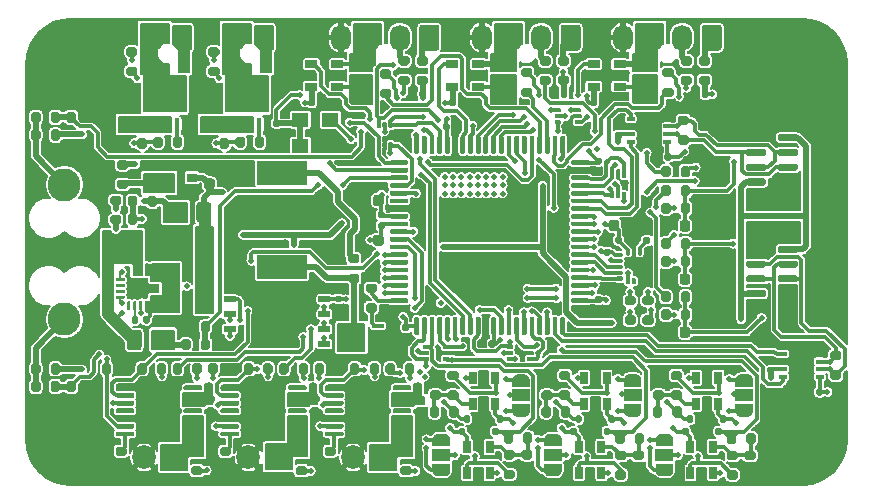
<source format=gtl>
%TF.GenerationSoftware,KiCad,Pcbnew,5.1.12-84ad8e8a86~92~ubuntu20.04.1*%
%TF.CreationDate,2021-12-19T14:53:55+01:00*%
%TF.ProjectId,uHoubolt_PCB_ECU,75486f75-626f-46c7-945f-5043425f4543,rev?*%
%TF.SameCoordinates,PX7270e00PY4c4b400*%
%TF.FileFunction,Copper,L1,Top*%
%TF.FilePolarity,Positive*%
%FSLAX46Y46*%
G04 Gerber Fmt 4.6, Leading zero omitted, Abs format (unit mm)*
G04 Created by KiCad (PCBNEW 5.1.12-84ad8e8a86~92~ubuntu20.04.1) date 2021-12-19 14:53:55*
%MOMM*%
%LPD*%
G01*
G04 APERTURE LIST*
%TA.AperFunction,ComponentPad*%
%ADD10C,0.500000*%
%TD*%
%TA.AperFunction,ComponentPad*%
%ADD11C,2.800000*%
%TD*%
%TA.AperFunction,SMDPad,CuDef*%
%ADD12R,1.000000X0.500000*%
%TD*%
%TA.AperFunction,SMDPad,CuDef*%
%ADD13R,3.500000X4.500000*%
%TD*%
%TA.AperFunction,ComponentPad*%
%ADD14O,1.700000X2.200000*%
%TD*%
%TA.AperFunction,ComponentPad*%
%ADD15C,0.100000*%
%TD*%
%TA.AperFunction,ComponentPad*%
%ADD16C,2.000000*%
%TD*%
%TA.AperFunction,SMDPad,CuDef*%
%ADD17R,0.990000X0.405000*%
%TD*%
%TA.AperFunction,SMDPad,CuDef*%
%ADD18R,1.725000X2.245000*%
%TD*%
%TA.AperFunction,SMDPad,CuDef*%
%ADD19R,0.760000X0.405000*%
%TD*%
%TA.AperFunction,SMDPad,CuDef*%
%ADD20R,0.650000X1.060000*%
%TD*%
%TA.AperFunction,SMDPad,CuDef*%
%ADD21R,1.500000X1.000000*%
%TD*%
%TA.AperFunction,SMDPad,CuDef*%
%ADD22C,0.100000*%
%TD*%
%TA.AperFunction,SMDPad,CuDef*%
%ADD23R,3.400000X5.000000*%
%TD*%
%TA.AperFunction,SMDPad,CuDef*%
%ADD24R,1.060000X0.650000*%
%TD*%
%TA.AperFunction,SMDPad,CuDef*%
%ADD25R,0.405000X0.990000*%
%TD*%
%TA.AperFunction,SMDPad,CuDef*%
%ADD26R,2.245000X1.725000*%
%TD*%
%TA.AperFunction,SMDPad,CuDef*%
%ADD27R,0.405000X0.760000*%
%TD*%
%TA.AperFunction,SMDPad,CuDef*%
%ADD28R,1.100000X1.100000*%
%TD*%
%TA.AperFunction,SMDPad,CuDef*%
%ADD29R,4.200000X2.000000*%
%TD*%
%TA.AperFunction,ComponentPad*%
%ADD30C,0.800000*%
%TD*%
%TA.AperFunction,ComponentPad*%
%ADD31C,6.400000*%
%TD*%
%TA.AperFunction,SMDPad,CuDef*%
%ADD32R,1.400000X1.200000*%
%TD*%
%TA.AperFunction,SMDPad,CuDef*%
%ADD33R,1.550000X2.400000*%
%TD*%
%TA.AperFunction,SMDPad,CuDef*%
%ADD34R,0.650000X0.350000*%
%TD*%
%TA.AperFunction,SMDPad,CuDef*%
%ADD35R,0.900000X0.800000*%
%TD*%
%TA.AperFunction,SMDPad,CuDef*%
%ADD36R,1.750000X1.750000*%
%TD*%
%TA.AperFunction,SMDPad,CuDef*%
%ADD37R,1.400000X4.200000*%
%TD*%
%TA.AperFunction,ViaPad*%
%ADD38C,0.500000*%
%TD*%
%TA.AperFunction,Conductor*%
%ADD39C,0.300000*%
%TD*%
%TA.AperFunction,Conductor*%
%ADD40C,0.500000*%
%TD*%
%TA.AperFunction,Conductor*%
%ADD41C,1.000000*%
%TD*%
%TA.AperFunction,Conductor*%
%ADD42C,0.200000*%
%TD*%
%TA.AperFunction,Conductor*%
%ADD43C,0.100000*%
%TD*%
G04 APERTURE END LIST*
D10*
%TO.P,JP2,3*%
%TO.N,GND*%
X37100000Y-16650000D03*
X40600000Y-16650000D03*
X39200000Y-16650000D03*
X37100000Y-15950000D03*
X40600000Y-17350000D03*
X39900000Y-16650000D03*
X39200000Y-15950000D03*
X35700000Y-16650000D03*
X35700000Y-17350000D03*
X38500000Y-17350000D03*
X37800000Y-17350000D03*
X37100000Y-17350000D03*
X36400000Y-17350000D03*
X38500000Y-16650000D03*
X37800000Y-16650000D03*
X36400000Y-15950000D03*
X36400000Y-16650000D03*
X39900000Y-17350000D03*
X39200000Y-17350000D03*
X35700000Y-15950000D03*
X39900000Y-15950000D03*
X38500000Y-15950000D03*
X40600000Y-15950000D03*
X37800000Y-15950000D03*
%TO.P,JP2,2*%
%TO.N,+12V*%
X37800000Y-14350000D03*
X40600000Y-15050000D03*
X37100000Y-13650000D03*
X39200000Y-14350000D03*
X40600000Y-14350000D03*
X37100000Y-14350000D03*
X36400000Y-13650000D03*
X36400000Y-14350000D03*
X39900000Y-14350000D03*
X36400000Y-15050000D03*
X37100000Y-15050000D03*
X37800000Y-15050000D03*
X38500000Y-15050000D03*
X35700000Y-15050000D03*
X35700000Y-14350000D03*
X39200000Y-13650000D03*
X38500000Y-14350000D03*
X37800000Y-13650000D03*
X40600000Y-13650000D03*
X38500000Y-13650000D03*
X39900000Y-13650000D03*
X35700000Y-13650000D03*
X39200000Y-15050000D03*
X39900000Y-15050000D03*
%TD*%
D11*
%TO.P,J1,1*%
%TO.N,+12V*%
X3500000Y-14300000D03*
%TO.P,J1,3*%
%TO.N,PYRO*%
X3500000Y-25700000D03*
%TO.P,J1,2*%
%TO.N,GND*%
X3500000Y-20000000D03*
%TD*%
%TO.P,U24,5*%
%TO.N,+3V3*%
%TA.AperFunction,SMDPad,CuDef*%
G36*
G01*
X34350000Y-28427500D02*
X34350000Y-28672500D01*
G75*
G02*
X34297500Y-28725000I-52500J0D01*
G01*
X33902500Y-28725000D01*
G75*
G02*
X33850000Y-28672500I0J52500D01*
G01*
X33850000Y-28427500D01*
G75*
G02*
X33902500Y-28375000I52500J0D01*
G01*
X34297500Y-28375000D01*
G75*
G02*
X34350000Y-28427500I0J-52500D01*
G01*
G37*
%TD.AperFunction*%
%TO.P,U24,4*%
%TO.N,/PRESS_5*%
%TA.AperFunction,SMDPad,CuDef*%
G36*
G01*
X34350000Y-27927500D02*
X34350000Y-28172500D01*
G75*
G02*
X34297500Y-28225000I-52500J0D01*
G01*
X33902500Y-28225000D01*
G75*
G02*
X33850000Y-28172500I0J52500D01*
G01*
X33850000Y-27927500D01*
G75*
G02*
X33902500Y-27875000I52500J0D01*
G01*
X34297500Y-27875000D01*
G75*
G02*
X34350000Y-27927500I0J-52500D01*
G01*
G37*
%TD.AperFunction*%
%TO.P,U24,2*%
%TO.N,GND*%
%TA.AperFunction,SMDPad,CuDef*%
G36*
G01*
X36050000Y-28427500D02*
X36050000Y-28672500D01*
G75*
G02*
X35997500Y-28725000I-52500J0D01*
G01*
X35602500Y-28725000D01*
G75*
G02*
X35550000Y-28672500I0J52500D01*
G01*
X35550000Y-28427500D01*
G75*
G02*
X35602500Y-28375000I52500J0D01*
G01*
X35997500Y-28375000D01*
G75*
G02*
X36050000Y-28427500I0J-52500D01*
G01*
G37*
%TD.AperFunction*%
%TO.P,U24,6*%
%TO.N,/PRESS_2*%
%TA.AperFunction,SMDPad,CuDef*%
G36*
G01*
X34350000Y-28927500D02*
X34350000Y-29172500D01*
G75*
G02*
X34297500Y-29225000I-52500J0D01*
G01*
X33902500Y-29225000D01*
G75*
G02*
X33850000Y-29172500I0J52500D01*
G01*
X33850000Y-28927500D01*
G75*
G02*
X33902500Y-28875000I52500J0D01*
G01*
X34297500Y-28875000D01*
G75*
G02*
X34350000Y-28927500I0J-52500D01*
G01*
G37*
%TD.AperFunction*%
%TO.P,U24,3*%
%TO.N,/PRESS_1*%
%TA.AperFunction,SMDPad,CuDef*%
G36*
G01*
X36050000Y-27927500D02*
X36050000Y-28172500D01*
G75*
G02*
X35997500Y-28225000I-52500J0D01*
G01*
X35602500Y-28225000D01*
G75*
G02*
X35550000Y-28172500I0J52500D01*
G01*
X35550000Y-27927500D01*
G75*
G02*
X35602500Y-27875000I52500J0D01*
G01*
X35997500Y-27875000D01*
G75*
G02*
X36050000Y-27927500I0J-52500D01*
G01*
G37*
%TD.AperFunction*%
%TO.P,U24,1*%
%TO.N,/PRESS_4*%
%TA.AperFunction,SMDPad,CuDef*%
G36*
G01*
X36050000Y-28927500D02*
X36050000Y-29172500D01*
G75*
G02*
X35997500Y-29225000I-52500J0D01*
G01*
X35602500Y-29225000D01*
G75*
G02*
X35550000Y-29172500I0J52500D01*
G01*
X35550000Y-28927500D01*
G75*
G02*
X35602500Y-28875000I52500J0D01*
G01*
X35997500Y-28875000D01*
G75*
G02*
X36050000Y-28927500I0J-52500D01*
G01*
G37*
%TD.AperFunction*%
%TD*%
%TO.P,U23,5*%
%TO.N,+3V3*%
%TA.AperFunction,SMDPad,CuDef*%
G36*
G01*
X41450000Y-28427500D02*
X41450000Y-28672500D01*
G75*
G02*
X41397500Y-28725000I-52500J0D01*
G01*
X41002500Y-28725000D01*
G75*
G02*
X40950000Y-28672500I0J52500D01*
G01*
X40950000Y-28427500D01*
G75*
G02*
X41002500Y-28375000I52500J0D01*
G01*
X41397500Y-28375000D01*
G75*
G02*
X41450000Y-28427500I0J-52500D01*
G01*
G37*
%TD.AperFunction*%
%TO.P,U23,4*%
%TO.N,/PRESS_3*%
%TA.AperFunction,SMDPad,CuDef*%
G36*
G01*
X41450000Y-27927500D02*
X41450000Y-28172500D01*
G75*
G02*
X41397500Y-28225000I-52500J0D01*
G01*
X41002500Y-28225000D01*
G75*
G02*
X40950000Y-28172500I0J52500D01*
G01*
X40950000Y-27927500D01*
G75*
G02*
X41002500Y-27875000I52500J0D01*
G01*
X41397500Y-27875000D01*
G75*
G02*
X41450000Y-27927500I0J-52500D01*
G01*
G37*
%TD.AperFunction*%
%TO.P,U23,2*%
%TO.N,GND*%
%TA.AperFunction,SMDPad,CuDef*%
G36*
G01*
X43150000Y-28427500D02*
X43150000Y-28672500D01*
G75*
G02*
X43097500Y-28725000I-52500J0D01*
G01*
X42702500Y-28725000D01*
G75*
G02*
X42650000Y-28672500I0J52500D01*
G01*
X42650000Y-28427500D01*
G75*
G02*
X42702500Y-28375000I52500J0D01*
G01*
X43097500Y-28375000D01*
G75*
G02*
X43150000Y-28427500I0J-52500D01*
G01*
G37*
%TD.AperFunction*%
%TO.P,U23,6*%
%TO.N,/PRESS_0*%
%TA.AperFunction,SMDPad,CuDef*%
G36*
G01*
X41450000Y-28927500D02*
X41450000Y-29172500D01*
G75*
G02*
X41397500Y-29225000I-52500J0D01*
G01*
X41002500Y-29225000D01*
G75*
G02*
X40950000Y-29172500I0J52500D01*
G01*
X40950000Y-28927500D01*
G75*
G02*
X41002500Y-28875000I52500J0D01*
G01*
X41397500Y-28875000D01*
G75*
G02*
X41450000Y-28927500I0J-52500D01*
G01*
G37*
%TD.AperFunction*%
%TO.P,U23,3*%
%TO.N,/PYRO_2_CONT*%
%TA.AperFunction,SMDPad,CuDef*%
G36*
G01*
X43150000Y-27927500D02*
X43150000Y-28172500D01*
G75*
G02*
X43097500Y-28225000I-52500J0D01*
G01*
X42702500Y-28225000D01*
G75*
G02*
X42650000Y-28172500I0J52500D01*
G01*
X42650000Y-27927500D01*
G75*
G02*
X42702500Y-27875000I52500J0D01*
G01*
X43097500Y-27875000D01*
G75*
G02*
X43150000Y-27927500I0J-52500D01*
G01*
G37*
%TD.AperFunction*%
%TO.P,U23,1*%
%TO.N,/PYRO_1_CONT*%
%TA.AperFunction,SMDPad,CuDef*%
G36*
G01*
X43150000Y-28927500D02*
X43150000Y-29172500D01*
G75*
G02*
X43097500Y-29225000I-52500J0D01*
G01*
X42702500Y-29225000D01*
G75*
G02*
X42650000Y-29172500I0J52500D01*
G01*
X42650000Y-28927500D01*
G75*
G02*
X42702500Y-28875000I52500J0D01*
G01*
X43097500Y-28875000D01*
G75*
G02*
X43150000Y-28927500I0J-52500D01*
G01*
G37*
%TD.AperFunction*%
%TD*%
%TO.P,U22,5*%
%TO.N,+3V3*%
%TA.AperFunction,SMDPad,CuDef*%
G36*
G01*
X50227500Y-14925000D02*
X50472500Y-14925000D01*
G75*
G02*
X50525000Y-14977500I0J-52500D01*
G01*
X50525000Y-15372500D01*
G75*
G02*
X50472500Y-15425000I-52500J0D01*
G01*
X50227500Y-15425000D01*
G75*
G02*
X50175000Y-15372500I0J52500D01*
G01*
X50175000Y-14977500D01*
G75*
G02*
X50227500Y-14925000I52500J0D01*
G01*
G37*
%TD.AperFunction*%
%TO.P,U22,4*%
%TO.N,/SERVO_0_PWM*%
%TA.AperFunction,SMDPad,CuDef*%
G36*
G01*
X49727500Y-14925000D02*
X49972500Y-14925000D01*
G75*
G02*
X50025000Y-14977500I0J-52500D01*
G01*
X50025000Y-15372500D01*
G75*
G02*
X49972500Y-15425000I-52500J0D01*
G01*
X49727500Y-15425000D01*
G75*
G02*
X49675000Y-15372500I0J52500D01*
G01*
X49675000Y-14977500D01*
G75*
G02*
X49727500Y-14925000I52500J0D01*
G01*
G37*
%TD.AperFunction*%
%TO.P,U22,2*%
%TO.N,GND*%
%TA.AperFunction,SMDPad,CuDef*%
G36*
G01*
X50227500Y-13225000D02*
X50472500Y-13225000D01*
G75*
G02*
X50525000Y-13277500I0J-52500D01*
G01*
X50525000Y-13672500D01*
G75*
G02*
X50472500Y-13725000I-52500J0D01*
G01*
X50227500Y-13725000D01*
G75*
G02*
X50175000Y-13672500I0J52500D01*
G01*
X50175000Y-13277500D01*
G75*
G02*
X50227500Y-13225000I52500J0D01*
G01*
G37*
%TD.AperFunction*%
%TO.P,U22,6*%
%TO.N,/PYRO_0_CONT*%
%TA.AperFunction,SMDPad,CuDef*%
G36*
G01*
X50727500Y-14925000D02*
X50972500Y-14925000D01*
G75*
G02*
X51025000Y-14977500I0J-52500D01*
G01*
X51025000Y-15372500D01*
G75*
G02*
X50972500Y-15425000I-52500J0D01*
G01*
X50727500Y-15425000D01*
G75*
G02*
X50675000Y-15372500I0J52500D01*
G01*
X50675000Y-14977500D01*
G75*
G02*
X50727500Y-14925000I52500J0D01*
G01*
G37*
%TD.AperFunction*%
%TO.P,U22,3*%
%TO.N,/SERVO_1_PWM*%
%TA.AperFunction,SMDPad,CuDef*%
G36*
G01*
X49727500Y-13225000D02*
X49972500Y-13225000D01*
G75*
G02*
X50025000Y-13277500I0J-52500D01*
G01*
X50025000Y-13672500D01*
G75*
G02*
X49972500Y-13725000I-52500J0D01*
G01*
X49727500Y-13725000D01*
G75*
G02*
X49675000Y-13672500I0J52500D01*
G01*
X49675000Y-13277500D01*
G75*
G02*
X49727500Y-13225000I52500J0D01*
G01*
G37*
%TD.AperFunction*%
%TO.P,U22,1*%
%TO.N,/SERVO_2_PWM*%
%TA.AperFunction,SMDPad,CuDef*%
G36*
G01*
X50727500Y-13225000D02*
X50972500Y-13225000D01*
G75*
G02*
X51025000Y-13277500I0J-52500D01*
G01*
X51025000Y-13672500D01*
G75*
G02*
X50972500Y-13725000I-52500J0D01*
G01*
X50727500Y-13725000D01*
G75*
G02*
X50675000Y-13672500I0J52500D01*
G01*
X50675000Y-13277500D01*
G75*
G02*
X50727500Y-13225000I52500J0D01*
G01*
G37*
%TD.AperFunction*%
%TD*%
%TO.P,U21,5*%
%TO.N,+3V3*%
%TA.AperFunction,SMDPad,CuDef*%
G36*
G01*
X45500000Y-8377500D02*
X45500000Y-8622500D01*
G75*
G02*
X45447500Y-8675000I-52500J0D01*
G01*
X45052500Y-8675000D01*
G75*
G02*
X45000000Y-8622500I0J52500D01*
G01*
X45000000Y-8377500D01*
G75*
G02*
X45052500Y-8325000I52500J0D01*
G01*
X45447500Y-8325000D01*
G75*
G02*
X45500000Y-8377500I0J-52500D01*
G01*
G37*
%TD.AperFunction*%
%TO.P,U21,4*%
%TO.N,/TEMP_1*%
%TA.AperFunction,SMDPad,CuDef*%
G36*
G01*
X45500000Y-7877500D02*
X45500000Y-8122500D01*
G75*
G02*
X45447500Y-8175000I-52500J0D01*
G01*
X45052500Y-8175000D01*
G75*
G02*
X45000000Y-8122500I0J52500D01*
G01*
X45000000Y-7877500D01*
G75*
G02*
X45052500Y-7825000I52500J0D01*
G01*
X45447500Y-7825000D01*
G75*
G02*
X45500000Y-7877500I0J-52500D01*
G01*
G37*
%TD.AperFunction*%
%TO.P,U21,2*%
%TO.N,GND*%
%TA.AperFunction,SMDPad,CuDef*%
G36*
G01*
X47200000Y-8377500D02*
X47200000Y-8622500D01*
G75*
G02*
X47147500Y-8675000I-52500J0D01*
G01*
X46752500Y-8675000D01*
G75*
G02*
X46700000Y-8622500I0J52500D01*
G01*
X46700000Y-8377500D01*
G75*
G02*
X46752500Y-8325000I52500J0D01*
G01*
X47147500Y-8325000D01*
G75*
G02*
X47200000Y-8377500I0J-52500D01*
G01*
G37*
%TD.AperFunction*%
%TO.P,U21,6*%
%TO.N,/TEMP_0*%
%TA.AperFunction,SMDPad,CuDef*%
G36*
G01*
X45500000Y-8877500D02*
X45500000Y-9122500D01*
G75*
G02*
X45447500Y-9175000I-52500J0D01*
G01*
X45052500Y-9175000D01*
G75*
G02*
X45000000Y-9122500I0J52500D01*
G01*
X45000000Y-8877500D01*
G75*
G02*
X45052500Y-8825000I52500J0D01*
G01*
X45447500Y-8825000D01*
G75*
G02*
X45500000Y-8877500I0J-52500D01*
G01*
G37*
%TD.AperFunction*%
%TO.P,U21,3*%
%TO.N,/TEMP_2*%
%TA.AperFunction,SMDPad,CuDef*%
G36*
G01*
X47200000Y-7877500D02*
X47200000Y-8122500D01*
G75*
G02*
X47147500Y-8175000I-52500J0D01*
G01*
X46752500Y-8175000D01*
G75*
G02*
X46700000Y-8122500I0J52500D01*
G01*
X46700000Y-7877500D01*
G75*
G02*
X46752500Y-7825000I52500J0D01*
G01*
X47147500Y-7825000D01*
G75*
G02*
X47200000Y-7877500I0J-52500D01*
G01*
G37*
%TD.AperFunction*%
%TO.P,U21,1*%
%TO.N,/SERVO_0_FDBK*%
%TA.AperFunction,SMDPad,CuDef*%
G36*
G01*
X47200000Y-8877500D02*
X47200000Y-9122500D01*
G75*
G02*
X47147500Y-9175000I-52500J0D01*
G01*
X46752500Y-9175000D01*
G75*
G02*
X46700000Y-9122500I0J52500D01*
G01*
X46700000Y-8877500D01*
G75*
G02*
X46752500Y-8825000I52500J0D01*
G01*
X47147500Y-8825000D01*
G75*
G02*
X47200000Y-8877500I0J-52500D01*
G01*
G37*
%TD.AperFunction*%
%TD*%
%TO.P,U20,5*%
%TO.N,+3V3*%
%TA.AperFunction,SMDPad,CuDef*%
G36*
G01*
X30722500Y-9500000D02*
X30477500Y-9500000D01*
G75*
G02*
X30425000Y-9447500I0J52500D01*
G01*
X30425000Y-9052500D01*
G75*
G02*
X30477500Y-9000000I52500J0D01*
G01*
X30722500Y-9000000D01*
G75*
G02*
X30775000Y-9052500I0J-52500D01*
G01*
X30775000Y-9447500D01*
G75*
G02*
X30722500Y-9500000I-52500J0D01*
G01*
G37*
%TD.AperFunction*%
%TO.P,U20,4*%
%TO.N,/SERVO_2_FDBK*%
%TA.AperFunction,SMDPad,CuDef*%
G36*
G01*
X31222500Y-9500000D02*
X30977500Y-9500000D01*
G75*
G02*
X30925000Y-9447500I0J52500D01*
G01*
X30925000Y-9052500D01*
G75*
G02*
X30977500Y-9000000I52500J0D01*
G01*
X31222500Y-9000000D01*
G75*
G02*
X31275000Y-9052500I0J-52500D01*
G01*
X31275000Y-9447500D01*
G75*
G02*
X31222500Y-9500000I-52500J0D01*
G01*
G37*
%TD.AperFunction*%
%TO.P,U20,2*%
%TO.N,GND*%
%TA.AperFunction,SMDPad,CuDef*%
G36*
G01*
X30722500Y-11200000D02*
X30477500Y-11200000D01*
G75*
G02*
X30425000Y-11147500I0J52500D01*
G01*
X30425000Y-10752500D01*
G75*
G02*
X30477500Y-10700000I52500J0D01*
G01*
X30722500Y-10700000D01*
G75*
G02*
X30775000Y-10752500I0J-52500D01*
G01*
X30775000Y-11147500D01*
G75*
G02*
X30722500Y-11200000I-52500J0D01*
G01*
G37*
%TD.AperFunction*%
%TO.P,U20,6*%
%TO.N,/SERVO_1_FDBK*%
%TA.AperFunction,SMDPad,CuDef*%
G36*
G01*
X30222500Y-9500000D02*
X29977500Y-9500000D01*
G75*
G02*
X29925000Y-9447500I0J52500D01*
G01*
X29925000Y-9052500D01*
G75*
G02*
X29977500Y-9000000I52500J0D01*
G01*
X30222500Y-9000000D01*
G75*
G02*
X30275000Y-9052500I0J-52500D01*
G01*
X30275000Y-9447500D01*
G75*
G02*
X30222500Y-9500000I-52500J0D01*
G01*
G37*
%TD.AperFunction*%
%TO.P,U20,3*%
%TO.N,/SOLENOID_1_CURR*%
%TA.AperFunction,SMDPad,CuDef*%
G36*
G01*
X31222500Y-11200000D02*
X30977500Y-11200000D01*
G75*
G02*
X30925000Y-11147500I0J52500D01*
G01*
X30925000Y-10752500D01*
G75*
G02*
X30977500Y-10700000I52500J0D01*
G01*
X31222500Y-10700000D01*
G75*
G02*
X31275000Y-10752500I0J-52500D01*
G01*
X31275000Y-11147500D01*
G75*
G02*
X31222500Y-11200000I-52500J0D01*
G01*
G37*
%TD.AperFunction*%
%TO.P,U20,1*%
%TO.N,/SOLENOID_0_CURR*%
%TA.AperFunction,SMDPad,CuDef*%
G36*
G01*
X30222500Y-11200000D02*
X29977500Y-11200000D01*
G75*
G02*
X29925000Y-11147500I0J52500D01*
G01*
X29925000Y-10752500D01*
G75*
G02*
X29977500Y-10700000I52500J0D01*
G01*
X30222500Y-10700000D01*
G75*
G02*
X30275000Y-10752500I0J-52500D01*
G01*
X30275000Y-11147500D01*
G75*
G02*
X30222500Y-11200000I-52500J0D01*
G01*
G37*
%TD.AperFunction*%
%TD*%
D12*
%TO.P,U8,1*%
%TO.N,/QSPI1_BK1_NCS*%
X17500000Y-23995000D03*
%TO.P,U8,2*%
%TO.N,/QSPI1_BK1_IO1*%
X17500000Y-25265000D03*
%TO.P,U8,3*%
%TO.N,/QSPI1_BK1_IO2*%
X17500000Y-26535000D03*
%TO.P,U8,4*%
%TO.N,GND*%
X17500000Y-27805000D03*
%TO.P,U8,5*%
%TO.N,/QSPI1_BK1_IO0*%
X25500000Y-27805000D03*
%TO.P,U8,6*%
%TO.N,/QSPI1_CLK*%
X25500000Y-26535000D03*
%TO.P,U8,7*%
%TO.N,/QSPI1_BK1_IO3*%
X25500000Y-25265000D03*
%TO.P,U8,8*%
%TO.N,+3V3*%
X25500000Y-23995000D03*
D13*
%TO.P,U8,9*%
%TO.N,GND*%
X21500000Y-25900000D03*
%TD*%
D14*
%TO.P,J19,4*%
%TO.N,GND*%
X38850000Y-1850000D03*
%TO.P,J19,3*%
%TO.N,Net-(J19-Pad3)*%
X41350000Y-1850000D03*
%TO.P,J19,2*%
%TO.N,Net-(J19-Pad2)*%
X43850000Y-1850000D03*
%TO.P,J19,1*%
%TO.N,Net-(J19-Pad1)*%
%TA.AperFunction,ComponentPad*%
G36*
G01*
X46950000Y-2950000D02*
X45750000Y-2950000D01*
G75*
G02*
X45500000Y-2700000I0J250000D01*
G01*
X45500000Y-1000000D01*
G75*
G02*
X45750000Y-750000I250000J0D01*
G01*
X46950000Y-750000D01*
G75*
G02*
X47200000Y-1000000I0J-250000D01*
G01*
X47200000Y-2700000D01*
G75*
G02*
X46950000Y-2950000I-250000J0D01*
G01*
G37*
%TD.AperFunction*%
%TD*%
%TO.P,J18,4*%
%TO.N,GND*%
X26900000Y-1850000D03*
%TO.P,J18,3*%
%TO.N,Net-(J18-Pad3)*%
X29400000Y-1850000D03*
%TO.P,J18,2*%
%TO.N,Net-(J18-Pad2)*%
X31900000Y-1850000D03*
%TO.P,J18,1*%
%TO.N,Net-(J18-Pad1)*%
%TA.AperFunction,ComponentPad*%
G36*
G01*
X35000000Y-2950000D02*
X33800000Y-2950000D01*
G75*
G02*
X33550000Y-2700000I0J250000D01*
G01*
X33550000Y-1000000D01*
G75*
G02*
X33800000Y-750000I250000J0D01*
G01*
X35000000Y-750000D01*
G75*
G02*
X35250000Y-1000000I0J-250000D01*
G01*
X35250000Y-2700000D01*
G75*
G02*
X35000000Y-2950000I-250000J0D01*
G01*
G37*
%TD.AperFunction*%
%TD*%
%TO.P,J9,4*%
%TO.N,GND*%
X50800000Y-1850000D03*
%TO.P,J9,3*%
%TO.N,Net-(J9-Pad3)*%
X53300000Y-1850000D03*
%TO.P,J9,2*%
%TO.N,Net-(J9-Pad2)*%
X55800000Y-1850000D03*
%TO.P,J9,1*%
%TO.N,Net-(J9-Pad1)*%
%TA.AperFunction,ComponentPad*%
G36*
G01*
X58900000Y-2950000D02*
X57700000Y-2950000D01*
G75*
G02*
X57450000Y-2700000I0J250000D01*
G01*
X57450000Y-1000000D01*
G75*
G02*
X57700000Y-750000I250000J0D01*
G01*
X58900000Y-750000D01*
G75*
G02*
X59150000Y-1000000I0J-250000D01*
G01*
X59150000Y-2700000D01*
G75*
G02*
X58900000Y-2950000I-250000J0D01*
G01*
G37*
%TD.AperFunction*%
%TD*%
%TO.P,J20,2*%
%TO.N,Net-(D10-Pad2)*%
X17910000Y-1850000D03*
%TA.AperFunction,ComponentPad*%
D15*
%TO.P,J20,1*%
%TO.N,+12V*%
G36*
X19564804Y-951227D02*
G01*
X19579030Y-904329D01*
X19602133Y-861107D01*
X19633223Y-823223D01*
X19671107Y-792133D01*
X19714329Y-769030D01*
X19761227Y-754804D01*
X19810000Y-750000D01*
X21010000Y-750000D01*
X21058773Y-754804D01*
X21105671Y-769030D01*
X21148893Y-792133D01*
X21186777Y-823223D01*
X21217867Y-861107D01*
X21240970Y-904329D01*
X21255196Y-951227D01*
X21260000Y-1000000D01*
X21260000Y-2700000D01*
X21255196Y-2748773D01*
X21240970Y-2795671D01*
X21217867Y-2838893D01*
X21186777Y-2876777D01*
X21148893Y-2907867D01*
X21105671Y-2930970D01*
X21058773Y-2945196D01*
X21010000Y-2950000D01*
X20210000Y-2950000D01*
X20161227Y-2945196D01*
X20114329Y-2930970D01*
X20071107Y-2907867D01*
X20033223Y-2876777D01*
X19633223Y-2476777D01*
X19602133Y-2438893D01*
X19579030Y-2395671D01*
X19564804Y-2348773D01*
X19560000Y-2300000D01*
X19560000Y-1000000D01*
X19564804Y-951227D01*
G37*
%TD.AperFunction*%
%TD*%
D14*
%TO.P,J10,2*%
%TO.N,Net-(D7-Pad2)*%
X10960000Y-1850000D03*
%TA.AperFunction,ComponentPad*%
D15*
%TO.P,J10,1*%
%TO.N,+12V*%
G36*
X12614804Y-951227D02*
G01*
X12629030Y-904329D01*
X12652133Y-861107D01*
X12683223Y-823223D01*
X12721107Y-792133D01*
X12764329Y-769030D01*
X12811227Y-754804D01*
X12860000Y-750000D01*
X14060000Y-750000D01*
X14108773Y-754804D01*
X14155671Y-769030D01*
X14198893Y-792133D01*
X14236777Y-823223D01*
X14267867Y-861107D01*
X14290970Y-904329D01*
X14305196Y-951227D01*
X14310000Y-1000000D01*
X14310000Y-2700000D01*
X14305196Y-2748773D01*
X14290970Y-2795671D01*
X14267867Y-2838893D01*
X14236777Y-2876777D01*
X14198893Y-2907867D01*
X14155671Y-2930970D01*
X14108773Y-2945196D01*
X14060000Y-2950000D01*
X13260000Y-2950000D01*
X13211227Y-2945196D01*
X13164329Y-2930970D01*
X13121107Y-2907867D01*
X13083223Y-2876777D01*
X12683223Y-2476777D01*
X12652133Y-2438893D01*
X12629030Y-2395671D01*
X12614804Y-2348773D01*
X12610000Y-2300000D01*
X12610000Y-1000000D01*
X12614804Y-951227D01*
G37*
%TD.AperFunction*%
%TD*%
D16*
%TO.P,J22,2*%
%TO.N,Net-(J22-Pad2)*%
X12770000Y-37400000D03*
%TO.P,J22,1*%
%TO.N,GND*%
X10230000Y-37400000D03*
%TD*%
%TO.P,J21,2*%
%TO.N,Net-(J21-Pad2)*%
X21620000Y-37400000D03*
%TO.P,J21,1*%
%TO.N,GND*%
X19080000Y-37400000D03*
%TD*%
%TO.P,J11,2*%
%TO.N,Net-(J11-Pad2)*%
X30470000Y-37400000D03*
%TO.P,J11,1*%
%TO.N,GND*%
X27930000Y-37400000D03*
%TD*%
%TO.P,R78,2*%
%TO.N,Net-(LS1-Pad2)*%
%TA.AperFunction,SMDPad,CuDef*%
G36*
G01*
X27725000Y-21825000D02*
X28275000Y-21825000D01*
G75*
G02*
X28475000Y-22025000I0J-200000D01*
G01*
X28475000Y-22425000D01*
G75*
G02*
X28275000Y-22625000I-200000J0D01*
G01*
X27725000Y-22625000D01*
G75*
G02*
X27525000Y-22425000I0J200000D01*
G01*
X27525000Y-22025000D01*
G75*
G02*
X27725000Y-21825000I200000J0D01*
G01*
G37*
%TD.AperFunction*%
%TO.P,R78,1*%
%TO.N,+12V*%
%TA.AperFunction,SMDPad,CuDef*%
G36*
G01*
X27725000Y-20175000D02*
X28275000Y-20175000D01*
G75*
G02*
X28475000Y-20375000I0J-200000D01*
G01*
X28475000Y-20775000D01*
G75*
G02*
X28275000Y-20975000I-200000J0D01*
G01*
X27725000Y-20975000D01*
G75*
G02*
X27525000Y-20775000I0J200000D01*
G01*
X27525000Y-20375000D01*
G75*
G02*
X27725000Y-20175000I200000J0D01*
G01*
G37*
%TD.AperFunction*%
%TD*%
%TO.P,R77,2*%
%TO.N,Net-(Q3-Pad1)*%
%TA.AperFunction,SMDPad,CuDef*%
G36*
G01*
X29225000Y-24325000D02*
X29775000Y-24325000D01*
G75*
G02*
X29975000Y-24525000I0J-200000D01*
G01*
X29975000Y-24925000D01*
G75*
G02*
X29775000Y-25125000I-200000J0D01*
G01*
X29225000Y-25125000D01*
G75*
G02*
X29025000Y-24925000I0J200000D01*
G01*
X29025000Y-24525000D01*
G75*
G02*
X29225000Y-24325000I200000J0D01*
G01*
G37*
%TD.AperFunction*%
%TO.P,R77,1*%
%TO.N,/Speaker*%
%TA.AperFunction,SMDPad,CuDef*%
G36*
G01*
X29225000Y-22675000D02*
X29775000Y-22675000D01*
G75*
G02*
X29975000Y-22875000I0J-200000D01*
G01*
X29975000Y-23275000D01*
G75*
G02*
X29775000Y-23475000I-200000J0D01*
G01*
X29225000Y-23475000D01*
G75*
G02*
X29025000Y-23275000I0J200000D01*
G01*
X29025000Y-22875000D01*
G75*
G02*
X29225000Y-22675000I200000J0D01*
G01*
G37*
%TD.AperFunction*%
%TD*%
D17*
%TO.P,Q3,3*%
%TO.N,GND*%
X30042500Y-27580000D03*
X30042500Y-26920000D03*
%TO.P,Q3,1*%
%TO.N,Net-(Q3-Pad1)*%
X30042500Y-26260000D03*
%TO.P,Q3,3*%
%TO.N,GND*%
X30042500Y-28240000D03*
D18*
%TO.P,Q3,2*%
%TO.N,Net-(LS1-Pad2)*%
X28050000Y-27250000D03*
D19*
X27057500Y-26920000D03*
X27057500Y-26260000D03*
X27057500Y-27580000D03*
X27057500Y-28240000D03*
%TD*%
%TO.P,R76,2*%
%TO.N,Net-(D17-Pad2)*%
%TA.AperFunction,SMDPad,CuDef*%
G36*
G01*
X8675000Y-13025000D02*
X8125000Y-13025000D01*
G75*
G02*
X7925000Y-12825000I0J200000D01*
G01*
X7925000Y-12425000D01*
G75*
G02*
X8125000Y-12225000I200000J0D01*
G01*
X8675000Y-12225000D01*
G75*
G02*
X8875000Y-12425000I0J-200000D01*
G01*
X8875000Y-12825000D01*
G75*
G02*
X8675000Y-13025000I-200000J0D01*
G01*
G37*
%TD.AperFunction*%
%TO.P,R76,1*%
%TO.N,+3V3*%
%TA.AperFunction,SMDPad,CuDef*%
G36*
G01*
X8675000Y-14675000D02*
X8125000Y-14675000D01*
G75*
G02*
X7925000Y-14475000I0J200000D01*
G01*
X7925000Y-14075000D01*
G75*
G02*
X8125000Y-13875000I200000J0D01*
G01*
X8675000Y-13875000D01*
G75*
G02*
X8875000Y-14075000I0J-200000D01*
G01*
X8875000Y-14475000D01*
G75*
G02*
X8675000Y-14675000I-200000J0D01*
G01*
G37*
%TD.AperFunction*%
%TD*%
%TO.P,R75,2*%
%TO.N,Net-(D3-Pad2)*%
%TA.AperFunction,SMDPad,CuDef*%
G36*
G01*
X8125000Y-16025000D02*
X7575000Y-16025000D01*
G75*
G02*
X7375000Y-15825000I0J200000D01*
G01*
X7375000Y-15425000D01*
G75*
G02*
X7575000Y-15225000I200000J0D01*
G01*
X8125000Y-15225000D01*
G75*
G02*
X8325000Y-15425000I0J-200000D01*
G01*
X8325000Y-15825000D01*
G75*
G02*
X8125000Y-16025000I-200000J0D01*
G01*
G37*
%TD.AperFunction*%
%TO.P,R75,1*%
%TO.N,+5V*%
%TA.AperFunction,SMDPad,CuDef*%
G36*
G01*
X8125000Y-17675000D02*
X7575000Y-17675000D01*
G75*
G02*
X7375000Y-17475000I0J200000D01*
G01*
X7375000Y-17075000D01*
G75*
G02*
X7575000Y-16875000I200000J0D01*
G01*
X8125000Y-16875000D01*
G75*
G02*
X8325000Y-17075000I0J-200000D01*
G01*
X8325000Y-17475000D01*
G75*
G02*
X8125000Y-17675000I-200000J0D01*
G01*
G37*
%TD.AperFunction*%
%TD*%
%TO.P,R13,2*%
%TO.N,GND*%
%TA.AperFunction,SMDPad,CuDef*%
G36*
G01*
X14175000Y-26075000D02*
X14175000Y-26625000D01*
G75*
G02*
X13975000Y-26825000I-200000J0D01*
G01*
X13575000Y-26825000D01*
G75*
G02*
X13375000Y-26625000I0J200000D01*
G01*
X13375000Y-26075000D01*
G75*
G02*
X13575000Y-25875000I200000J0D01*
G01*
X13975000Y-25875000D01*
G75*
G02*
X14175000Y-26075000I0J-200000D01*
G01*
G37*
%TD.AperFunction*%
%TO.P,R13,1*%
%TO.N,/12VA_SENSE*%
%TA.AperFunction,SMDPad,CuDef*%
G36*
G01*
X15825000Y-26075000D02*
X15825000Y-26625000D01*
G75*
G02*
X15625000Y-26825000I-200000J0D01*
G01*
X15225000Y-26825000D01*
G75*
G02*
X15025000Y-26625000I0J200000D01*
G01*
X15025000Y-26075000D01*
G75*
G02*
X15225000Y-25875000I200000J0D01*
G01*
X15625000Y-25875000D01*
G75*
G02*
X15825000Y-26075000I0J-200000D01*
G01*
G37*
%TD.AperFunction*%
%TD*%
%TO.P,R12,2*%
%TO.N,/12VA_SENSE*%
%TA.AperFunction,SMDPad,CuDef*%
G36*
G01*
X15025000Y-28125000D02*
X15025000Y-27575000D01*
G75*
G02*
X15225000Y-27375000I200000J0D01*
G01*
X15625000Y-27375000D01*
G75*
G02*
X15825000Y-27575000I0J-200000D01*
G01*
X15825000Y-28125000D01*
G75*
G02*
X15625000Y-28325000I-200000J0D01*
G01*
X15225000Y-28325000D01*
G75*
G02*
X15025000Y-28125000I0J200000D01*
G01*
G37*
%TD.AperFunction*%
%TO.P,R12,1*%
%TO.N,+12VA*%
%TA.AperFunction,SMDPad,CuDef*%
G36*
G01*
X13375000Y-28125000D02*
X13375000Y-27575000D01*
G75*
G02*
X13575000Y-27375000I200000J0D01*
G01*
X13975000Y-27375000D01*
G75*
G02*
X14175000Y-27575000I0J-200000D01*
G01*
X14175000Y-28125000D01*
G75*
G02*
X13975000Y-28325000I-200000J0D01*
G01*
X13575000Y-28325000D01*
G75*
G02*
X13375000Y-28125000I0J200000D01*
G01*
G37*
%TD.AperFunction*%
%TD*%
%TO.P,F2,2*%
%TO.N,+12V*%
%TA.AperFunction,SMDPad,CuDef*%
G36*
G01*
X10025000Y-26825000D02*
X10025000Y-28075000D01*
G75*
G02*
X9775000Y-28325000I-250000J0D01*
G01*
X9025000Y-28325000D01*
G75*
G02*
X8775000Y-28075000I0J250000D01*
G01*
X8775000Y-26825000D01*
G75*
G02*
X9025000Y-26575000I250000J0D01*
G01*
X9775000Y-26575000D01*
G75*
G02*
X10025000Y-26825000I0J-250000D01*
G01*
G37*
%TD.AperFunction*%
%TO.P,F2,1*%
%TO.N,+12VA*%
%TA.AperFunction,SMDPad,CuDef*%
G36*
G01*
X12825000Y-26825000D02*
X12825000Y-28075000D01*
G75*
G02*
X12575000Y-28325000I-250000J0D01*
G01*
X11825000Y-28325000D01*
G75*
G02*
X11575000Y-28075000I0J250000D01*
G01*
X11575000Y-26825000D01*
G75*
G02*
X11825000Y-26575000I250000J0D01*
G01*
X12575000Y-26575000D01*
G75*
G02*
X12825000Y-26825000I0J-250000D01*
G01*
G37*
%TD.AperFunction*%
%TD*%
%TO.P,C10,2*%
%TO.N,GND*%
%TA.AperFunction,SMDPad,CuDef*%
G36*
G01*
X10700000Y-19475000D02*
X10700000Y-18525000D01*
G75*
G02*
X10950000Y-18275000I250000J0D01*
G01*
X11450000Y-18275000D01*
G75*
G02*
X11700000Y-18525000I0J-250000D01*
G01*
X11700000Y-19475000D01*
G75*
G02*
X11450000Y-19725000I-250000J0D01*
G01*
X10950000Y-19725000D01*
G75*
G02*
X10700000Y-19475000I0J250000D01*
G01*
G37*
%TD.AperFunction*%
%TO.P,C10,1*%
%TO.N,+12V*%
%TA.AperFunction,SMDPad,CuDef*%
G36*
G01*
X8800000Y-19475000D02*
X8800000Y-18525000D01*
G75*
G02*
X9050000Y-18275000I250000J0D01*
G01*
X9550000Y-18275000D01*
G75*
G02*
X9800000Y-18525000I0J-250000D01*
G01*
X9800000Y-19475000D01*
G75*
G02*
X9550000Y-19725000I-250000J0D01*
G01*
X9050000Y-19725000D01*
G75*
G02*
X8800000Y-19475000I0J250000D01*
G01*
G37*
%TD.AperFunction*%
%TD*%
%TO.P,R74,2*%
%TO.N,Net-(D16-Pad2)*%
%TA.AperFunction,SMDPad,CuDef*%
G36*
G01*
X42925000Y-5225000D02*
X42375000Y-5225000D01*
G75*
G02*
X42175000Y-5025000I0J200000D01*
G01*
X42175000Y-4625000D01*
G75*
G02*
X42375000Y-4425000I200000J0D01*
G01*
X42925000Y-4425000D01*
G75*
G02*
X43125000Y-4625000I0J-200000D01*
G01*
X43125000Y-5025000D01*
G75*
G02*
X42925000Y-5225000I-200000J0D01*
G01*
G37*
%TD.AperFunction*%
%TO.P,R74,1*%
%TO.N,/SERVO_1_LED*%
%TA.AperFunction,SMDPad,CuDef*%
G36*
G01*
X42925000Y-6875000D02*
X42375000Y-6875000D01*
G75*
G02*
X42175000Y-6675000I0J200000D01*
G01*
X42175000Y-6275000D01*
G75*
G02*
X42375000Y-6075000I200000J0D01*
G01*
X42925000Y-6075000D01*
G75*
G02*
X43125000Y-6275000I0J-200000D01*
G01*
X43125000Y-6675000D01*
G75*
G02*
X42925000Y-6875000I-200000J0D01*
G01*
G37*
%TD.AperFunction*%
%TD*%
%TO.P,R11,2*%
%TO.N,Net-(D15-Pad2)*%
%TA.AperFunction,SMDPad,CuDef*%
G36*
G01*
X30975000Y-5325000D02*
X30425000Y-5325000D01*
G75*
G02*
X30225000Y-5125000I0J200000D01*
G01*
X30225000Y-4725000D01*
G75*
G02*
X30425000Y-4525000I200000J0D01*
G01*
X30975000Y-4525000D01*
G75*
G02*
X31175000Y-4725000I0J-200000D01*
G01*
X31175000Y-5125000D01*
G75*
G02*
X30975000Y-5325000I-200000J0D01*
G01*
G37*
%TD.AperFunction*%
%TO.P,R11,1*%
%TO.N,/SERVO_2_LED*%
%TA.AperFunction,SMDPad,CuDef*%
G36*
G01*
X30975000Y-6975000D02*
X30425000Y-6975000D01*
G75*
G02*
X30225000Y-6775000I0J200000D01*
G01*
X30225000Y-6375000D01*
G75*
G02*
X30425000Y-6175000I200000J0D01*
G01*
X30975000Y-6175000D01*
G75*
G02*
X31175000Y-6375000I0J-200000D01*
G01*
X31175000Y-6775000D01*
G75*
G02*
X30975000Y-6975000I-200000J0D01*
G01*
G37*
%TD.AperFunction*%
%TD*%
%TO.P,R10,2*%
%TO.N,Net-(D14-Pad2)*%
%TA.AperFunction,SMDPad,CuDef*%
G36*
G01*
X54875000Y-5225000D02*
X54325000Y-5225000D01*
G75*
G02*
X54125000Y-5025000I0J200000D01*
G01*
X54125000Y-4625000D01*
G75*
G02*
X54325000Y-4425000I200000J0D01*
G01*
X54875000Y-4425000D01*
G75*
G02*
X55075000Y-4625000I0J-200000D01*
G01*
X55075000Y-5025000D01*
G75*
G02*
X54875000Y-5225000I-200000J0D01*
G01*
G37*
%TD.AperFunction*%
%TO.P,R10,1*%
%TO.N,/SERVO_0_LED*%
%TA.AperFunction,SMDPad,CuDef*%
G36*
G01*
X54875000Y-6875000D02*
X54325000Y-6875000D01*
G75*
G02*
X54125000Y-6675000I0J200000D01*
G01*
X54125000Y-6275000D01*
G75*
G02*
X54325000Y-6075000I200000J0D01*
G01*
X54875000Y-6075000D01*
G75*
G02*
X55075000Y-6275000I0J-200000D01*
G01*
X55075000Y-6675000D01*
G75*
G02*
X54875000Y-6875000I-200000J0D01*
G01*
G37*
%TD.AperFunction*%
%TD*%
D20*
%TO.P,U1,5*%
%TO.N,+3V3*%
X39950000Y-32850000D03*
%TO.P,U1,4*%
%TO.N,Net-(R1-Pad2)*%
X38050000Y-32850000D03*
%TO.P,U1,3*%
%TO.N,Net-(J23-Pad3)*%
X38050000Y-30650000D03*
%TO.P,U1,2*%
%TO.N,GND*%
X39000000Y-30650000D03*
%TO.P,U1,1*%
%TO.N,Net-(J23-Pad2)*%
X39950000Y-30650000D03*
%TD*%
%TO.P,R7,2*%
%TO.N,/PRESS_2*%
%TA.AperFunction,SMDPad,CuDef*%
G36*
G01*
X36075000Y-33825000D02*
X36075000Y-33275000D01*
G75*
G02*
X36275000Y-33075000I200000J0D01*
G01*
X36675000Y-33075000D01*
G75*
G02*
X36875000Y-33275000I0J-200000D01*
G01*
X36875000Y-33825000D01*
G75*
G02*
X36675000Y-34025000I-200000J0D01*
G01*
X36275000Y-34025000D01*
G75*
G02*
X36075000Y-33825000I0J200000D01*
G01*
G37*
%TD.AperFunction*%
%TO.P,R7,1*%
%TO.N,Net-(R1-Pad2)*%
%TA.AperFunction,SMDPad,CuDef*%
G36*
G01*
X34425000Y-33825000D02*
X34425000Y-33275000D01*
G75*
G02*
X34625000Y-33075000I200000J0D01*
G01*
X35025000Y-33075000D01*
G75*
G02*
X35225000Y-33275000I0J-200000D01*
G01*
X35225000Y-33825000D01*
G75*
G02*
X35025000Y-34025000I-200000J0D01*
G01*
X34625000Y-34025000D01*
G75*
G02*
X34425000Y-33825000I0J200000D01*
G01*
G37*
%TD.AperFunction*%
%TD*%
%TO.P,R2,2*%
%TO.N,GND*%
%TA.AperFunction,SMDPad,CuDef*%
G36*
G01*
X35175000Y-30875000D02*
X34625000Y-30875000D01*
G75*
G02*
X34425000Y-30675000I0J200000D01*
G01*
X34425000Y-30275000D01*
G75*
G02*
X34625000Y-30075000I200000J0D01*
G01*
X35175000Y-30075000D01*
G75*
G02*
X35375000Y-30275000I0J-200000D01*
G01*
X35375000Y-30675000D01*
G75*
G02*
X35175000Y-30875000I-200000J0D01*
G01*
G37*
%TD.AperFunction*%
%TO.P,R2,1*%
%TO.N,Net-(R1-Pad2)*%
%TA.AperFunction,SMDPad,CuDef*%
G36*
G01*
X35175000Y-32525000D02*
X34625000Y-32525000D01*
G75*
G02*
X34425000Y-32325000I0J200000D01*
G01*
X34425000Y-31925000D01*
G75*
G02*
X34625000Y-31725000I200000J0D01*
G01*
X35175000Y-31725000D01*
G75*
G02*
X35375000Y-31925000I0J-200000D01*
G01*
X35375000Y-32325000D01*
G75*
G02*
X35175000Y-32525000I-200000J0D01*
G01*
G37*
%TD.AperFunction*%
%TD*%
%TO.P,R1,2*%
%TO.N,Net-(R1-Pad2)*%
%TA.AperFunction,SMDPad,CuDef*%
G36*
G01*
X36125000Y-31725000D02*
X36675000Y-31725000D01*
G75*
G02*
X36875000Y-31925000I0J-200000D01*
G01*
X36875000Y-32325000D01*
G75*
G02*
X36675000Y-32525000I-200000J0D01*
G01*
X36125000Y-32525000D01*
G75*
G02*
X35925000Y-32325000I0J200000D01*
G01*
X35925000Y-31925000D01*
G75*
G02*
X36125000Y-31725000I200000J0D01*
G01*
G37*
%TD.AperFunction*%
%TO.P,R1,1*%
%TO.N,Net-(J23-Pad2)*%
%TA.AperFunction,SMDPad,CuDef*%
G36*
G01*
X36125000Y-30075000D02*
X36675000Y-30075000D01*
G75*
G02*
X36875000Y-30275000I0J-200000D01*
G01*
X36875000Y-30675000D01*
G75*
G02*
X36675000Y-30875000I-200000J0D01*
G01*
X36125000Y-30875000D01*
G75*
G02*
X35925000Y-30675000I0J200000D01*
G01*
X35925000Y-30275000D01*
G75*
G02*
X36125000Y-30075000I200000J0D01*
G01*
G37*
%TD.AperFunction*%
%TD*%
D21*
%TO.P,JP3,2*%
%TO.N,Net-(J23-Pad1)*%
X42150000Y-32150000D03*
%TA.AperFunction,SMDPad,CuDef*%
D22*
%TO.P,JP3,3*%
%TO.N,+12VA*%
G36*
X41400602Y-30850000D02*
G01*
X41400602Y-30825466D01*
X41405412Y-30776635D01*
X41414984Y-30728510D01*
X41429228Y-30681555D01*
X41448005Y-30636222D01*
X41471136Y-30592949D01*
X41498396Y-30552150D01*
X41529524Y-30514221D01*
X41564221Y-30479524D01*
X41602150Y-30448396D01*
X41642949Y-30421136D01*
X41686222Y-30398005D01*
X41731555Y-30379228D01*
X41778510Y-30364984D01*
X41826635Y-30355412D01*
X41875466Y-30350602D01*
X41900000Y-30350602D01*
X41900000Y-30350000D01*
X42400000Y-30350000D01*
X42400000Y-30350602D01*
X42424534Y-30350602D01*
X42473365Y-30355412D01*
X42521490Y-30364984D01*
X42568445Y-30379228D01*
X42613778Y-30398005D01*
X42657051Y-30421136D01*
X42697850Y-30448396D01*
X42735779Y-30479524D01*
X42770476Y-30514221D01*
X42801604Y-30552150D01*
X42828864Y-30592949D01*
X42851995Y-30636222D01*
X42870772Y-30681555D01*
X42885016Y-30728510D01*
X42894588Y-30776635D01*
X42899398Y-30825466D01*
X42899398Y-30850000D01*
X42900000Y-30850000D01*
X42900000Y-31400000D01*
X41400000Y-31400000D01*
X41400000Y-30850000D01*
X41400602Y-30850000D01*
G37*
%TD.AperFunction*%
%TA.AperFunction,SMDPad,CuDef*%
%TO.P,JP3,1*%
%TO.N,+5V*%
G36*
X42900000Y-32900000D02*
G01*
X42900000Y-33450000D01*
X42899398Y-33450000D01*
X42899398Y-33474534D01*
X42894588Y-33523365D01*
X42885016Y-33571490D01*
X42870772Y-33618445D01*
X42851995Y-33663778D01*
X42828864Y-33707051D01*
X42801604Y-33747850D01*
X42770476Y-33785779D01*
X42735779Y-33820476D01*
X42697850Y-33851604D01*
X42657051Y-33878864D01*
X42613778Y-33901995D01*
X42568445Y-33920772D01*
X42521490Y-33935016D01*
X42473365Y-33944588D01*
X42424534Y-33949398D01*
X42400000Y-33949398D01*
X42400000Y-33950000D01*
X41900000Y-33950000D01*
X41900000Y-33949398D01*
X41875466Y-33949398D01*
X41826635Y-33944588D01*
X41778510Y-33935016D01*
X41731555Y-33920772D01*
X41686222Y-33901995D01*
X41642949Y-33878864D01*
X41602150Y-33851604D01*
X41564221Y-33820476D01*
X41529524Y-33785779D01*
X41498396Y-33747850D01*
X41471136Y-33707051D01*
X41448005Y-33663778D01*
X41429228Y-33618445D01*
X41414984Y-33571490D01*
X41405412Y-33523365D01*
X41400602Y-33474534D01*
X41400602Y-33450000D01*
X41400000Y-33450000D01*
X41400000Y-32900000D01*
X42900000Y-32900000D01*
G37*
%TD.AperFunction*%
%TD*%
%TO.P,C2,2*%
%TO.N,GND*%
%TA.AperFunction,SMDPad,CuDef*%
G36*
G01*
X38250000Y-34320000D02*
X38250000Y-33980000D01*
G75*
G02*
X38390000Y-33840000I140000J0D01*
G01*
X38670000Y-33840000D01*
G75*
G02*
X38810000Y-33980000I0J-140000D01*
G01*
X38810000Y-34320000D01*
G75*
G02*
X38670000Y-34460000I-140000J0D01*
G01*
X38390000Y-34460000D01*
G75*
G02*
X38250000Y-34320000I0J140000D01*
G01*
G37*
%TD.AperFunction*%
%TO.P,C2,1*%
%TO.N,/PRESS_2*%
%TA.AperFunction,SMDPad,CuDef*%
G36*
G01*
X37290000Y-34320000D02*
X37290000Y-33980000D01*
G75*
G02*
X37430000Y-33840000I140000J0D01*
G01*
X37710000Y-33840000D01*
G75*
G02*
X37850000Y-33980000I0J-140000D01*
G01*
X37850000Y-34320000D01*
G75*
G02*
X37710000Y-34460000I-140000J0D01*
G01*
X37430000Y-34460000D01*
G75*
G02*
X37290000Y-34320000I0J140000D01*
G01*
G37*
%TD.AperFunction*%
%TD*%
%TO.P,C1,2*%
%TO.N,GND*%
%TA.AperFunction,SMDPad,CuDef*%
G36*
G01*
X39700000Y-33980000D02*
X39700000Y-34320000D01*
G75*
G02*
X39560000Y-34460000I-140000J0D01*
G01*
X39280000Y-34460000D01*
G75*
G02*
X39140000Y-34320000I0J140000D01*
G01*
X39140000Y-33980000D01*
G75*
G02*
X39280000Y-33840000I140000J0D01*
G01*
X39560000Y-33840000D01*
G75*
G02*
X39700000Y-33980000I0J-140000D01*
G01*
G37*
%TD.AperFunction*%
%TO.P,C1,1*%
%TO.N,+3V3*%
%TA.AperFunction,SMDPad,CuDef*%
G36*
G01*
X40660000Y-33980000D02*
X40660000Y-34320000D01*
G75*
G02*
X40520000Y-34460000I-140000J0D01*
G01*
X40240000Y-34460000D01*
G75*
G02*
X40100000Y-34320000I0J140000D01*
G01*
X40100000Y-33980000D01*
G75*
G02*
X40240000Y-33840000I140000J0D01*
G01*
X40520000Y-33840000D01*
G75*
G02*
X40660000Y-33980000I0J-140000D01*
G01*
G37*
%TD.AperFunction*%
%TD*%
%TO.P,F1,2*%
%TO.N,/5V_unfused*%
%TA.AperFunction,SMDPad,CuDef*%
G36*
G01*
X14675000Y-17275000D02*
X14675000Y-16025000D01*
G75*
G02*
X14925000Y-15775000I250000J0D01*
G01*
X15675000Y-15775000D01*
G75*
G02*
X15925000Y-16025000I0J-250000D01*
G01*
X15925000Y-17275000D01*
G75*
G02*
X15675000Y-17525000I-250000J0D01*
G01*
X14925000Y-17525000D01*
G75*
G02*
X14675000Y-17275000I0J250000D01*
G01*
G37*
%TD.AperFunction*%
%TO.P,F1,1*%
%TO.N,+5V*%
%TA.AperFunction,SMDPad,CuDef*%
G36*
G01*
X11875000Y-17275000D02*
X11875000Y-16025000D01*
G75*
G02*
X12125000Y-15775000I250000J0D01*
G01*
X12875000Y-15775000D01*
G75*
G02*
X13125000Y-16025000I0J-250000D01*
G01*
X13125000Y-17275000D01*
G75*
G02*
X12875000Y-17525000I-250000J0D01*
G01*
X12125000Y-17525000D01*
G75*
G02*
X11875000Y-17275000I0J250000D01*
G01*
G37*
%TD.AperFunction*%
%TD*%
%TO.P,R73,2*%
%TO.N,Net-(C55-Pad2)*%
%TA.AperFunction,SMDPad,CuDef*%
G36*
G01*
X55675000Y-15075000D02*
X55675000Y-14525000D01*
G75*
G02*
X55875000Y-14325000I200000J0D01*
G01*
X56275000Y-14325000D01*
G75*
G02*
X56475000Y-14525000I0J-200000D01*
G01*
X56475000Y-15075000D01*
G75*
G02*
X56275000Y-15275000I-200000J0D01*
G01*
X55875000Y-15275000D01*
G75*
G02*
X55675000Y-15075000I0J200000D01*
G01*
G37*
%TD.AperFunction*%
%TO.P,R73,1*%
%TO.N,/TEMP_0*%
%TA.AperFunction,SMDPad,CuDef*%
G36*
G01*
X54025000Y-15075000D02*
X54025000Y-14525000D01*
G75*
G02*
X54225000Y-14325000I200000J0D01*
G01*
X54625000Y-14325000D01*
G75*
G02*
X54825000Y-14525000I0J-200000D01*
G01*
X54825000Y-15075000D01*
G75*
G02*
X54625000Y-15275000I-200000J0D01*
G01*
X54225000Y-15275000D01*
G75*
G02*
X54025000Y-15075000I0J200000D01*
G01*
G37*
%TD.AperFunction*%
%TD*%
%TO.P,R72,2*%
%TO.N,Net-(C54-Pad2)*%
%TA.AperFunction,SMDPad,CuDef*%
G36*
G01*
X55675000Y-24075000D02*
X55675000Y-23525000D01*
G75*
G02*
X55875000Y-23325000I200000J0D01*
G01*
X56275000Y-23325000D01*
G75*
G02*
X56475000Y-23525000I0J-200000D01*
G01*
X56475000Y-24075000D01*
G75*
G02*
X56275000Y-24275000I-200000J0D01*
G01*
X55875000Y-24275000D01*
G75*
G02*
X55675000Y-24075000I0J200000D01*
G01*
G37*
%TD.AperFunction*%
%TO.P,R72,1*%
%TO.N,/TEMP_2*%
%TA.AperFunction,SMDPad,CuDef*%
G36*
G01*
X54025000Y-24075000D02*
X54025000Y-23525000D01*
G75*
G02*
X54225000Y-23325000I200000J0D01*
G01*
X54625000Y-23325000D01*
G75*
G02*
X54825000Y-23525000I0J-200000D01*
G01*
X54825000Y-24075000D01*
G75*
G02*
X54625000Y-24275000I-200000J0D01*
G01*
X54225000Y-24275000D01*
G75*
G02*
X54025000Y-24075000I0J200000D01*
G01*
G37*
%TD.AperFunction*%
%TD*%
%TO.P,R71,2*%
%TO.N,Net-(C42-Pad2)*%
%TA.AperFunction,SMDPad,CuDef*%
G36*
G01*
X55675000Y-19575000D02*
X55675000Y-19025000D01*
G75*
G02*
X55875000Y-18825000I200000J0D01*
G01*
X56275000Y-18825000D01*
G75*
G02*
X56475000Y-19025000I0J-200000D01*
G01*
X56475000Y-19575000D01*
G75*
G02*
X56275000Y-19775000I-200000J0D01*
G01*
X55875000Y-19775000D01*
G75*
G02*
X55675000Y-19575000I0J200000D01*
G01*
G37*
%TD.AperFunction*%
%TO.P,R71,1*%
%TO.N,/TEMP_1*%
%TA.AperFunction,SMDPad,CuDef*%
G36*
G01*
X54025000Y-19575000D02*
X54025000Y-19025000D01*
G75*
G02*
X54225000Y-18825000I200000J0D01*
G01*
X54625000Y-18825000D01*
G75*
G02*
X54825000Y-19025000I0J-200000D01*
G01*
X54825000Y-19575000D01*
G75*
G02*
X54625000Y-19775000I-200000J0D01*
G01*
X54225000Y-19775000D01*
G75*
G02*
X54025000Y-19575000I0J200000D01*
G01*
G37*
%TD.AperFunction*%
%TD*%
%TO.P,D13,2*%
%TO.N,GND*%
%TA.AperFunction,SMDPad,CuDef*%
G36*
G01*
X9850000Y-13650000D02*
X9350000Y-13650000D01*
G75*
G02*
X9250000Y-13550000I0J100000D01*
G01*
X9250000Y-13250000D01*
G75*
G02*
X9350000Y-13150000I100000J0D01*
G01*
X9850000Y-13150000D01*
G75*
G02*
X9950000Y-13250000I0J-100000D01*
G01*
X9950000Y-13550000D01*
G75*
G02*
X9850000Y-13650000I-100000J0D01*
G01*
G37*
%TD.AperFunction*%
%TO.P,D13,1*%
%TO.N,+3V3*%
%TA.AperFunction,SMDPad,CuDef*%
G36*
G01*
X9850000Y-14450000D02*
X9350000Y-14450000D01*
G75*
G02*
X9250000Y-14350000I0J100000D01*
G01*
X9250000Y-14050000D01*
G75*
G02*
X9350000Y-13950000I100000J0D01*
G01*
X9850000Y-13950000D01*
G75*
G02*
X9950000Y-14050000I0J-100000D01*
G01*
X9950000Y-14350000D01*
G75*
G02*
X9850000Y-14450000I-100000J0D01*
G01*
G37*
%TD.AperFunction*%
%TD*%
%TO.P,J6,MP*%
%TO.N,GND*%
%TA.AperFunction,SMDPad,CuDef*%
G36*
G01*
X66950000Y-15425000D02*
X69250000Y-15425000D01*
G75*
G02*
X69500000Y-15675000I0J-250000D01*
G01*
X69500000Y-16175000D01*
G75*
G02*
X69250000Y-16425000I-250000J0D01*
G01*
X66950000Y-16425000D01*
G75*
G02*
X66700000Y-16175000I0J250000D01*
G01*
X66700000Y-15675000D01*
G75*
G02*
X66950000Y-15425000I250000J0D01*
G01*
G37*
%TD.AperFunction*%
%TA.AperFunction,SMDPad,CuDef*%
G36*
G01*
X66950000Y-7975000D02*
X69250000Y-7975000D01*
G75*
G02*
X69500000Y-8225000I0J-250000D01*
G01*
X69500000Y-8725000D01*
G75*
G02*
X69250000Y-8975000I-250000J0D01*
G01*
X66950000Y-8975000D01*
G75*
G02*
X66700000Y-8725000I0J250000D01*
G01*
X66700000Y-8225000D01*
G75*
G02*
X66950000Y-7975000I250000J0D01*
G01*
G37*
%TD.AperFunction*%
%TO.P,J6,4*%
%TA.AperFunction,SMDPad,CuDef*%
G36*
G01*
X64050000Y-13775000D02*
X65450000Y-13775000D01*
G75*
G02*
X65600000Y-13925000I0J-150000D01*
G01*
X65600000Y-14225000D01*
G75*
G02*
X65450000Y-14375000I-150000J0D01*
G01*
X64050000Y-14375000D01*
G75*
G02*
X63900000Y-14225000I0J150000D01*
G01*
X63900000Y-13925000D01*
G75*
G02*
X64050000Y-13775000I150000J0D01*
G01*
G37*
%TD.AperFunction*%
%TO.P,J6,3*%
%TO.N,/CAN2_L*%
%TA.AperFunction,SMDPad,CuDef*%
G36*
G01*
X64050000Y-12525000D02*
X65450000Y-12525000D01*
G75*
G02*
X65600000Y-12675000I0J-150000D01*
G01*
X65600000Y-12975000D01*
G75*
G02*
X65450000Y-13125000I-150000J0D01*
G01*
X64050000Y-13125000D01*
G75*
G02*
X63900000Y-12975000I0J150000D01*
G01*
X63900000Y-12675000D01*
G75*
G02*
X64050000Y-12525000I150000J0D01*
G01*
G37*
%TD.AperFunction*%
%TO.P,J6,2*%
%TO.N,/CAN2_H*%
%TA.AperFunction,SMDPad,CuDef*%
G36*
G01*
X64050000Y-11275000D02*
X65450000Y-11275000D01*
G75*
G02*
X65600000Y-11425000I0J-150000D01*
G01*
X65600000Y-11725000D01*
G75*
G02*
X65450000Y-11875000I-150000J0D01*
G01*
X64050000Y-11875000D01*
G75*
G02*
X63900000Y-11725000I0J150000D01*
G01*
X63900000Y-11425000D01*
G75*
G02*
X64050000Y-11275000I150000J0D01*
G01*
G37*
%TD.AperFunction*%
%TO.P,J6,1*%
%TO.N,+5V*%
%TA.AperFunction,SMDPad,CuDef*%
G36*
G01*
X64050000Y-10025000D02*
X65450000Y-10025000D01*
G75*
G02*
X65600000Y-10175000I0J-150000D01*
G01*
X65600000Y-10475000D01*
G75*
G02*
X65450000Y-10625000I-150000J0D01*
G01*
X64050000Y-10625000D01*
G75*
G02*
X63900000Y-10475000I0J150000D01*
G01*
X63900000Y-10175000D01*
G75*
G02*
X64050000Y-10025000I150000J0D01*
G01*
G37*
%TD.AperFunction*%
%TD*%
%TO.P,J5,MP*%
%TO.N,GND*%
%TA.AperFunction,SMDPad,CuDef*%
G36*
G01*
X66950000Y-24875000D02*
X69250000Y-24875000D01*
G75*
G02*
X69500000Y-25125000I0J-250000D01*
G01*
X69500000Y-25625000D01*
G75*
G02*
X69250000Y-25875000I-250000J0D01*
G01*
X66950000Y-25875000D01*
G75*
G02*
X66700000Y-25625000I0J250000D01*
G01*
X66700000Y-25125000D01*
G75*
G02*
X66950000Y-24875000I250000J0D01*
G01*
G37*
%TD.AperFunction*%
%TA.AperFunction,SMDPad,CuDef*%
G36*
G01*
X66950000Y-17425000D02*
X69250000Y-17425000D01*
G75*
G02*
X69500000Y-17675000I0J-250000D01*
G01*
X69500000Y-18175000D01*
G75*
G02*
X69250000Y-18425000I-250000J0D01*
G01*
X66950000Y-18425000D01*
G75*
G02*
X66700000Y-18175000I0J250000D01*
G01*
X66700000Y-17675000D01*
G75*
G02*
X66950000Y-17425000I250000J0D01*
G01*
G37*
%TD.AperFunction*%
%TO.P,J5,4*%
%TA.AperFunction,SMDPad,CuDef*%
G36*
G01*
X64050000Y-23225000D02*
X65450000Y-23225000D01*
G75*
G02*
X65600000Y-23375000I0J-150000D01*
G01*
X65600000Y-23675000D01*
G75*
G02*
X65450000Y-23825000I-150000J0D01*
G01*
X64050000Y-23825000D01*
G75*
G02*
X63900000Y-23675000I0J150000D01*
G01*
X63900000Y-23375000D01*
G75*
G02*
X64050000Y-23225000I150000J0D01*
G01*
G37*
%TD.AperFunction*%
%TO.P,J5,3*%
%TO.N,/CAN1_L*%
%TA.AperFunction,SMDPad,CuDef*%
G36*
G01*
X64050000Y-21975000D02*
X65450000Y-21975000D01*
G75*
G02*
X65600000Y-22125000I0J-150000D01*
G01*
X65600000Y-22425000D01*
G75*
G02*
X65450000Y-22575000I-150000J0D01*
G01*
X64050000Y-22575000D01*
G75*
G02*
X63900000Y-22425000I0J150000D01*
G01*
X63900000Y-22125000D01*
G75*
G02*
X64050000Y-21975000I150000J0D01*
G01*
G37*
%TD.AperFunction*%
%TO.P,J5,2*%
%TO.N,/CAN1_H*%
%TA.AperFunction,SMDPad,CuDef*%
G36*
G01*
X64050000Y-20725000D02*
X65450000Y-20725000D01*
G75*
G02*
X65600000Y-20875000I0J-150000D01*
G01*
X65600000Y-21175000D01*
G75*
G02*
X65450000Y-21325000I-150000J0D01*
G01*
X64050000Y-21325000D01*
G75*
G02*
X63900000Y-21175000I0J150000D01*
G01*
X63900000Y-20875000D01*
G75*
G02*
X64050000Y-20725000I150000J0D01*
G01*
G37*
%TD.AperFunction*%
%TO.P,J5,1*%
%TO.N,+5V*%
%TA.AperFunction,SMDPad,CuDef*%
G36*
G01*
X64050000Y-19475000D02*
X65450000Y-19475000D01*
G75*
G02*
X65600000Y-19625000I0J-150000D01*
G01*
X65600000Y-19925000D01*
G75*
G02*
X65450000Y-20075000I-150000J0D01*
G01*
X64050000Y-20075000D01*
G75*
G02*
X63900000Y-19925000I0J150000D01*
G01*
X63900000Y-19625000D01*
G75*
G02*
X64050000Y-19475000I150000J0D01*
G01*
G37*
%TD.AperFunction*%
%TD*%
%TO.P,J4,MP*%
%TO.N,GND*%
%TA.AperFunction,SMDPad,CuDef*%
G36*
G01*
X59850000Y-8975000D02*
X57550000Y-8975000D01*
G75*
G02*
X57300000Y-8725000I0J250000D01*
G01*
X57300000Y-8225000D01*
G75*
G02*
X57550000Y-7975000I250000J0D01*
G01*
X59850000Y-7975000D01*
G75*
G02*
X60100000Y-8225000I0J-250000D01*
G01*
X60100000Y-8725000D01*
G75*
G02*
X59850000Y-8975000I-250000J0D01*
G01*
G37*
%TD.AperFunction*%
%TA.AperFunction,SMDPad,CuDef*%
G36*
G01*
X59850000Y-16425000D02*
X57550000Y-16425000D01*
G75*
G02*
X57300000Y-16175000I0J250000D01*
G01*
X57300000Y-15675000D01*
G75*
G02*
X57550000Y-15425000I250000J0D01*
G01*
X59850000Y-15425000D01*
G75*
G02*
X60100000Y-15675000I0J-250000D01*
G01*
X60100000Y-16175000D01*
G75*
G02*
X59850000Y-16425000I-250000J0D01*
G01*
G37*
%TD.AperFunction*%
%TO.P,J4,4*%
%TA.AperFunction,SMDPad,CuDef*%
G36*
G01*
X62750000Y-10625000D02*
X61350000Y-10625000D01*
G75*
G02*
X61200000Y-10475000I0J150000D01*
G01*
X61200000Y-10175000D01*
G75*
G02*
X61350000Y-10025000I150000J0D01*
G01*
X62750000Y-10025000D01*
G75*
G02*
X62900000Y-10175000I0J-150000D01*
G01*
X62900000Y-10475000D01*
G75*
G02*
X62750000Y-10625000I-150000J0D01*
G01*
G37*
%TD.AperFunction*%
%TO.P,J4,3*%
%TO.N,/CAN2_L*%
%TA.AperFunction,SMDPad,CuDef*%
G36*
G01*
X62750000Y-11875000D02*
X61350000Y-11875000D01*
G75*
G02*
X61200000Y-11725000I0J150000D01*
G01*
X61200000Y-11425000D01*
G75*
G02*
X61350000Y-11275000I150000J0D01*
G01*
X62750000Y-11275000D01*
G75*
G02*
X62900000Y-11425000I0J-150000D01*
G01*
X62900000Y-11725000D01*
G75*
G02*
X62750000Y-11875000I-150000J0D01*
G01*
G37*
%TD.AperFunction*%
%TO.P,J4,2*%
%TO.N,/CAN2_H*%
%TA.AperFunction,SMDPad,CuDef*%
G36*
G01*
X62750000Y-13125000D02*
X61350000Y-13125000D01*
G75*
G02*
X61200000Y-12975000I0J150000D01*
G01*
X61200000Y-12675000D01*
G75*
G02*
X61350000Y-12525000I150000J0D01*
G01*
X62750000Y-12525000D01*
G75*
G02*
X62900000Y-12675000I0J-150000D01*
G01*
X62900000Y-12975000D01*
G75*
G02*
X62750000Y-13125000I-150000J0D01*
G01*
G37*
%TD.AperFunction*%
%TO.P,J4,1*%
%TO.N,+5V*%
%TA.AperFunction,SMDPad,CuDef*%
G36*
G01*
X62750000Y-14375000D02*
X61350000Y-14375000D01*
G75*
G02*
X61200000Y-14225000I0J150000D01*
G01*
X61200000Y-13925000D01*
G75*
G02*
X61350000Y-13775000I150000J0D01*
G01*
X62750000Y-13775000D01*
G75*
G02*
X62900000Y-13925000I0J-150000D01*
G01*
X62900000Y-14225000D01*
G75*
G02*
X62750000Y-14375000I-150000J0D01*
G01*
G37*
%TD.AperFunction*%
%TD*%
%TO.P,J3,MP*%
%TO.N,GND*%
%TA.AperFunction,SMDPad,CuDef*%
G36*
G01*
X59850000Y-18425000D02*
X57550000Y-18425000D01*
G75*
G02*
X57300000Y-18175000I0J250000D01*
G01*
X57300000Y-17675000D01*
G75*
G02*
X57550000Y-17425000I250000J0D01*
G01*
X59850000Y-17425000D01*
G75*
G02*
X60100000Y-17675000I0J-250000D01*
G01*
X60100000Y-18175000D01*
G75*
G02*
X59850000Y-18425000I-250000J0D01*
G01*
G37*
%TD.AperFunction*%
%TA.AperFunction,SMDPad,CuDef*%
G36*
G01*
X59850000Y-25875000D02*
X57550000Y-25875000D01*
G75*
G02*
X57300000Y-25625000I0J250000D01*
G01*
X57300000Y-25125000D01*
G75*
G02*
X57550000Y-24875000I250000J0D01*
G01*
X59850000Y-24875000D01*
G75*
G02*
X60100000Y-25125000I0J-250000D01*
G01*
X60100000Y-25625000D01*
G75*
G02*
X59850000Y-25875000I-250000J0D01*
G01*
G37*
%TD.AperFunction*%
%TO.P,J3,4*%
%TA.AperFunction,SMDPad,CuDef*%
G36*
G01*
X62750000Y-20075000D02*
X61350000Y-20075000D01*
G75*
G02*
X61200000Y-19925000I0J150000D01*
G01*
X61200000Y-19625000D01*
G75*
G02*
X61350000Y-19475000I150000J0D01*
G01*
X62750000Y-19475000D01*
G75*
G02*
X62900000Y-19625000I0J-150000D01*
G01*
X62900000Y-19925000D01*
G75*
G02*
X62750000Y-20075000I-150000J0D01*
G01*
G37*
%TD.AperFunction*%
%TO.P,J3,3*%
%TO.N,/CAN1_L*%
%TA.AperFunction,SMDPad,CuDef*%
G36*
G01*
X62750000Y-21325000D02*
X61350000Y-21325000D01*
G75*
G02*
X61200000Y-21175000I0J150000D01*
G01*
X61200000Y-20875000D01*
G75*
G02*
X61350000Y-20725000I150000J0D01*
G01*
X62750000Y-20725000D01*
G75*
G02*
X62900000Y-20875000I0J-150000D01*
G01*
X62900000Y-21175000D01*
G75*
G02*
X62750000Y-21325000I-150000J0D01*
G01*
G37*
%TD.AperFunction*%
%TO.P,J3,2*%
%TO.N,/CAN1_H*%
%TA.AperFunction,SMDPad,CuDef*%
G36*
G01*
X62750000Y-22575000D02*
X61350000Y-22575000D01*
G75*
G02*
X61200000Y-22425000I0J150000D01*
G01*
X61200000Y-22125000D01*
G75*
G02*
X61350000Y-21975000I150000J0D01*
G01*
X62750000Y-21975000D01*
G75*
G02*
X62900000Y-22125000I0J-150000D01*
G01*
X62900000Y-22425000D01*
G75*
G02*
X62750000Y-22575000I-150000J0D01*
G01*
G37*
%TD.AperFunction*%
%TO.P,J3,1*%
%TO.N,+5V*%
%TA.AperFunction,SMDPad,CuDef*%
G36*
G01*
X62750000Y-23825000D02*
X61350000Y-23825000D01*
G75*
G02*
X61200000Y-23675000I0J150000D01*
G01*
X61200000Y-23375000D01*
G75*
G02*
X61350000Y-23225000I150000J0D01*
G01*
X62750000Y-23225000D01*
G75*
G02*
X62900000Y-23375000I0J-150000D01*
G01*
X62900000Y-23675000D01*
G75*
G02*
X62750000Y-23825000I-150000J0D01*
G01*
G37*
%TD.AperFunction*%
%TD*%
D23*
%TO.P,U19,15*%
%TO.N,GND*%
X11500000Y-33450000D03*
%TO.P,U19,14*%
%TO.N,Net-(U19-Pad14)*%
%TA.AperFunction,SMDPad,CuDef*%
G36*
G01*
X13575000Y-31600000D02*
X13575000Y-31400000D01*
G75*
G02*
X13675000Y-31300000I100000J0D01*
G01*
X15050000Y-31300000D01*
G75*
G02*
X15150000Y-31400000I0J-100000D01*
G01*
X15150000Y-31600000D01*
G75*
G02*
X15050000Y-31700000I-100000J0D01*
G01*
X13675000Y-31700000D01*
G75*
G02*
X13575000Y-31600000I0J100000D01*
G01*
G37*
%TD.AperFunction*%
%TO.P,U19,13*%
%TO.N,PYRO*%
%TA.AperFunction,SMDPad,CuDef*%
G36*
G01*
X13575000Y-32250000D02*
X13575000Y-32050000D01*
G75*
G02*
X13675000Y-31950000I100000J0D01*
G01*
X15050000Y-31950000D01*
G75*
G02*
X15150000Y-32050000I0J-100000D01*
G01*
X15150000Y-32250000D01*
G75*
G02*
X15050000Y-32350000I-100000J0D01*
G01*
X13675000Y-32350000D01*
G75*
G02*
X13575000Y-32250000I0J100000D01*
G01*
G37*
%TD.AperFunction*%
%TO.P,U19,12*%
%TA.AperFunction,SMDPad,CuDef*%
G36*
G01*
X13575000Y-32900000D02*
X13575000Y-32700000D01*
G75*
G02*
X13675000Y-32600000I100000J0D01*
G01*
X15050000Y-32600000D01*
G75*
G02*
X15150000Y-32700000I0J-100000D01*
G01*
X15150000Y-32900000D01*
G75*
G02*
X15050000Y-33000000I-100000J0D01*
G01*
X13675000Y-33000000D01*
G75*
G02*
X13575000Y-32900000I0J100000D01*
G01*
G37*
%TD.AperFunction*%
%TO.P,U19,11*%
%TO.N,Net-(U19-Pad11)*%
%TA.AperFunction,SMDPad,CuDef*%
G36*
G01*
X13575000Y-33550000D02*
X13575000Y-33350000D01*
G75*
G02*
X13675000Y-33250000I100000J0D01*
G01*
X15050000Y-33250000D01*
G75*
G02*
X15150000Y-33350000I0J-100000D01*
G01*
X15150000Y-33550000D01*
G75*
G02*
X15050000Y-33650000I-100000J0D01*
G01*
X13675000Y-33650000D01*
G75*
G02*
X13575000Y-33550000I0J100000D01*
G01*
G37*
%TD.AperFunction*%
%TO.P,U19,10*%
%TO.N,Net-(J22-Pad2)*%
%TA.AperFunction,SMDPad,CuDef*%
G36*
G01*
X13575000Y-34200000D02*
X13575000Y-34000000D01*
G75*
G02*
X13675000Y-33900000I100000J0D01*
G01*
X15050000Y-33900000D01*
G75*
G02*
X15150000Y-34000000I0J-100000D01*
G01*
X15150000Y-34200000D01*
G75*
G02*
X15050000Y-34300000I-100000J0D01*
G01*
X13675000Y-34300000D01*
G75*
G02*
X13575000Y-34200000I0J100000D01*
G01*
G37*
%TD.AperFunction*%
%TO.P,U19,9*%
%TA.AperFunction,SMDPad,CuDef*%
G36*
G01*
X13575000Y-34850000D02*
X13575000Y-34650000D01*
G75*
G02*
X13675000Y-34550000I100000J0D01*
G01*
X15050000Y-34550000D01*
G75*
G02*
X15150000Y-34650000I0J-100000D01*
G01*
X15150000Y-34850000D01*
G75*
G02*
X15050000Y-34950000I-100000J0D01*
G01*
X13675000Y-34950000D01*
G75*
G02*
X13575000Y-34850000I0J100000D01*
G01*
G37*
%TD.AperFunction*%
%TO.P,U19,8*%
%TA.AperFunction,SMDPad,CuDef*%
G36*
G01*
X13575000Y-35500000D02*
X13575000Y-35300000D01*
G75*
G02*
X13675000Y-35200000I100000J0D01*
G01*
X15050000Y-35200000D01*
G75*
G02*
X15150000Y-35300000I0J-100000D01*
G01*
X15150000Y-35500000D01*
G75*
G02*
X15050000Y-35600000I-100000J0D01*
G01*
X13675000Y-35600000D01*
G75*
G02*
X13575000Y-35500000I0J100000D01*
G01*
G37*
%TD.AperFunction*%
%TO.P,U19,7*%
%TO.N,Net-(R67-Pad2)*%
%TA.AperFunction,SMDPad,CuDef*%
G36*
G01*
X7850000Y-35500000D02*
X7850000Y-35300000D01*
G75*
G02*
X7950000Y-35200000I100000J0D01*
G01*
X9325000Y-35200000D01*
G75*
G02*
X9425000Y-35300000I0J-100000D01*
G01*
X9425000Y-35500000D01*
G75*
G02*
X9325000Y-35600000I-100000J0D01*
G01*
X7950000Y-35600000D01*
G75*
G02*
X7850000Y-35500000I0J100000D01*
G01*
G37*
%TD.AperFunction*%
%TO.P,U19,6*%
%TO.N,/PYRO_2_CURR*%
%TA.AperFunction,SMDPad,CuDef*%
G36*
G01*
X7850000Y-34850000D02*
X7850000Y-34650000D01*
G75*
G02*
X7950000Y-34550000I100000J0D01*
G01*
X9325000Y-34550000D01*
G75*
G02*
X9425000Y-34650000I0J-100000D01*
G01*
X9425000Y-34850000D01*
G75*
G02*
X9325000Y-34950000I-100000J0D01*
G01*
X7950000Y-34950000D01*
G75*
G02*
X7850000Y-34850000I0J100000D01*
G01*
G37*
%TD.AperFunction*%
%TO.P,U19,5*%
%TO.N,GND*%
%TA.AperFunction,SMDPad,CuDef*%
G36*
G01*
X7850000Y-34200000D02*
X7850000Y-34000000D01*
G75*
G02*
X7950000Y-33900000I100000J0D01*
G01*
X9325000Y-33900000D01*
G75*
G02*
X9425000Y-34000000I0J-100000D01*
G01*
X9425000Y-34200000D01*
G75*
G02*
X9325000Y-34300000I-100000J0D01*
G01*
X7950000Y-34300000D01*
G75*
G02*
X7850000Y-34200000I0J100000D01*
G01*
G37*
%TD.AperFunction*%
%TO.P,U19,4*%
%TO.N,Net-(U19-Pad4)*%
%TA.AperFunction,SMDPad,CuDef*%
G36*
G01*
X7850000Y-33550000D02*
X7850000Y-33350000D01*
G75*
G02*
X7950000Y-33250000I100000J0D01*
G01*
X9325000Y-33250000D01*
G75*
G02*
X9425000Y-33350000I0J-100000D01*
G01*
X9425000Y-33550000D01*
G75*
G02*
X9325000Y-33650000I-100000J0D01*
G01*
X7950000Y-33650000D01*
G75*
G02*
X7850000Y-33550000I0J100000D01*
G01*
G37*
%TD.AperFunction*%
%TO.P,U19,3*%
%TO.N,+3V3*%
%TA.AperFunction,SMDPad,CuDef*%
G36*
G01*
X7850000Y-32900000D02*
X7850000Y-32700000D01*
G75*
G02*
X7950000Y-32600000I100000J0D01*
G01*
X9325000Y-32600000D01*
G75*
G02*
X9425000Y-32700000I0J-100000D01*
G01*
X9425000Y-32900000D01*
G75*
G02*
X9325000Y-33000000I-100000J0D01*
G01*
X7950000Y-33000000D01*
G75*
G02*
X7850000Y-32900000I0J100000D01*
G01*
G37*
%TD.AperFunction*%
%TO.P,U19,2*%
%TO.N,/PYRO_2_CTRL*%
%TA.AperFunction,SMDPad,CuDef*%
G36*
G01*
X7850000Y-32250000D02*
X7850000Y-32050000D01*
G75*
G02*
X7950000Y-31950000I100000J0D01*
G01*
X9325000Y-31950000D01*
G75*
G02*
X9425000Y-32050000I0J-100000D01*
G01*
X9425000Y-32250000D01*
G75*
G02*
X9325000Y-32350000I-100000J0D01*
G01*
X7950000Y-32350000D01*
G75*
G02*
X7850000Y-32250000I0J100000D01*
G01*
G37*
%TD.AperFunction*%
%TO.P,U19,1*%
%TO.N,GND*%
%TA.AperFunction,SMDPad,CuDef*%
G36*
G01*
X7850000Y-31600000D02*
X7850000Y-31400000D01*
G75*
G02*
X7950000Y-31300000I100000J0D01*
G01*
X9325000Y-31300000D01*
G75*
G02*
X9425000Y-31400000I0J-100000D01*
G01*
X9425000Y-31600000D01*
G75*
G02*
X9325000Y-31700000I-100000J0D01*
G01*
X7950000Y-31700000D01*
G75*
G02*
X7850000Y-31600000I0J100000D01*
G01*
G37*
%TD.AperFunction*%
%TD*%
%TO.P,U18,15*%
%TO.N,GND*%
X20350000Y-33450000D03*
%TO.P,U18,14*%
%TO.N,Net-(U18-Pad14)*%
%TA.AperFunction,SMDPad,CuDef*%
G36*
G01*
X22425000Y-31600000D02*
X22425000Y-31400000D01*
G75*
G02*
X22525000Y-31300000I100000J0D01*
G01*
X23900000Y-31300000D01*
G75*
G02*
X24000000Y-31400000I0J-100000D01*
G01*
X24000000Y-31600000D01*
G75*
G02*
X23900000Y-31700000I-100000J0D01*
G01*
X22525000Y-31700000D01*
G75*
G02*
X22425000Y-31600000I0J100000D01*
G01*
G37*
%TD.AperFunction*%
%TO.P,U18,13*%
%TO.N,PYRO*%
%TA.AperFunction,SMDPad,CuDef*%
G36*
G01*
X22425000Y-32250000D02*
X22425000Y-32050000D01*
G75*
G02*
X22525000Y-31950000I100000J0D01*
G01*
X23900000Y-31950000D01*
G75*
G02*
X24000000Y-32050000I0J-100000D01*
G01*
X24000000Y-32250000D01*
G75*
G02*
X23900000Y-32350000I-100000J0D01*
G01*
X22525000Y-32350000D01*
G75*
G02*
X22425000Y-32250000I0J100000D01*
G01*
G37*
%TD.AperFunction*%
%TO.P,U18,12*%
%TA.AperFunction,SMDPad,CuDef*%
G36*
G01*
X22425000Y-32900000D02*
X22425000Y-32700000D01*
G75*
G02*
X22525000Y-32600000I100000J0D01*
G01*
X23900000Y-32600000D01*
G75*
G02*
X24000000Y-32700000I0J-100000D01*
G01*
X24000000Y-32900000D01*
G75*
G02*
X23900000Y-33000000I-100000J0D01*
G01*
X22525000Y-33000000D01*
G75*
G02*
X22425000Y-32900000I0J100000D01*
G01*
G37*
%TD.AperFunction*%
%TO.P,U18,11*%
%TO.N,Net-(U18-Pad11)*%
%TA.AperFunction,SMDPad,CuDef*%
G36*
G01*
X22425000Y-33550000D02*
X22425000Y-33350000D01*
G75*
G02*
X22525000Y-33250000I100000J0D01*
G01*
X23900000Y-33250000D01*
G75*
G02*
X24000000Y-33350000I0J-100000D01*
G01*
X24000000Y-33550000D01*
G75*
G02*
X23900000Y-33650000I-100000J0D01*
G01*
X22525000Y-33650000D01*
G75*
G02*
X22425000Y-33550000I0J100000D01*
G01*
G37*
%TD.AperFunction*%
%TO.P,U18,10*%
%TO.N,Net-(J21-Pad2)*%
%TA.AperFunction,SMDPad,CuDef*%
G36*
G01*
X22425000Y-34200000D02*
X22425000Y-34000000D01*
G75*
G02*
X22525000Y-33900000I100000J0D01*
G01*
X23900000Y-33900000D01*
G75*
G02*
X24000000Y-34000000I0J-100000D01*
G01*
X24000000Y-34200000D01*
G75*
G02*
X23900000Y-34300000I-100000J0D01*
G01*
X22525000Y-34300000D01*
G75*
G02*
X22425000Y-34200000I0J100000D01*
G01*
G37*
%TD.AperFunction*%
%TO.P,U18,9*%
%TA.AperFunction,SMDPad,CuDef*%
G36*
G01*
X22425000Y-34850000D02*
X22425000Y-34650000D01*
G75*
G02*
X22525000Y-34550000I100000J0D01*
G01*
X23900000Y-34550000D01*
G75*
G02*
X24000000Y-34650000I0J-100000D01*
G01*
X24000000Y-34850000D01*
G75*
G02*
X23900000Y-34950000I-100000J0D01*
G01*
X22525000Y-34950000D01*
G75*
G02*
X22425000Y-34850000I0J100000D01*
G01*
G37*
%TD.AperFunction*%
%TO.P,U18,8*%
%TA.AperFunction,SMDPad,CuDef*%
G36*
G01*
X22425000Y-35500000D02*
X22425000Y-35300000D01*
G75*
G02*
X22525000Y-35200000I100000J0D01*
G01*
X23900000Y-35200000D01*
G75*
G02*
X24000000Y-35300000I0J-100000D01*
G01*
X24000000Y-35500000D01*
G75*
G02*
X23900000Y-35600000I-100000J0D01*
G01*
X22525000Y-35600000D01*
G75*
G02*
X22425000Y-35500000I0J100000D01*
G01*
G37*
%TD.AperFunction*%
%TO.P,U18,7*%
%TO.N,Net-(R62-Pad2)*%
%TA.AperFunction,SMDPad,CuDef*%
G36*
G01*
X16700000Y-35500000D02*
X16700000Y-35300000D01*
G75*
G02*
X16800000Y-35200000I100000J0D01*
G01*
X18175000Y-35200000D01*
G75*
G02*
X18275000Y-35300000I0J-100000D01*
G01*
X18275000Y-35500000D01*
G75*
G02*
X18175000Y-35600000I-100000J0D01*
G01*
X16800000Y-35600000D01*
G75*
G02*
X16700000Y-35500000I0J100000D01*
G01*
G37*
%TD.AperFunction*%
%TO.P,U18,6*%
%TO.N,/PYRO_1_CURR*%
%TA.AperFunction,SMDPad,CuDef*%
G36*
G01*
X16700000Y-34850000D02*
X16700000Y-34650000D01*
G75*
G02*
X16800000Y-34550000I100000J0D01*
G01*
X18175000Y-34550000D01*
G75*
G02*
X18275000Y-34650000I0J-100000D01*
G01*
X18275000Y-34850000D01*
G75*
G02*
X18175000Y-34950000I-100000J0D01*
G01*
X16800000Y-34950000D01*
G75*
G02*
X16700000Y-34850000I0J100000D01*
G01*
G37*
%TD.AperFunction*%
%TO.P,U18,5*%
%TO.N,GND*%
%TA.AperFunction,SMDPad,CuDef*%
G36*
G01*
X16700000Y-34200000D02*
X16700000Y-34000000D01*
G75*
G02*
X16800000Y-33900000I100000J0D01*
G01*
X18175000Y-33900000D01*
G75*
G02*
X18275000Y-34000000I0J-100000D01*
G01*
X18275000Y-34200000D01*
G75*
G02*
X18175000Y-34300000I-100000J0D01*
G01*
X16800000Y-34300000D01*
G75*
G02*
X16700000Y-34200000I0J100000D01*
G01*
G37*
%TD.AperFunction*%
%TO.P,U18,4*%
%TO.N,Net-(U18-Pad4)*%
%TA.AperFunction,SMDPad,CuDef*%
G36*
G01*
X16700000Y-33550000D02*
X16700000Y-33350000D01*
G75*
G02*
X16800000Y-33250000I100000J0D01*
G01*
X18175000Y-33250000D01*
G75*
G02*
X18275000Y-33350000I0J-100000D01*
G01*
X18275000Y-33550000D01*
G75*
G02*
X18175000Y-33650000I-100000J0D01*
G01*
X16800000Y-33650000D01*
G75*
G02*
X16700000Y-33550000I0J100000D01*
G01*
G37*
%TD.AperFunction*%
%TO.P,U18,3*%
%TO.N,+3V3*%
%TA.AperFunction,SMDPad,CuDef*%
G36*
G01*
X16700000Y-32900000D02*
X16700000Y-32700000D01*
G75*
G02*
X16800000Y-32600000I100000J0D01*
G01*
X18175000Y-32600000D01*
G75*
G02*
X18275000Y-32700000I0J-100000D01*
G01*
X18275000Y-32900000D01*
G75*
G02*
X18175000Y-33000000I-100000J0D01*
G01*
X16800000Y-33000000D01*
G75*
G02*
X16700000Y-32900000I0J100000D01*
G01*
G37*
%TD.AperFunction*%
%TO.P,U18,2*%
%TO.N,/PYRO_1_CTRL*%
%TA.AperFunction,SMDPad,CuDef*%
G36*
G01*
X16700000Y-32250000D02*
X16700000Y-32050000D01*
G75*
G02*
X16800000Y-31950000I100000J0D01*
G01*
X18175000Y-31950000D01*
G75*
G02*
X18275000Y-32050000I0J-100000D01*
G01*
X18275000Y-32250000D01*
G75*
G02*
X18175000Y-32350000I-100000J0D01*
G01*
X16800000Y-32350000D01*
G75*
G02*
X16700000Y-32250000I0J100000D01*
G01*
G37*
%TD.AperFunction*%
%TO.P,U18,1*%
%TO.N,GND*%
%TA.AperFunction,SMDPad,CuDef*%
G36*
G01*
X16700000Y-31600000D02*
X16700000Y-31400000D01*
G75*
G02*
X16800000Y-31300000I100000J0D01*
G01*
X18175000Y-31300000D01*
G75*
G02*
X18275000Y-31400000I0J-100000D01*
G01*
X18275000Y-31600000D01*
G75*
G02*
X18175000Y-31700000I-100000J0D01*
G01*
X16800000Y-31700000D01*
G75*
G02*
X16700000Y-31600000I0J100000D01*
G01*
G37*
%TD.AperFunction*%
%TD*%
D24*
%TO.P,U17,5*%
%TO.N,+3V3*%
X36350000Y-6000000D03*
%TO.P,U17,4*%
%TO.N,/SERVO_1_CURR*%
X36350000Y-4100000D03*
%TO.P,U17,3*%
%TO.N,Net-(J19-Pad3)*%
X38550000Y-4100000D03*
%TO.P,U17,2*%
%TO.N,GND*%
X38550000Y-5050000D03*
%TO.P,U17,1*%
%TO.N,VS*%
X38550000Y-6000000D03*
%TD*%
%TO.P,U16,5*%
%TO.N,+3V3*%
X24400000Y-6000000D03*
%TO.P,U16,4*%
%TO.N,/SERVO_2_CURR*%
X24400000Y-4100000D03*
%TO.P,U16,3*%
%TO.N,Net-(J18-Pad3)*%
X26600000Y-4100000D03*
%TO.P,U16,2*%
%TO.N,GND*%
X26600000Y-5050000D03*
%TO.P,U16,1*%
%TO.N,VS*%
X26600000Y-6000000D03*
%TD*%
D20*
%TO.P,U15,5*%
%TO.N,+3V3*%
X49400000Y-32850000D03*
%TO.P,U15,4*%
%TO.N,Net-(R46-Pad2)*%
X47500000Y-32850000D03*
%TO.P,U15,3*%
%TO.N,Net-(J15-Pad3)*%
X47500000Y-30650000D03*
%TO.P,U15,2*%
%TO.N,GND*%
X48450000Y-30650000D03*
%TO.P,U15,1*%
%TO.N,Net-(J15-Pad2)*%
X49400000Y-30650000D03*
%TD*%
%TO.P,U14,5*%
%TO.N,+3V3*%
X56500000Y-36500000D03*
%TO.P,U14,4*%
%TO.N,Net-(R43-Pad2)*%
X58400000Y-36500000D03*
%TO.P,U14,3*%
%TO.N,Net-(J14-Pad3)*%
X58400000Y-38700000D03*
%TO.P,U14,2*%
%TO.N,GND*%
X57450000Y-38700000D03*
%TO.P,U14,1*%
%TO.N,Net-(J14-Pad2)*%
X56500000Y-38700000D03*
%TD*%
%TO.P,U13,5*%
%TO.N,+3V3*%
X47050000Y-36500000D03*
%TO.P,U13,4*%
%TO.N,Net-(R40-Pad2)*%
X48950000Y-36500000D03*
%TO.P,U13,3*%
%TO.N,Net-(J13-Pad3)*%
X48950000Y-38700000D03*
%TO.P,U13,2*%
%TO.N,GND*%
X48000000Y-38700000D03*
%TO.P,U13,1*%
%TO.N,Net-(J13-Pad2)*%
X47050000Y-38700000D03*
%TD*%
%TO.P,U12,5*%
%TO.N,+3V3*%
X37600000Y-36500000D03*
%TO.P,U12,4*%
%TO.N,Net-(R37-Pad2)*%
X39500000Y-36500000D03*
%TO.P,U12,3*%
%TO.N,Net-(J12-Pad3)*%
X39500000Y-38700000D03*
%TO.P,U12,2*%
%TO.N,GND*%
X38550000Y-38700000D03*
%TO.P,U12,1*%
%TO.N,Net-(J12-Pad2)*%
X37600000Y-38700000D03*
%TD*%
D23*
%TO.P,U11,15*%
%TO.N,GND*%
X29200000Y-33450000D03*
%TO.P,U11,14*%
%TO.N,Net-(U11-Pad14)*%
%TA.AperFunction,SMDPad,CuDef*%
G36*
G01*
X31275000Y-31600000D02*
X31275000Y-31400000D01*
G75*
G02*
X31375000Y-31300000I100000J0D01*
G01*
X32750000Y-31300000D01*
G75*
G02*
X32850000Y-31400000I0J-100000D01*
G01*
X32850000Y-31600000D01*
G75*
G02*
X32750000Y-31700000I-100000J0D01*
G01*
X31375000Y-31700000D01*
G75*
G02*
X31275000Y-31600000I0J100000D01*
G01*
G37*
%TD.AperFunction*%
%TO.P,U11,13*%
%TO.N,PYRO*%
%TA.AperFunction,SMDPad,CuDef*%
G36*
G01*
X31275000Y-32250000D02*
X31275000Y-32050000D01*
G75*
G02*
X31375000Y-31950000I100000J0D01*
G01*
X32750000Y-31950000D01*
G75*
G02*
X32850000Y-32050000I0J-100000D01*
G01*
X32850000Y-32250000D01*
G75*
G02*
X32750000Y-32350000I-100000J0D01*
G01*
X31375000Y-32350000D01*
G75*
G02*
X31275000Y-32250000I0J100000D01*
G01*
G37*
%TD.AperFunction*%
%TO.P,U11,12*%
%TA.AperFunction,SMDPad,CuDef*%
G36*
G01*
X31275000Y-32900000D02*
X31275000Y-32700000D01*
G75*
G02*
X31375000Y-32600000I100000J0D01*
G01*
X32750000Y-32600000D01*
G75*
G02*
X32850000Y-32700000I0J-100000D01*
G01*
X32850000Y-32900000D01*
G75*
G02*
X32750000Y-33000000I-100000J0D01*
G01*
X31375000Y-33000000D01*
G75*
G02*
X31275000Y-32900000I0J100000D01*
G01*
G37*
%TD.AperFunction*%
%TO.P,U11,11*%
%TO.N,Net-(U11-Pad11)*%
%TA.AperFunction,SMDPad,CuDef*%
G36*
G01*
X31275000Y-33550000D02*
X31275000Y-33350000D01*
G75*
G02*
X31375000Y-33250000I100000J0D01*
G01*
X32750000Y-33250000D01*
G75*
G02*
X32850000Y-33350000I0J-100000D01*
G01*
X32850000Y-33550000D01*
G75*
G02*
X32750000Y-33650000I-100000J0D01*
G01*
X31375000Y-33650000D01*
G75*
G02*
X31275000Y-33550000I0J100000D01*
G01*
G37*
%TD.AperFunction*%
%TO.P,U11,10*%
%TO.N,Net-(J11-Pad2)*%
%TA.AperFunction,SMDPad,CuDef*%
G36*
G01*
X31275000Y-34200000D02*
X31275000Y-34000000D01*
G75*
G02*
X31375000Y-33900000I100000J0D01*
G01*
X32750000Y-33900000D01*
G75*
G02*
X32850000Y-34000000I0J-100000D01*
G01*
X32850000Y-34200000D01*
G75*
G02*
X32750000Y-34300000I-100000J0D01*
G01*
X31375000Y-34300000D01*
G75*
G02*
X31275000Y-34200000I0J100000D01*
G01*
G37*
%TD.AperFunction*%
%TO.P,U11,9*%
%TA.AperFunction,SMDPad,CuDef*%
G36*
G01*
X31275000Y-34850000D02*
X31275000Y-34650000D01*
G75*
G02*
X31375000Y-34550000I100000J0D01*
G01*
X32750000Y-34550000D01*
G75*
G02*
X32850000Y-34650000I0J-100000D01*
G01*
X32850000Y-34850000D01*
G75*
G02*
X32750000Y-34950000I-100000J0D01*
G01*
X31375000Y-34950000D01*
G75*
G02*
X31275000Y-34850000I0J100000D01*
G01*
G37*
%TD.AperFunction*%
%TO.P,U11,8*%
%TA.AperFunction,SMDPad,CuDef*%
G36*
G01*
X31275000Y-35500000D02*
X31275000Y-35300000D01*
G75*
G02*
X31375000Y-35200000I100000J0D01*
G01*
X32750000Y-35200000D01*
G75*
G02*
X32850000Y-35300000I0J-100000D01*
G01*
X32850000Y-35500000D01*
G75*
G02*
X32750000Y-35600000I-100000J0D01*
G01*
X31375000Y-35600000D01*
G75*
G02*
X31275000Y-35500000I0J100000D01*
G01*
G37*
%TD.AperFunction*%
%TO.P,U11,7*%
%TO.N,Net-(R33-Pad2)*%
%TA.AperFunction,SMDPad,CuDef*%
G36*
G01*
X25550000Y-35500000D02*
X25550000Y-35300000D01*
G75*
G02*
X25650000Y-35200000I100000J0D01*
G01*
X27025000Y-35200000D01*
G75*
G02*
X27125000Y-35300000I0J-100000D01*
G01*
X27125000Y-35500000D01*
G75*
G02*
X27025000Y-35600000I-100000J0D01*
G01*
X25650000Y-35600000D01*
G75*
G02*
X25550000Y-35500000I0J100000D01*
G01*
G37*
%TD.AperFunction*%
%TO.P,U11,6*%
%TO.N,/PYRO_0_CURR*%
%TA.AperFunction,SMDPad,CuDef*%
G36*
G01*
X25550000Y-34850000D02*
X25550000Y-34650000D01*
G75*
G02*
X25650000Y-34550000I100000J0D01*
G01*
X27025000Y-34550000D01*
G75*
G02*
X27125000Y-34650000I0J-100000D01*
G01*
X27125000Y-34850000D01*
G75*
G02*
X27025000Y-34950000I-100000J0D01*
G01*
X25650000Y-34950000D01*
G75*
G02*
X25550000Y-34850000I0J100000D01*
G01*
G37*
%TD.AperFunction*%
%TO.P,U11,5*%
%TO.N,GND*%
%TA.AperFunction,SMDPad,CuDef*%
G36*
G01*
X25550000Y-34200000D02*
X25550000Y-34000000D01*
G75*
G02*
X25650000Y-33900000I100000J0D01*
G01*
X27025000Y-33900000D01*
G75*
G02*
X27125000Y-34000000I0J-100000D01*
G01*
X27125000Y-34200000D01*
G75*
G02*
X27025000Y-34300000I-100000J0D01*
G01*
X25650000Y-34300000D01*
G75*
G02*
X25550000Y-34200000I0J100000D01*
G01*
G37*
%TD.AperFunction*%
%TO.P,U11,4*%
%TO.N,Net-(U11-Pad4)*%
%TA.AperFunction,SMDPad,CuDef*%
G36*
G01*
X25550000Y-33550000D02*
X25550000Y-33350000D01*
G75*
G02*
X25650000Y-33250000I100000J0D01*
G01*
X27025000Y-33250000D01*
G75*
G02*
X27125000Y-33350000I0J-100000D01*
G01*
X27125000Y-33550000D01*
G75*
G02*
X27025000Y-33650000I-100000J0D01*
G01*
X25650000Y-33650000D01*
G75*
G02*
X25550000Y-33550000I0J100000D01*
G01*
G37*
%TD.AperFunction*%
%TO.P,U11,3*%
%TO.N,+3V3*%
%TA.AperFunction,SMDPad,CuDef*%
G36*
G01*
X25550000Y-32900000D02*
X25550000Y-32700000D01*
G75*
G02*
X25650000Y-32600000I100000J0D01*
G01*
X27025000Y-32600000D01*
G75*
G02*
X27125000Y-32700000I0J-100000D01*
G01*
X27125000Y-32900000D01*
G75*
G02*
X27025000Y-33000000I-100000J0D01*
G01*
X25650000Y-33000000D01*
G75*
G02*
X25550000Y-32900000I0J100000D01*
G01*
G37*
%TD.AperFunction*%
%TO.P,U11,2*%
%TO.N,/PYRO_0_CTRL*%
%TA.AperFunction,SMDPad,CuDef*%
G36*
G01*
X25550000Y-32250000D02*
X25550000Y-32050000D01*
G75*
G02*
X25650000Y-31950000I100000J0D01*
G01*
X27025000Y-31950000D01*
G75*
G02*
X27125000Y-32050000I0J-100000D01*
G01*
X27125000Y-32250000D01*
G75*
G02*
X27025000Y-32350000I-100000J0D01*
G01*
X25650000Y-32350000D01*
G75*
G02*
X25550000Y-32250000I0J100000D01*
G01*
G37*
%TD.AperFunction*%
%TO.P,U11,1*%
%TO.N,GND*%
%TA.AperFunction,SMDPad,CuDef*%
G36*
G01*
X25550000Y-31600000D02*
X25550000Y-31400000D01*
G75*
G02*
X25650000Y-31300000I100000J0D01*
G01*
X27025000Y-31300000D01*
G75*
G02*
X27125000Y-31400000I0J-100000D01*
G01*
X27125000Y-31600000D01*
G75*
G02*
X27025000Y-31700000I-100000J0D01*
G01*
X25650000Y-31700000D01*
G75*
G02*
X25550000Y-31600000I0J100000D01*
G01*
G37*
%TD.AperFunction*%
%TD*%
D24*
%TO.P,U10,5*%
%TO.N,+3V3*%
X48300000Y-6000000D03*
%TO.P,U10,4*%
%TO.N,/SERVO_0_CURR*%
X48300000Y-4100000D03*
%TO.P,U10,3*%
%TO.N,Net-(J9-Pad3)*%
X50500000Y-4100000D03*
%TO.P,U10,2*%
%TO.N,GND*%
X50500000Y-5050000D03*
%TO.P,U10,1*%
%TO.N,VS*%
X50500000Y-6000000D03*
%TD*%
D20*
%TO.P,U9,5*%
%TO.N,+3V3*%
X58850000Y-32850000D03*
%TO.P,U9,4*%
%TO.N,Net-(R21-Pad2)*%
X56950000Y-32850000D03*
%TO.P,U9,3*%
%TO.N,Net-(J7-Pad3)*%
X56950000Y-30650000D03*
%TO.P,U9,2*%
%TO.N,GND*%
X57900000Y-30650000D03*
%TO.P,U9,1*%
%TO.N,Net-(J7-Pad2)*%
X58850000Y-30650000D03*
%TD*%
%TO.P,R70,2*%
%TO.N,Net-(J22-Pad2)*%
%TA.AperFunction,SMDPad,CuDef*%
G36*
G01*
X14325000Y-30175000D02*
X14325000Y-29625000D01*
G75*
G02*
X14525000Y-29425000I200000J0D01*
G01*
X14925000Y-29425000D01*
G75*
G02*
X15125000Y-29625000I0J-200000D01*
G01*
X15125000Y-30175000D01*
G75*
G02*
X14925000Y-30375000I-200000J0D01*
G01*
X14525000Y-30375000D01*
G75*
G02*
X14325000Y-30175000I0J200000D01*
G01*
G37*
%TD.AperFunction*%
%TO.P,R70,1*%
%TO.N,/PYRO_2_CONT*%
%TA.AperFunction,SMDPad,CuDef*%
G36*
G01*
X12675000Y-30175000D02*
X12675000Y-29625000D01*
G75*
G02*
X12875000Y-29425000I200000J0D01*
G01*
X13275000Y-29425000D01*
G75*
G02*
X13475000Y-29625000I0J-200000D01*
G01*
X13475000Y-30175000D01*
G75*
G02*
X13275000Y-30375000I-200000J0D01*
G01*
X12875000Y-30375000D01*
G75*
G02*
X12675000Y-30175000I0J200000D01*
G01*
G37*
%TD.AperFunction*%
%TD*%
%TO.P,R69,2*%
%TO.N,/PYRO_2_CURR*%
%TA.AperFunction,SMDPad,CuDef*%
G36*
G01*
X7475000Y-29625000D02*
X7475000Y-30175000D01*
G75*
G02*
X7275000Y-30375000I-200000J0D01*
G01*
X6875000Y-30375000D01*
G75*
G02*
X6675000Y-30175000I0J200000D01*
G01*
X6675000Y-29625000D01*
G75*
G02*
X6875000Y-29425000I200000J0D01*
G01*
X7275000Y-29425000D01*
G75*
G02*
X7475000Y-29625000I0J-200000D01*
G01*
G37*
%TD.AperFunction*%
%TO.P,R69,1*%
%TO.N,GND*%
%TA.AperFunction,SMDPad,CuDef*%
G36*
G01*
X9125000Y-29625000D02*
X9125000Y-30175000D01*
G75*
G02*
X8925000Y-30375000I-200000J0D01*
G01*
X8525000Y-30375000D01*
G75*
G02*
X8325000Y-30175000I0J200000D01*
G01*
X8325000Y-29625000D01*
G75*
G02*
X8525000Y-29425000I200000J0D01*
G01*
X8925000Y-29425000D01*
G75*
G02*
X9125000Y-29625000I0J-200000D01*
G01*
G37*
%TD.AperFunction*%
%TD*%
%TO.P,R68,2*%
%TO.N,+3V3*%
%TA.AperFunction,SMDPad,CuDef*%
G36*
G01*
X14425000Y-38125000D02*
X14975000Y-38125000D01*
G75*
G02*
X15175000Y-38325000I0J-200000D01*
G01*
X15175000Y-38725000D01*
G75*
G02*
X14975000Y-38925000I-200000J0D01*
G01*
X14425000Y-38925000D01*
G75*
G02*
X14225000Y-38725000I0J200000D01*
G01*
X14225000Y-38325000D01*
G75*
G02*
X14425000Y-38125000I200000J0D01*
G01*
G37*
%TD.AperFunction*%
%TO.P,R68,1*%
%TO.N,Net-(J22-Pad2)*%
%TA.AperFunction,SMDPad,CuDef*%
G36*
G01*
X14425000Y-36475000D02*
X14975000Y-36475000D01*
G75*
G02*
X15175000Y-36675000I0J-200000D01*
G01*
X15175000Y-37075000D01*
G75*
G02*
X14975000Y-37275000I-200000J0D01*
G01*
X14425000Y-37275000D01*
G75*
G02*
X14225000Y-37075000I0J200000D01*
G01*
X14225000Y-36675000D01*
G75*
G02*
X14425000Y-36475000I200000J0D01*
G01*
G37*
%TD.AperFunction*%
%TD*%
%TO.P,R67,2*%
%TO.N,Net-(R67-Pad2)*%
%TA.AperFunction,SMDPad,CuDef*%
G36*
G01*
X8575000Y-37275000D02*
X8025000Y-37275000D01*
G75*
G02*
X7825000Y-37075000I0J200000D01*
G01*
X7825000Y-36675000D01*
G75*
G02*
X8025000Y-36475000I200000J0D01*
G01*
X8575000Y-36475000D01*
G75*
G02*
X8775000Y-36675000I0J-200000D01*
G01*
X8775000Y-37075000D01*
G75*
G02*
X8575000Y-37275000I-200000J0D01*
G01*
G37*
%TD.AperFunction*%
%TO.P,R67,1*%
%TO.N,GND*%
%TA.AperFunction,SMDPad,CuDef*%
G36*
G01*
X8575000Y-38925000D02*
X8025000Y-38925000D01*
G75*
G02*
X7825000Y-38725000I0J200000D01*
G01*
X7825000Y-38325000D01*
G75*
G02*
X8025000Y-38125000I200000J0D01*
G01*
X8575000Y-38125000D01*
G75*
G02*
X8775000Y-38325000I0J-200000D01*
G01*
X8775000Y-38725000D01*
G75*
G02*
X8575000Y-38925000I-200000J0D01*
G01*
G37*
%TD.AperFunction*%
%TD*%
%TO.P,R66,2*%
%TO.N,Net-(D12-Pad2)*%
%TA.AperFunction,SMDPad,CuDef*%
G36*
G01*
X11325000Y-30175000D02*
X11325000Y-29625000D01*
G75*
G02*
X11525000Y-29425000I200000J0D01*
G01*
X11925000Y-29425000D01*
G75*
G02*
X12125000Y-29625000I0J-200000D01*
G01*
X12125000Y-30175000D01*
G75*
G02*
X11925000Y-30375000I-200000J0D01*
G01*
X11525000Y-30375000D01*
G75*
G02*
X11325000Y-30175000I0J200000D01*
G01*
G37*
%TD.AperFunction*%
%TO.P,R66,1*%
%TO.N,/PYRO_2_CTRL*%
%TA.AperFunction,SMDPad,CuDef*%
G36*
G01*
X9675000Y-30175000D02*
X9675000Y-29625000D01*
G75*
G02*
X9875000Y-29425000I200000J0D01*
G01*
X10275000Y-29425000D01*
G75*
G02*
X10475000Y-29625000I0J-200000D01*
G01*
X10475000Y-30175000D01*
G75*
G02*
X10275000Y-30375000I-200000J0D01*
G01*
X9875000Y-30375000D01*
G75*
G02*
X9675000Y-30175000I0J200000D01*
G01*
G37*
%TD.AperFunction*%
%TD*%
%TO.P,R65,2*%
%TO.N,Net-(J21-Pad2)*%
%TA.AperFunction,SMDPad,CuDef*%
G36*
G01*
X23325000Y-30175000D02*
X23325000Y-29625000D01*
G75*
G02*
X23525000Y-29425000I200000J0D01*
G01*
X23925000Y-29425000D01*
G75*
G02*
X24125000Y-29625000I0J-200000D01*
G01*
X24125000Y-30175000D01*
G75*
G02*
X23925000Y-30375000I-200000J0D01*
G01*
X23525000Y-30375000D01*
G75*
G02*
X23325000Y-30175000I0J200000D01*
G01*
G37*
%TD.AperFunction*%
%TO.P,R65,1*%
%TO.N,/PYRO_1_CONT*%
%TA.AperFunction,SMDPad,CuDef*%
G36*
G01*
X21675000Y-30175000D02*
X21675000Y-29625000D01*
G75*
G02*
X21875000Y-29425000I200000J0D01*
G01*
X22275000Y-29425000D01*
G75*
G02*
X22475000Y-29625000I0J-200000D01*
G01*
X22475000Y-30175000D01*
G75*
G02*
X22275000Y-30375000I-200000J0D01*
G01*
X21875000Y-30375000D01*
G75*
G02*
X21675000Y-30175000I0J200000D01*
G01*
G37*
%TD.AperFunction*%
%TD*%
%TO.P,R64,2*%
%TO.N,/PYRO_1_CURR*%
%TA.AperFunction,SMDPad,CuDef*%
G36*
G01*
X16475000Y-29625000D02*
X16475000Y-30175000D01*
G75*
G02*
X16275000Y-30375000I-200000J0D01*
G01*
X15875000Y-30375000D01*
G75*
G02*
X15675000Y-30175000I0J200000D01*
G01*
X15675000Y-29625000D01*
G75*
G02*
X15875000Y-29425000I200000J0D01*
G01*
X16275000Y-29425000D01*
G75*
G02*
X16475000Y-29625000I0J-200000D01*
G01*
G37*
%TD.AperFunction*%
%TO.P,R64,1*%
%TO.N,GND*%
%TA.AperFunction,SMDPad,CuDef*%
G36*
G01*
X18125000Y-29625000D02*
X18125000Y-30175000D01*
G75*
G02*
X17925000Y-30375000I-200000J0D01*
G01*
X17525000Y-30375000D01*
G75*
G02*
X17325000Y-30175000I0J200000D01*
G01*
X17325000Y-29625000D01*
G75*
G02*
X17525000Y-29425000I200000J0D01*
G01*
X17925000Y-29425000D01*
G75*
G02*
X18125000Y-29625000I0J-200000D01*
G01*
G37*
%TD.AperFunction*%
%TD*%
%TO.P,R63,2*%
%TO.N,+3V3*%
%TA.AperFunction,SMDPad,CuDef*%
G36*
G01*
X23275000Y-38125000D02*
X23825000Y-38125000D01*
G75*
G02*
X24025000Y-38325000I0J-200000D01*
G01*
X24025000Y-38725000D01*
G75*
G02*
X23825000Y-38925000I-200000J0D01*
G01*
X23275000Y-38925000D01*
G75*
G02*
X23075000Y-38725000I0J200000D01*
G01*
X23075000Y-38325000D01*
G75*
G02*
X23275000Y-38125000I200000J0D01*
G01*
G37*
%TD.AperFunction*%
%TO.P,R63,1*%
%TO.N,Net-(J21-Pad2)*%
%TA.AperFunction,SMDPad,CuDef*%
G36*
G01*
X23275000Y-36475000D02*
X23825000Y-36475000D01*
G75*
G02*
X24025000Y-36675000I0J-200000D01*
G01*
X24025000Y-37075000D01*
G75*
G02*
X23825000Y-37275000I-200000J0D01*
G01*
X23275000Y-37275000D01*
G75*
G02*
X23075000Y-37075000I0J200000D01*
G01*
X23075000Y-36675000D01*
G75*
G02*
X23275000Y-36475000I200000J0D01*
G01*
G37*
%TD.AperFunction*%
%TD*%
%TO.P,R62,2*%
%TO.N,Net-(R62-Pad2)*%
%TA.AperFunction,SMDPad,CuDef*%
G36*
G01*
X17425000Y-37275000D02*
X16875000Y-37275000D01*
G75*
G02*
X16675000Y-37075000I0J200000D01*
G01*
X16675000Y-36675000D01*
G75*
G02*
X16875000Y-36475000I200000J0D01*
G01*
X17425000Y-36475000D01*
G75*
G02*
X17625000Y-36675000I0J-200000D01*
G01*
X17625000Y-37075000D01*
G75*
G02*
X17425000Y-37275000I-200000J0D01*
G01*
G37*
%TD.AperFunction*%
%TO.P,R62,1*%
%TO.N,GND*%
%TA.AperFunction,SMDPad,CuDef*%
G36*
G01*
X17425000Y-38925000D02*
X16875000Y-38925000D01*
G75*
G02*
X16675000Y-38725000I0J200000D01*
G01*
X16675000Y-38325000D01*
G75*
G02*
X16875000Y-38125000I200000J0D01*
G01*
X17425000Y-38125000D01*
G75*
G02*
X17625000Y-38325000I0J-200000D01*
G01*
X17625000Y-38725000D01*
G75*
G02*
X17425000Y-38925000I-200000J0D01*
G01*
G37*
%TD.AperFunction*%
%TD*%
%TO.P,R61,2*%
%TO.N,Net-(D11-Pad2)*%
%TA.AperFunction,SMDPad,CuDef*%
G36*
G01*
X20325000Y-30175000D02*
X20325000Y-29625000D01*
G75*
G02*
X20525000Y-29425000I200000J0D01*
G01*
X20925000Y-29425000D01*
G75*
G02*
X21125000Y-29625000I0J-200000D01*
G01*
X21125000Y-30175000D01*
G75*
G02*
X20925000Y-30375000I-200000J0D01*
G01*
X20525000Y-30375000D01*
G75*
G02*
X20325000Y-30175000I0J200000D01*
G01*
G37*
%TD.AperFunction*%
%TO.P,R61,1*%
%TO.N,/PYRO_1_CTRL*%
%TA.AperFunction,SMDPad,CuDef*%
G36*
G01*
X18675000Y-30175000D02*
X18675000Y-29625000D01*
G75*
G02*
X18875000Y-29425000I200000J0D01*
G01*
X19275000Y-29425000D01*
G75*
G02*
X19475000Y-29625000I0J-200000D01*
G01*
X19475000Y-30175000D01*
G75*
G02*
X19275000Y-30375000I-200000J0D01*
G01*
X18875000Y-30375000D01*
G75*
G02*
X18675000Y-30175000I0J200000D01*
G01*
G37*
%TD.AperFunction*%
%TD*%
%TO.P,R60,2*%
%TO.N,GND*%
%TA.AperFunction,SMDPad,CuDef*%
G36*
G01*
X16675002Y-6850000D02*
X15424998Y-6850000D01*
G75*
G02*
X15175000Y-6600002I0J249998D01*
G01*
X15175000Y-5974998D01*
G75*
G02*
X15424998Y-5725000I249998J0D01*
G01*
X16675002Y-5725000D01*
G75*
G02*
X16925000Y-5974998I0J-249998D01*
G01*
X16925000Y-6600002D01*
G75*
G02*
X16675002Y-6850000I-249998J0D01*
G01*
G37*
%TD.AperFunction*%
%TO.P,R60,1*%
%TO.N,/SOLENOID_0_CURR*%
%TA.AperFunction,SMDPad,CuDef*%
G36*
G01*
X16675002Y-9775000D02*
X15424998Y-9775000D01*
G75*
G02*
X15175000Y-9525002I0J249998D01*
G01*
X15175000Y-8899998D01*
G75*
G02*
X15424998Y-8650000I249998J0D01*
G01*
X16675002Y-8650000D01*
G75*
G02*
X16925000Y-8899998I0J-249998D01*
G01*
X16925000Y-9525002D01*
G75*
G02*
X16675002Y-9775000I-249998J0D01*
G01*
G37*
%TD.AperFunction*%
%TD*%
%TO.P,R59,2*%
%TO.N,Net-(Q2-Pad1)*%
%TA.AperFunction,SMDPad,CuDef*%
G36*
G01*
X19625000Y-10975000D02*
X19625000Y-10425000D01*
G75*
G02*
X19825000Y-10225000I200000J0D01*
G01*
X20225000Y-10225000D01*
G75*
G02*
X20425000Y-10425000I0J-200000D01*
G01*
X20425000Y-10975000D01*
G75*
G02*
X20225000Y-11175000I-200000J0D01*
G01*
X19825000Y-11175000D01*
G75*
G02*
X19625000Y-10975000I0J200000D01*
G01*
G37*
%TD.AperFunction*%
%TO.P,R59,1*%
%TO.N,/SOLENOID_0_CTRL*%
%TA.AperFunction,SMDPad,CuDef*%
G36*
G01*
X17975000Y-10975000D02*
X17975000Y-10425000D01*
G75*
G02*
X18175000Y-10225000I200000J0D01*
G01*
X18575000Y-10225000D01*
G75*
G02*
X18775000Y-10425000I0J-200000D01*
G01*
X18775000Y-10975000D01*
G75*
G02*
X18575000Y-11175000I-200000J0D01*
G01*
X18175000Y-11175000D01*
G75*
G02*
X17975000Y-10975000I0J200000D01*
G01*
G37*
%TD.AperFunction*%
%TD*%
%TO.P,R58,2*%
%TO.N,/SOLENOID_0_CTRL*%
%TA.AperFunction,SMDPad,CuDef*%
G36*
G01*
X16625000Y-11075000D02*
X16625000Y-10525000D01*
G75*
G02*
X16825000Y-10325000I200000J0D01*
G01*
X17225000Y-10325000D01*
G75*
G02*
X17425000Y-10525000I0J-200000D01*
G01*
X17425000Y-11075000D01*
G75*
G02*
X17225000Y-11275000I-200000J0D01*
G01*
X16825000Y-11275000D01*
G75*
G02*
X16625000Y-11075000I0J200000D01*
G01*
G37*
%TD.AperFunction*%
%TO.P,R58,1*%
%TO.N,GND*%
%TA.AperFunction,SMDPad,CuDef*%
G36*
G01*
X14975000Y-11075000D02*
X14975000Y-10525000D01*
G75*
G02*
X15175000Y-10325000I200000J0D01*
G01*
X15575000Y-10325000D01*
G75*
G02*
X15775000Y-10525000I0J-200000D01*
G01*
X15775000Y-11075000D01*
G75*
G02*
X15575000Y-11275000I-200000J0D01*
G01*
X15175000Y-11275000D01*
G75*
G02*
X14975000Y-11075000I0J200000D01*
G01*
G37*
%TD.AperFunction*%
%TD*%
%TO.P,R57,2*%
%TO.N,Net-(D9-Pad2)*%
%TA.AperFunction,SMDPad,CuDef*%
G36*
G01*
X16425000Y-3475000D02*
X15875000Y-3475000D01*
G75*
G02*
X15675000Y-3275000I0J200000D01*
G01*
X15675000Y-2875000D01*
G75*
G02*
X15875000Y-2675000I200000J0D01*
G01*
X16425000Y-2675000D01*
G75*
G02*
X16625000Y-2875000I0J-200000D01*
G01*
X16625000Y-3275000D01*
G75*
G02*
X16425000Y-3475000I-200000J0D01*
G01*
G37*
%TD.AperFunction*%
%TO.P,R57,1*%
%TO.N,/SOLENOID_0_CTRL*%
%TA.AperFunction,SMDPad,CuDef*%
G36*
G01*
X16425000Y-5125000D02*
X15875000Y-5125000D01*
G75*
G02*
X15675000Y-4925000I0J200000D01*
G01*
X15675000Y-4525000D01*
G75*
G02*
X15875000Y-4325000I200000J0D01*
G01*
X16425000Y-4325000D01*
G75*
G02*
X16625000Y-4525000I0J-200000D01*
G01*
X16625000Y-4925000D01*
G75*
G02*
X16425000Y-5125000I-200000J0D01*
G01*
G37*
%TD.AperFunction*%
%TD*%
%TO.P,R56,2*%
%TO.N,Net-(J19-Pad2)*%
%TA.AperFunction,SMDPad,CuDef*%
G36*
G01*
X44475000Y-4225000D02*
X43925000Y-4225000D01*
G75*
G02*
X43725000Y-4025000I0J200000D01*
G01*
X43725000Y-3625000D01*
G75*
G02*
X43925000Y-3425000I200000J0D01*
G01*
X44475000Y-3425000D01*
G75*
G02*
X44675000Y-3625000I0J-200000D01*
G01*
X44675000Y-4025000D01*
G75*
G02*
X44475000Y-4225000I-200000J0D01*
G01*
G37*
%TD.AperFunction*%
%TO.P,R56,1*%
%TO.N,/SERVO_1_PWM*%
%TA.AperFunction,SMDPad,CuDef*%
G36*
G01*
X44475000Y-5875000D02*
X43925000Y-5875000D01*
G75*
G02*
X43725000Y-5675000I0J200000D01*
G01*
X43725000Y-5275000D01*
G75*
G02*
X43925000Y-5075000I200000J0D01*
G01*
X44475000Y-5075000D01*
G75*
G02*
X44675000Y-5275000I0J-200000D01*
G01*
X44675000Y-5675000D01*
G75*
G02*
X44475000Y-5875000I-200000J0D01*
G01*
G37*
%TD.AperFunction*%
%TD*%
%TO.P,R55,2*%
%TO.N,VS*%
%TA.AperFunction,SMDPad,CuDef*%
G36*
G01*
X39924998Y-6400000D02*
X41175002Y-6400000D01*
G75*
G02*
X41425000Y-6649998I0J-249998D01*
G01*
X41425000Y-7275002D01*
G75*
G02*
X41175002Y-7525000I-249998J0D01*
G01*
X39924998Y-7525000D01*
G75*
G02*
X39675000Y-7275002I0J249998D01*
G01*
X39675000Y-6649998D01*
G75*
G02*
X39924998Y-6400000I249998J0D01*
G01*
G37*
%TD.AperFunction*%
%TO.P,R55,1*%
%TO.N,Net-(J19-Pad3)*%
%TA.AperFunction,SMDPad,CuDef*%
G36*
G01*
X39924998Y-3475000D02*
X41175002Y-3475000D01*
G75*
G02*
X41425000Y-3724998I0J-249998D01*
G01*
X41425000Y-4350002D01*
G75*
G02*
X41175002Y-4600000I-249998J0D01*
G01*
X39924998Y-4600000D01*
G75*
G02*
X39675000Y-4350002I0J249998D01*
G01*
X39675000Y-3724998D01*
G75*
G02*
X39924998Y-3475000I249998J0D01*
G01*
G37*
%TD.AperFunction*%
%TD*%
%TO.P,R54,2*%
%TO.N,Net-(J19-Pad1)*%
%TA.AperFunction,SMDPad,CuDef*%
G36*
G01*
X46025000Y-4225000D02*
X45475000Y-4225000D01*
G75*
G02*
X45275000Y-4025000I0J200000D01*
G01*
X45275000Y-3625000D01*
G75*
G02*
X45475000Y-3425000I200000J0D01*
G01*
X46025000Y-3425000D01*
G75*
G02*
X46225000Y-3625000I0J-200000D01*
G01*
X46225000Y-4025000D01*
G75*
G02*
X46025000Y-4225000I-200000J0D01*
G01*
G37*
%TD.AperFunction*%
%TO.P,R54,1*%
%TO.N,/SERVO_1_FDBK*%
%TA.AperFunction,SMDPad,CuDef*%
G36*
G01*
X46025000Y-5875000D02*
X45475000Y-5875000D01*
G75*
G02*
X45275000Y-5675000I0J200000D01*
G01*
X45275000Y-5275000D01*
G75*
G02*
X45475000Y-5075000I200000J0D01*
G01*
X46025000Y-5075000D01*
G75*
G02*
X46225000Y-5275000I0J-200000D01*
G01*
X46225000Y-5675000D01*
G75*
G02*
X46025000Y-5875000I-200000J0D01*
G01*
G37*
%TD.AperFunction*%
%TD*%
%TO.P,R53,2*%
%TO.N,Net-(J18-Pad2)*%
%TA.AperFunction,SMDPad,CuDef*%
G36*
G01*
X32525000Y-4225000D02*
X31975000Y-4225000D01*
G75*
G02*
X31775000Y-4025000I0J200000D01*
G01*
X31775000Y-3625000D01*
G75*
G02*
X31975000Y-3425000I200000J0D01*
G01*
X32525000Y-3425000D01*
G75*
G02*
X32725000Y-3625000I0J-200000D01*
G01*
X32725000Y-4025000D01*
G75*
G02*
X32525000Y-4225000I-200000J0D01*
G01*
G37*
%TD.AperFunction*%
%TO.P,R53,1*%
%TO.N,/SERVO_2_PWM*%
%TA.AperFunction,SMDPad,CuDef*%
G36*
G01*
X32525000Y-5875000D02*
X31975000Y-5875000D01*
G75*
G02*
X31775000Y-5675000I0J200000D01*
G01*
X31775000Y-5275000D01*
G75*
G02*
X31975000Y-5075000I200000J0D01*
G01*
X32525000Y-5075000D01*
G75*
G02*
X32725000Y-5275000I0J-200000D01*
G01*
X32725000Y-5675000D01*
G75*
G02*
X32525000Y-5875000I-200000J0D01*
G01*
G37*
%TD.AperFunction*%
%TD*%
%TO.P,R52,2*%
%TO.N,VS*%
%TA.AperFunction,SMDPad,CuDef*%
G36*
G01*
X27974998Y-6400000D02*
X29225002Y-6400000D01*
G75*
G02*
X29475000Y-6649998I0J-249998D01*
G01*
X29475000Y-7275002D01*
G75*
G02*
X29225002Y-7525000I-249998J0D01*
G01*
X27974998Y-7525000D01*
G75*
G02*
X27725000Y-7275002I0J249998D01*
G01*
X27725000Y-6649998D01*
G75*
G02*
X27974998Y-6400000I249998J0D01*
G01*
G37*
%TD.AperFunction*%
%TO.P,R52,1*%
%TO.N,Net-(J18-Pad3)*%
%TA.AperFunction,SMDPad,CuDef*%
G36*
G01*
X27974998Y-3475000D02*
X29225002Y-3475000D01*
G75*
G02*
X29475000Y-3724998I0J-249998D01*
G01*
X29475000Y-4350002D01*
G75*
G02*
X29225002Y-4600000I-249998J0D01*
G01*
X27974998Y-4600000D01*
G75*
G02*
X27725000Y-4350002I0J249998D01*
G01*
X27725000Y-3724998D01*
G75*
G02*
X27974998Y-3475000I249998J0D01*
G01*
G37*
%TD.AperFunction*%
%TD*%
%TO.P,R51,2*%
%TO.N,Net-(J18-Pad1)*%
%TA.AperFunction,SMDPad,CuDef*%
G36*
G01*
X34075000Y-4225000D02*
X33525000Y-4225000D01*
G75*
G02*
X33325000Y-4025000I0J200000D01*
G01*
X33325000Y-3625000D01*
G75*
G02*
X33525000Y-3425000I200000J0D01*
G01*
X34075000Y-3425000D01*
G75*
G02*
X34275000Y-3625000I0J-200000D01*
G01*
X34275000Y-4025000D01*
G75*
G02*
X34075000Y-4225000I-200000J0D01*
G01*
G37*
%TD.AperFunction*%
%TO.P,R51,1*%
%TO.N,/SERVO_2_FDBK*%
%TA.AperFunction,SMDPad,CuDef*%
G36*
G01*
X34075000Y-5875000D02*
X33525000Y-5875000D01*
G75*
G02*
X33325000Y-5675000I0J200000D01*
G01*
X33325000Y-5275000D01*
G75*
G02*
X33525000Y-5075000I200000J0D01*
G01*
X34075000Y-5075000D01*
G75*
G02*
X34275000Y-5275000I0J-200000D01*
G01*
X34275000Y-5675000D01*
G75*
G02*
X34075000Y-5875000I-200000J0D01*
G01*
G37*
%TD.AperFunction*%
%TD*%
%TO.P,R50,2*%
%TO.N,Net-(C55-Pad2)*%
%TA.AperFunction,SMDPad,CuDef*%
G36*
G01*
X55675000Y-16575000D02*
X55675000Y-16025000D01*
G75*
G02*
X55875000Y-15825000I200000J0D01*
G01*
X56275000Y-15825000D01*
G75*
G02*
X56475000Y-16025000I0J-200000D01*
G01*
X56475000Y-16575000D01*
G75*
G02*
X56275000Y-16775000I-200000J0D01*
G01*
X55875000Y-16775000D01*
G75*
G02*
X55675000Y-16575000I0J200000D01*
G01*
G37*
%TD.AperFunction*%
%TO.P,R50,1*%
%TO.N,+3V3*%
%TA.AperFunction,SMDPad,CuDef*%
G36*
G01*
X54025000Y-16575000D02*
X54025000Y-16025000D01*
G75*
G02*
X54225000Y-15825000I200000J0D01*
G01*
X54625000Y-15825000D01*
G75*
G02*
X54825000Y-16025000I0J-200000D01*
G01*
X54825000Y-16575000D01*
G75*
G02*
X54625000Y-16775000I-200000J0D01*
G01*
X54225000Y-16775000D01*
G75*
G02*
X54025000Y-16575000I0J200000D01*
G01*
G37*
%TD.AperFunction*%
%TD*%
%TO.P,R49,2*%
%TO.N,Net-(C54-Pad2)*%
%TA.AperFunction,SMDPad,CuDef*%
G36*
G01*
X55675000Y-25575000D02*
X55675000Y-25025000D01*
G75*
G02*
X55875000Y-24825000I200000J0D01*
G01*
X56275000Y-24825000D01*
G75*
G02*
X56475000Y-25025000I0J-200000D01*
G01*
X56475000Y-25575000D01*
G75*
G02*
X56275000Y-25775000I-200000J0D01*
G01*
X55875000Y-25775000D01*
G75*
G02*
X55675000Y-25575000I0J200000D01*
G01*
G37*
%TD.AperFunction*%
%TO.P,R49,1*%
%TO.N,+3V3*%
%TA.AperFunction,SMDPad,CuDef*%
G36*
G01*
X54025000Y-25575000D02*
X54025000Y-25025000D01*
G75*
G02*
X54225000Y-24825000I200000J0D01*
G01*
X54625000Y-24825000D01*
G75*
G02*
X54825000Y-25025000I0J-200000D01*
G01*
X54825000Y-25575000D01*
G75*
G02*
X54625000Y-25775000I-200000J0D01*
G01*
X54225000Y-25775000D01*
G75*
G02*
X54025000Y-25575000I0J200000D01*
G01*
G37*
%TD.AperFunction*%
%TD*%
%TO.P,R48,2*%
%TO.N,/PRESS_1*%
%TA.AperFunction,SMDPad,CuDef*%
G36*
G01*
X45525000Y-33825000D02*
X45525000Y-33275000D01*
G75*
G02*
X45725000Y-33075000I200000J0D01*
G01*
X46125000Y-33075000D01*
G75*
G02*
X46325000Y-33275000I0J-200000D01*
G01*
X46325000Y-33825000D01*
G75*
G02*
X46125000Y-34025000I-200000J0D01*
G01*
X45725000Y-34025000D01*
G75*
G02*
X45525000Y-33825000I0J200000D01*
G01*
G37*
%TD.AperFunction*%
%TO.P,R48,1*%
%TO.N,Net-(R46-Pad2)*%
%TA.AperFunction,SMDPad,CuDef*%
G36*
G01*
X43875000Y-33825000D02*
X43875000Y-33275000D01*
G75*
G02*
X44075000Y-33075000I200000J0D01*
G01*
X44475000Y-33075000D01*
G75*
G02*
X44675000Y-33275000I0J-200000D01*
G01*
X44675000Y-33825000D01*
G75*
G02*
X44475000Y-34025000I-200000J0D01*
G01*
X44075000Y-34025000D01*
G75*
G02*
X43875000Y-33825000I0J200000D01*
G01*
G37*
%TD.AperFunction*%
%TD*%
%TO.P,R47,2*%
%TO.N,GND*%
%TA.AperFunction,SMDPad,CuDef*%
G36*
G01*
X44625000Y-30875000D02*
X44075000Y-30875000D01*
G75*
G02*
X43875000Y-30675000I0J200000D01*
G01*
X43875000Y-30275000D01*
G75*
G02*
X44075000Y-30075000I200000J0D01*
G01*
X44625000Y-30075000D01*
G75*
G02*
X44825000Y-30275000I0J-200000D01*
G01*
X44825000Y-30675000D01*
G75*
G02*
X44625000Y-30875000I-200000J0D01*
G01*
G37*
%TD.AperFunction*%
%TO.P,R47,1*%
%TO.N,Net-(R46-Pad2)*%
%TA.AperFunction,SMDPad,CuDef*%
G36*
G01*
X44625000Y-32525000D02*
X44075000Y-32525000D01*
G75*
G02*
X43875000Y-32325000I0J200000D01*
G01*
X43875000Y-31925000D01*
G75*
G02*
X44075000Y-31725000I200000J0D01*
G01*
X44625000Y-31725000D01*
G75*
G02*
X44825000Y-31925000I0J-200000D01*
G01*
X44825000Y-32325000D01*
G75*
G02*
X44625000Y-32525000I-200000J0D01*
G01*
G37*
%TD.AperFunction*%
%TD*%
%TO.P,R46,2*%
%TO.N,Net-(R46-Pad2)*%
%TA.AperFunction,SMDPad,CuDef*%
G36*
G01*
X45575000Y-31725000D02*
X46125000Y-31725000D01*
G75*
G02*
X46325000Y-31925000I0J-200000D01*
G01*
X46325000Y-32325000D01*
G75*
G02*
X46125000Y-32525000I-200000J0D01*
G01*
X45575000Y-32525000D01*
G75*
G02*
X45375000Y-32325000I0J200000D01*
G01*
X45375000Y-31925000D01*
G75*
G02*
X45575000Y-31725000I200000J0D01*
G01*
G37*
%TD.AperFunction*%
%TO.P,R46,1*%
%TO.N,Net-(J15-Pad2)*%
%TA.AperFunction,SMDPad,CuDef*%
G36*
G01*
X45575000Y-30075000D02*
X46125000Y-30075000D01*
G75*
G02*
X46325000Y-30275000I0J-200000D01*
G01*
X46325000Y-30675000D01*
G75*
G02*
X46125000Y-30875000I-200000J0D01*
G01*
X45575000Y-30875000D01*
G75*
G02*
X45375000Y-30675000I0J200000D01*
G01*
X45375000Y-30275000D01*
G75*
G02*
X45575000Y-30075000I200000J0D01*
G01*
G37*
%TD.AperFunction*%
%TD*%
%TO.P,R45,2*%
%TO.N,/PRESS_3*%
%TA.AperFunction,SMDPad,CuDef*%
G36*
G01*
X60375000Y-35525000D02*
X60375000Y-36075000D01*
G75*
G02*
X60175000Y-36275000I-200000J0D01*
G01*
X59775000Y-36275000D01*
G75*
G02*
X59575000Y-36075000I0J200000D01*
G01*
X59575000Y-35525000D01*
G75*
G02*
X59775000Y-35325000I200000J0D01*
G01*
X60175000Y-35325000D01*
G75*
G02*
X60375000Y-35525000I0J-200000D01*
G01*
G37*
%TD.AperFunction*%
%TO.P,R45,1*%
%TO.N,Net-(R43-Pad2)*%
%TA.AperFunction,SMDPad,CuDef*%
G36*
G01*
X62025000Y-35525000D02*
X62025000Y-36075000D01*
G75*
G02*
X61825000Y-36275000I-200000J0D01*
G01*
X61425000Y-36275000D01*
G75*
G02*
X61225000Y-36075000I0J200000D01*
G01*
X61225000Y-35525000D01*
G75*
G02*
X61425000Y-35325000I200000J0D01*
G01*
X61825000Y-35325000D01*
G75*
G02*
X62025000Y-35525000I0J-200000D01*
G01*
G37*
%TD.AperFunction*%
%TD*%
%TO.P,R44,2*%
%TO.N,GND*%
%TA.AperFunction,SMDPad,CuDef*%
G36*
G01*
X61275000Y-38475000D02*
X61825000Y-38475000D01*
G75*
G02*
X62025000Y-38675000I0J-200000D01*
G01*
X62025000Y-39075000D01*
G75*
G02*
X61825000Y-39275000I-200000J0D01*
G01*
X61275000Y-39275000D01*
G75*
G02*
X61075000Y-39075000I0J200000D01*
G01*
X61075000Y-38675000D01*
G75*
G02*
X61275000Y-38475000I200000J0D01*
G01*
G37*
%TD.AperFunction*%
%TO.P,R44,1*%
%TO.N,Net-(R43-Pad2)*%
%TA.AperFunction,SMDPad,CuDef*%
G36*
G01*
X61275000Y-36825000D02*
X61825000Y-36825000D01*
G75*
G02*
X62025000Y-37025000I0J-200000D01*
G01*
X62025000Y-37425000D01*
G75*
G02*
X61825000Y-37625000I-200000J0D01*
G01*
X61275000Y-37625000D01*
G75*
G02*
X61075000Y-37425000I0J200000D01*
G01*
X61075000Y-37025000D01*
G75*
G02*
X61275000Y-36825000I200000J0D01*
G01*
G37*
%TD.AperFunction*%
%TD*%
%TO.P,R43,2*%
%TO.N,Net-(R43-Pad2)*%
%TA.AperFunction,SMDPad,CuDef*%
G36*
G01*
X60325000Y-37625000D02*
X59775000Y-37625000D01*
G75*
G02*
X59575000Y-37425000I0J200000D01*
G01*
X59575000Y-37025000D01*
G75*
G02*
X59775000Y-36825000I200000J0D01*
G01*
X60325000Y-36825000D01*
G75*
G02*
X60525000Y-37025000I0J-200000D01*
G01*
X60525000Y-37425000D01*
G75*
G02*
X60325000Y-37625000I-200000J0D01*
G01*
G37*
%TD.AperFunction*%
%TO.P,R43,1*%
%TO.N,Net-(J14-Pad2)*%
%TA.AperFunction,SMDPad,CuDef*%
G36*
G01*
X60325000Y-39275000D02*
X59775000Y-39275000D01*
G75*
G02*
X59575000Y-39075000I0J200000D01*
G01*
X59575000Y-38675000D01*
G75*
G02*
X59775000Y-38475000I200000J0D01*
G01*
X60325000Y-38475000D01*
G75*
G02*
X60525000Y-38675000I0J-200000D01*
G01*
X60525000Y-39075000D01*
G75*
G02*
X60325000Y-39275000I-200000J0D01*
G01*
G37*
%TD.AperFunction*%
%TD*%
%TO.P,R42,2*%
%TO.N,/PRESS_4*%
%TA.AperFunction,SMDPad,CuDef*%
G36*
G01*
X50925000Y-35525000D02*
X50925000Y-36075000D01*
G75*
G02*
X50725000Y-36275000I-200000J0D01*
G01*
X50325000Y-36275000D01*
G75*
G02*
X50125000Y-36075000I0J200000D01*
G01*
X50125000Y-35525000D01*
G75*
G02*
X50325000Y-35325000I200000J0D01*
G01*
X50725000Y-35325000D01*
G75*
G02*
X50925000Y-35525000I0J-200000D01*
G01*
G37*
%TD.AperFunction*%
%TO.P,R42,1*%
%TO.N,Net-(R40-Pad2)*%
%TA.AperFunction,SMDPad,CuDef*%
G36*
G01*
X52575000Y-35525000D02*
X52575000Y-36075000D01*
G75*
G02*
X52375000Y-36275000I-200000J0D01*
G01*
X51975000Y-36275000D01*
G75*
G02*
X51775000Y-36075000I0J200000D01*
G01*
X51775000Y-35525000D01*
G75*
G02*
X51975000Y-35325000I200000J0D01*
G01*
X52375000Y-35325000D01*
G75*
G02*
X52575000Y-35525000I0J-200000D01*
G01*
G37*
%TD.AperFunction*%
%TD*%
%TO.P,R41,2*%
%TO.N,GND*%
%TA.AperFunction,SMDPad,CuDef*%
G36*
G01*
X51825000Y-38475000D02*
X52375000Y-38475000D01*
G75*
G02*
X52575000Y-38675000I0J-200000D01*
G01*
X52575000Y-39075000D01*
G75*
G02*
X52375000Y-39275000I-200000J0D01*
G01*
X51825000Y-39275000D01*
G75*
G02*
X51625000Y-39075000I0J200000D01*
G01*
X51625000Y-38675000D01*
G75*
G02*
X51825000Y-38475000I200000J0D01*
G01*
G37*
%TD.AperFunction*%
%TO.P,R41,1*%
%TO.N,Net-(R40-Pad2)*%
%TA.AperFunction,SMDPad,CuDef*%
G36*
G01*
X51825000Y-36825000D02*
X52375000Y-36825000D01*
G75*
G02*
X52575000Y-37025000I0J-200000D01*
G01*
X52575000Y-37425000D01*
G75*
G02*
X52375000Y-37625000I-200000J0D01*
G01*
X51825000Y-37625000D01*
G75*
G02*
X51625000Y-37425000I0J200000D01*
G01*
X51625000Y-37025000D01*
G75*
G02*
X51825000Y-36825000I200000J0D01*
G01*
G37*
%TD.AperFunction*%
%TD*%
%TO.P,R40,2*%
%TO.N,Net-(R40-Pad2)*%
%TA.AperFunction,SMDPad,CuDef*%
G36*
G01*
X50875000Y-37625000D02*
X50325000Y-37625000D01*
G75*
G02*
X50125000Y-37425000I0J200000D01*
G01*
X50125000Y-37025000D01*
G75*
G02*
X50325000Y-36825000I200000J0D01*
G01*
X50875000Y-36825000D01*
G75*
G02*
X51075000Y-37025000I0J-200000D01*
G01*
X51075000Y-37425000D01*
G75*
G02*
X50875000Y-37625000I-200000J0D01*
G01*
G37*
%TD.AperFunction*%
%TO.P,R40,1*%
%TO.N,Net-(J13-Pad2)*%
%TA.AperFunction,SMDPad,CuDef*%
G36*
G01*
X50875000Y-39275000D02*
X50325000Y-39275000D01*
G75*
G02*
X50125000Y-39075000I0J200000D01*
G01*
X50125000Y-38675000D01*
G75*
G02*
X50325000Y-38475000I200000J0D01*
G01*
X50875000Y-38475000D01*
G75*
G02*
X51075000Y-38675000I0J-200000D01*
G01*
X51075000Y-39075000D01*
G75*
G02*
X50875000Y-39275000I-200000J0D01*
G01*
G37*
%TD.AperFunction*%
%TD*%
%TO.P,R39,2*%
%TO.N,/PRESS_5*%
%TA.AperFunction,SMDPad,CuDef*%
G36*
G01*
X41475000Y-35475000D02*
X41475000Y-36025000D01*
G75*
G02*
X41275000Y-36225000I-200000J0D01*
G01*
X40875000Y-36225000D01*
G75*
G02*
X40675000Y-36025000I0J200000D01*
G01*
X40675000Y-35475000D01*
G75*
G02*
X40875000Y-35275000I200000J0D01*
G01*
X41275000Y-35275000D01*
G75*
G02*
X41475000Y-35475000I0J-200000D01*
G01*
G37*
%TD.AperFunction*%
%TO.P,R39,1*%
%TO.N,Net-(R37-Pad2)*%
%TA.AperFunction,SMDPad,CuDef*%
G36*
G01*
X43125000Y-35475000D02*
X43125000Y-36025000D01*
G75*
G02*
X42925000Y-36225000I-200000J0D01*
G01*
X42525000Y-36225000D01*
G75*
G02*
X42325000Y-36025000I0J200000D01*
G01*
X42325000Y-35475000D01*
G75*
G02*
X42525000Y-35275000I200000J0D01*
G01*
X42925000Y-35275000D01*
G75*
G02*
X43125000Y-35475000I0J-200000D01*
G01*
G37*
%TD.AperFunction*%
%TD*%
%TO.P,R38,2*%
%TO.N,GND*%
%TA.AperFunction,SMDPad,CuDef*%
G36*
G01*
X42375000Y-38425000D02*
X42925000Y-38425000D01*
G75*
G02*
X43125000Y-38625000I0J-200000D01*
G01*
X43125000Y-39025000D01*
G75*
G02*
X42925000Y-39225000I-200000J0D01*
G01*
X42375000Y-39225000D01*
G75*
G02*
X42175000Y-39025000I0J200000D01*
G01*
X42175000Y-38625000D01*
G75*
G02*
X42375000Y-38425000I200000J0D01*
G01*
G37*
%TD.AperFunction*%
%TO.P,R38,1*%
%TO.N,Net-(R37-Pad2)*%
%TA.AperFunction,SMDPad,CuDef*%
G36*
G01*
X42375000Y-36775000D02*
X42925000Y-36775000D01*
G75*
G02*
X43125000Y-36975000I0J-200000D01*
G01*
X43125000Y-37375000D01*
G75*
G02*
X42925000Y-37575000I-200000J0D01*
G01*
X42375000Y-37575000D01*
G75*
G02*
X42175000Y-37375000I0J200000D01*
G01*
X42175000Y-36975000D01*
G75*
G02*
X42375000Y-36775000I200000J0D01*
G01*
G37*
%TD.AperFunction*%
%TD*%
%TO.P,R37,2*%
%TO.N,Net-(R37-Pad2)*%
%TA.AperFunction,SMDPad,CuDef*%
G36*
G01*
X41425000Y-37575000D02*
X40875000Y-37575000D01*
G75*
G02*
X40675000Y-37375000I0J200000D01*
G01*
X40675000Y-36975000D01*
G75*
G02*
X40875000Y-36775000I200000J0D01*
G01*
X41425000Y-36775000D01*
G75*
G02*
X41625000Y-36975000I0J-200000D01*
G01*
X41625000Y-37375000D01*
G75*
G02*
X41425000Y-37575000I-200000J0D01*
G01*
G37*
%TD.AperFunction*%
%TO.P,R37,1*%
%TO.N,Net-(J12-Pad2)*%
%TA.AperFunction,SMDPad,CuDef*%
G36*
G01*
X41425000Y-39225000D02*
X40875000Y-39225000D01*
G75*
G02*
X40675000Y-39025000I0J200000D01*
G01*
X40675000Y-38625000D01*
G75*
G02*
X40875000Y-38425000I200000J0D01*
G01*
X41425000Y-38425000D01*
G75*
G02*
X41625000Y-38625000I0J-200000D01*
G01*
X41625000Y-39025000D01*
G75*
G02*
X41425000Y-39225000I-200000J0D01*
G01*
G37*
%TD.AperFunction*%
%TD*%
%TO.P,R36,2*%
%TO.N,Net-(J11-Pad2)*%
%TA.AperFunction,SMDPad,CuDef*%
G36*
G01*
X32325000Y-30175000D02*
X32325000Y-29625000D01*
G75*
G02*
X32525000Y-29425000I200000J0D01*
G01*
X32925000Y-29425000D01*
G75*
G02*
X33125000Y-29625000I0J-200000D01*
G01*
X33125000Y-30175000D01*
G75*
G02*
X32925000Y-30375000I-200000J0D01*
G01*
X32525000Y-30375000D01*
G75*
G02*
X32325000Y-30175000I0J200000D01*
G01*
G37*
%TD.AperFunction*%
%TO.P,R36,1*%
%TO.N,/PYRO_0_CONT*%
%TA.AperFunction,SMDPad,CuDef*%
G36*
G01*
X30675000Y-30175000D02*
X30675000Y-29625000D01*
G75*
G02*
X30875000Y-29425000I200000J0D01*
G01*
X31275000Y-29425000D01*
G75*
G02*
X31475000Y-29625000I0J-200000D01*
G01*
X31475000Y-30175000D01*
G75*
G02*
X31275000Y-30375000I-200000J0D01*
G01*
X30875000Y-30375000D01*
G75*
G02*
X30675000Y-30175000I0J200000D01*
G01*
G37*
%TD.AperFunction*%
%TD*%
%TO.P,R35,2*%
%TO.N,/PYRO_0_CURR*%
%TA.AperFunction,SMDPad,CuDef*%
G36*
G01*
X25475000Y-29625000D02*
X25475000Y-30175000D01*
G75*
G02*
X25275000Y-30375000I-200000J0D01*
G01*
X24875000Y-30375000D01*
G75*
G02*
X24675000Y-30175000I0J200000D01*
G01*
X24675000Y-29625000D01*
G75*
G02*
X24875000Y-29425000I200000J0D01*
G01*
X25275000Y-29425000D01*
G75*
G02*
X25475000Y-29625000I0J-200000D01*
G01*
G37*
%TD.AperFunction*%
%TO.P,R35,1*%
%TO.N,GND*%
%TA.AperFunction,SMDPad,CuDef*%
G36*
G01*
X27125000Y-29625000D02*
X27125000Y-30175000D01*
G75*
G02*
X26925000Y-30375000I-200000J0D01*
G01*
X26525000Y-30375000D01*
G75*
G02*
X26325000Y-30175000I0J200000D01*
G01*
X26325000Y-29625000D01*
G75*
G02*
X26525000Y-29425000I200000J0D01*
G01*
X26925000Y-29425000D01*
G75*
G02*
X27125000Y-29625000I0J-200000D01*
G01*
G37*
%TD.AperFunction*%
%TD*%
%TO.P,R34,2*%
%TO.N,+3V3*%
%TA.AperFunction,SMDPad,CuDef*%
G36*
G01*
X32125000Y-38125000D02*
X32675000Y-38125000D01*
G75*
G02*
X32875000Y-38325000I0J-200000D01*
G01*
X32875000Y-38725000D01*
G75*
G02*
X32675000Y-38925000I-200000J0D01*
G01*
X32125000Y-38925000D01*
G75*
G02*
X31925000Y-38725000I0J200000D01*
G01*
X31925000Y-38325000D01*
G75*
G02*
X32125000Y-38125000I200000J0D01*
G01*
G37*
%TD.AperFunction*%
%TO.P,R34,1*%
%TO.N,Net-(J11-Pad2)*%
%TA.AperFunction,SMDPad,CuDef*%
G36*
G01*
X32125000Y-36475000D02*
X32675000Y-36475000D01*
G75*
G02*
X32875000Y-36675000I0J-200000D01*
G01*
X32875000Y-37075000D01*
G75*
G02*
X32675000Y-37275000I-200000J0D01*
G01*
X32125000Y-37275000D01*
G75*
G02*
X31925000Y-37075000I0J200000D01*
G01*
X31925000Y-36675000D01*
G75*
G02*
X32125000Y-36475000I200000J0D01*
G01*
G37*
%TD.AperFunction*%
%TD*%
%TO.P,R33,2*%
%TO.N,Net-(R33-Pad2)*%
%TA.AperFunction,SMDPad,CuDef*%
G36*
G01*
X26275000Y-37275000D02*
X25725000Y-37275000D01*
G75*
G02*
X25525000Y-37075000I0J200000D01*
G01*
X25525000Y-36675000D01*
G75*
G02*
X25725000Y-36475000I200000J0D01*
G01*
X26275000Y-36475000D01*
G75*
G02*
X26475000Y-36675000I0J-200000D01*
G01*
X26475000Y-37075000D01*
G75*
G02*
X26275000Y-37275000I-200000J0D01*
G01*
G37*
%TD.AperFunction*%
%TO.P,R33,1*%
%TO.N,GND*%
%TA.AperFunction,SMDPad,CuDef*%
G36*
G01*
X26275000Y-38925000D02*
X25725000Y-38925000D01*
G75*
G02*
X25525000Y-38725000I0J200000D01*
G01*
X25525000Y-38325000D01*
G75*
G02*
X25725000Y-38125000I200000J0D01*
G01*
X26275000Y-38125000D01*
G75*
G02*
X26475000Y-38325000I0J-200000D01*
G01*
X26475000Y-38725000D01*
G75*
G02*
X26275000Y-38925000I-200000J0D01*
G01*
G37*
%TD.AperFunction*%
%TD*%
%TO.P,R32,2*%
%TO.N,Net-(D8-Pad2)*%
%TA.AperFunction,SMDPad,CuDef*%
G36*
G01*
X29325000Y-30175000D02*
X29325000Y-29625000D01*
G75*
G02*
X29525000Y-29425000I200000J0D01*
G01*
X29925000Y-29425000D01*
G75*
G02*
X30125000Y-29625000I0J-200000D01*
G01*
X30125000Y-30175000D01*
G75*
G02*
X29925000Y-30375000I-200000J0D01*
G01*
X29525000Y-30375000D01*
G75*
G02*
X29325000Y-30175000I0J200000D01*
G01*
G37*
%TD.AperFunction*%
%TO.P,R32,1*%
%TO.N,/PYRO_0_CTRL*%
%TA.AperFunction,SMDPad,CuDef*%
G36*
G01*
X27675000Y-30175000D02*
X27675000Y-29625000D01*
G75*
G02*
X27875000Y-29425000I200000J0D01*
G01*
X28275000Y-29425000D01*
G75*
G02*
X28475000Y-29625000I0J-200000D01*
G01*
X28475000Y-30175000D01*
G75*
G02*
X28275000Y-30375000I-200000J0D01*
G01*
X27875000Y-30375000D01*
G75*
G02*
X27675000Y-30175000I0J200000D01*
G01*
G37*
%TD.AperFunction*%
%TD*%
%TO.P,R31,2*%
%TO.N,GND*%
%TA.AperFunction,SMDPad,CuDef*%
G36*
G01*
X9725002Y-6850000D02*
X8474998Y-6850000D01*
G75*
G02*
X8225000Y-6600002I0J249998D01*
G01*
X8225000Y-5974998D01*
G75*
G02*
X8474998Y-5725000I249998J0D01*
G01*
X9725002Y-5725000D01*
G75*
G02*
X9975000Y-5974998I0J-249998D01*
G01*
X9975000Y-6600002D01*
G75*
G02*
X9725002Y-6850000I-249998J0D01*
G01*
G37*
%TD.AperFunction*%
%TO.P,R31,1*%
%TO.N,/SOLENOID_1_CURR*%
%TA.AperFunction,SMDPad,CuDef*%
G36*
G01*
X9725002Y-9775000D02*
X8474998Y-9775000D01*
G75*
G02*
X8225000Y-9525002I0J249998D01*
G01*
X8225000Y-8899998D01*
G75*
G02*
X8474998Y-8650000I249998J0D01*
G01*
X9725002Y-8650000D01*
G75*
G02*
X9975000Y-8899998I0J-249998D01*
G01*
X9975000Y-9525002D01*
G75*
G02*
X9725002Y-9775000I-249998J0D01*
G01*
G37*
%TD.AperFunction*%
%TD*%
%TO.P,R30,2*%
%TO.N,Net-(Q1-Pad1)*%
%TA.AperFunction,SMDPad,CuDef*%
G36*
G01*
X12675000Y-10975000D02*
X12675000Y-10425000D01*
G75*
G02*
X12875000Y-10225000I200000J0D01*
G01*
X13275000Y-10225000D01*
G75*
G02*
X13475000Y-10425000I0J-200000D01*
G01*
X13475000Y-10975000D01*
G75*
G02*
X13275000Y-11175000I-200000J0D01*
G01*
X12875000Y-11175000D01*
G75*
G02*
X12675000Y-10975000I0J200000D01*
G01*
G37*
%TD.AperFunction*%
%TO.P,R30,1*%
%TO.N,/SOLENOID_1_CTRL*%
%TA.AperFunction,SMDPad,CuDef*%
G36*
G01*
X11025000Y-10975000D02*
X11025000Y-10425000D01*
G75*
G02*
X11225000Y-10225000I200000J0D01*
G01*
X11625000Y-10225000D01*
G75*
G02*
X11825000Y-10425000I0J-200000D01*
G01*
X11825000Y-10975000D01*
G75*
G02*
X11625000Y-11175000I-200000J0D01*
G01*
X11225000Y-11175000D01*
G75*
G02*
X11025000Y-10975000I0J200000D01*
G01*
G37*
%TD.AperFunction*%
%TD*%
%TO.P,R29,2*%
%TO.N,/SOLENOID_1_CTRL*%
%TA.AperFunction,SMDPad,CuDef*%
G36*
G01*
X9675000Y-11075000D02*
X9675000Y-10525000D01*
G75*
G02*
X9875000Y-10325000I200000J0D01*
G01*
X10275000Y-10325000D01*
G75*
G02*
X10475000Y-10525000I0J-200000D01*
G01*
X10475000Y-11075000D01*
G75*
G02*
X10275000Y-11275000I-200000J0D01*
G01*
X9875000Y-11275000D01*
G75*
G02*
X9675000Y-11075000I0J200000D01*
G01*
G37*
%TD.AperFunction*%
%TO.P,R29,1*%
%TO.N,GND*%
%TA.AperFunction,SMDPad,CuDef*%
G36*
G01*
X8025000Y-11075000D02*
X8025000Y-10525000D01*
G75*
G02*
X8225000Y-10325000I200000J0D01*
G01*
X8625000Y-10325000D01*
G75*
G02*
X8825000Y-10525000I0J-200000D01*
G01*
X8825000Y-11075000D01*
G75*
G02*
X8625000Y-11275000I-200000J0D01*
G01*
X8225000Y-11275000D01*
G75*
G02*
X8025000Y-11075000I0J200000D01*
G01*
G37*
%TD.AperFunction*%
%TD*%
%TO.P,R28,2*%
%TO.N,Net-(D6-Pad2)*%
%TA.AperFunction,SMDPad,CuDef*%
G36*
G01*
X9475000Y-3475000D02*
X8925000Y-3475000D01*
G75*
G02*
X8725000Y-3275000I0J200000D01*
G01*
X8725000Y-2875000D01*
G75*
G02*
X8925000Y-2675000I200000J0D01*
G01*
X9475000Y-2675000D01*
G75*
G02*
X9675000Y-2875000I0J-200000D01*
G01*
X9675000Y-3275000D01*
G75*
G02*
X9475000Y-3475000I-200000J0D01*
G01*
G37*
%TD.AperFunction*%
%TO.P,R28,1*%
%TO.N,/SOLENOID_1_CTRL*%
%TA.AperFunction,SMDPad,CuDef*%
G36*
G01*
X9475000Y-5125000D02*
X8925000Y-5125000D01*
G75*
G02*
X8725000Y-4925000I0J200000D01*
G01*
X8725000Y-4525000D01*
G75*
G02*
X8925000Y-4325000I200000J0D01*
G01*
X9475000Y-4325000D01*
G75*
G02*
X9675000Y-4525000I0J-200000D01*
G01*
X9675000Y-4925000D01*
G75*
G02*
X9475000Y-5125000I-200000J0D01*
G01*
G37*
%TD.AperFunction*%
%TD*%
%TO.P,R27,2*%
%TO.N,Net-(J9-Pad2)*%
%TA.AperFunction,SMDPad,CuDef*%
G36*
G01*
X56425000Y-4225000D02*
X55875000Y-4225000D01*
G75*
G02*
X55675000Y-4025000I0J200000D01*
G01*
X55675000Y-3625000D01*
G75*
G02*
X55875000Y-3425000I200000J0D01*
G01*
X56425000Y-3425000D01*
G75*
G02*
X56625000Y-3625000I0J-200000D01*
G01*
X56625000Y-4025000D01*
G75*
G02*
X56425000Y-4225000I-200000J0D01*
G01*
G37*
%TD.AperFunction*%
%TO.P,R27,1*%
%TO.N,/SERVO_0_PWM*%
%TA.AperFunction,SMDPad,CuDef*%
G36*
G01*
X56425000Y-5875000D02*
X55875000Y-5875000D01*
G75*
G02*
X55675000Y-5675000I0J200000D01*
G01*
X55675000Y-5275000D01*
G75*
G02*
X55875000Y-5075000I200000J0D01*
G01*
X56425000Y-5075000D01*
G75*
G02*
X56625000Y-5275000I0J-200000D01*
G01*
X56625000Y-5675000D01*
G75*
G02*
X56425000Y-5875000I-200000J0D01*
G01*
G37*
%TD.AperFunction*%
%TD*%
%TO.P,R26,2*%
%TO.N,VS*%
%TA.AperFunction,SMDPad,CuDef*%
G36*
G01*
X51874998Y-6350000D02*
X53125002Y-6350000D01*
G75*
G02*
X53375000Y-6599998I0J-249998D01*
G01*
X53375000Y-7225002D01*
G75*
G02*
X53125002Y-7475000I-249998J0D01*
G01*
X51874998Y-7475000D01*
G75*
G02*
X51625000Y-7225002I0J249998D01*
G01*
X51625000Y-6599998D01*
G75*
G02*
X51874998Y-6350000I249998J0D01*
G01*
G37*
%TD.AperFunction*%
%TO.P,R26,1*%
%TO.N,Net-(J9-Pad3)*%
%TA.AperFunction,SMDPad,CuDef*%
G36*
G01*
X51874998Y-3425000D02*
X53125002Y-3425000D01*
G75*
G02*
X53375000Y-3674998I0J-249998D01*
G01*
X53375000Y-4300002D01*
G75*
G02*
X53125002Y-4550000I-249998J0D01*
G01*
X51874998Y-4550000D01*
G75*
G02*
X51625000Y-4300002I0J249998D01*
G01*
X51625000Y-3674998D01*
G75*
G02*
X51874998Y-3425000I249998J0D01*
G01*
G37*
%TD.AperFunction*%
%TD*%
%TO.P,R25,2*%
%TO.N,Net-(J9-Pad1)*%
%TA.AperFunction,SMDPad,CuDef*%
G36*
G01*
X57975000Y-4225000D02*
X57425000Y-4225000D01*
G75*
G02*
X57225000Y-4025000I0J200000D01*
G01*
X57225000Y-3625000D01*
G75*
G02*
X57425000Y-3425000I200000J0D01*
G01*
X57975000Y-3425000D01*
G75*
G02*
X58175000Y-3625000I0J-200000D01*
G01*
X58175000Y-4025000D01*
G75*
G02*
X57975000Y-4225000I-200000J0D01*
G01*
G37*
%TD.AperFunction*%
%TO.P,R25,1*%
%TO.N,/SERVO_0_FDBK*%
%TA.AperFunction,SMDPad,CuDef*%
G36*
G01*
X57975000Y-5875000D02*
X57425000Y-5875000D01*
G75*
G02*
X57225000Y-5675000I0J200000D01*
G01*
X57225000Y-5275000D01*
G75*
G02*
X57425000Y-5075000I200000J0D01*
G01*
X57975000Y-5075000D01*
G75*
G02*
X58175000Y-5275000I0J-200000D01*
G01*
X58175000Y-5675000D01*
G75*
G02*
X57975000Y-5875000I-200000J0D01*
G01*
G37*
%TD.AperFunction*%
%TD*%
%TO.P,R24,2*%
%TO.N,Net-(C42-Pad2)*%
%TA.AperFunction,SMDPad,CuDef*%
G36*
G01*
X55675000Y-21075000D02*
X55675000Y-20525000D01*
G75*
G02*
X55875000Y-20325000I200000J0D01*
G01*
X56275000Y-20325000D01*
G75*
G02*
X56475000Y-20525000I0J-200000D01*
G01*
X56475000Y-21075000D01*
G75*
G02*
X56275000Y-21275000I-200000J0D01*
G01*
X55875000Y-21275000D01*
G75*
G02*
X55675000Y-21075000I0J200000D01*
G01*
G37*
%TD.AperFunction*%
%TO.P,R24,1*%
%TO.N,+3V3*%
%TA.AperFunction,SMDPad,CuDef*%
G36*
G01*
X54025000Y-21075000D02*
X54025000Y-20525000D01*
G75*
G02*
X54225000Y-20325000I200000J0D01*
G01*
X54625000Y-20325000D01*
G75*
G02*
X54825000Y-20525000I0J-200000D01*
G01*
X54825000Y-21075000D01*
G75*
G02*
X54625000Y-21275000I-200000J0D01*
G01*
X54225000Y-21275000D01*
G75*
G02*
X54025000Y-21075000I0J200000D01*
G01*
G37*
%TD.AperFunction*%
%TD*%
%TO.P,R23,2*%
%TO.N,/PRESS_0*%
%TA.AperFunction,SMDPad,CuDef*%
G36*
G01*
X54975000Y-33825000D02*
X54975000Y-33275000D01*
G75*
G02*
X55175000Y-33075000I200000J0D01*
G01*
X55575000Y-33075000D01*
G75*
G02*
X55775000Y-33275000I0J-200000D01*
G01*
X55775000Y-33825000D01*
G75*
G02*
X55575000Y-34025000I-200000J0D01*
G01*
X55175000Y-34025000D01*
G75*
G02*
X54975000Y-33825000I0J200000D01*
G01*
G37*
%TD.AperFunction*%
%TO.P,R23,1*%
%TO.N,Net-(R21-Pad2)*%
%TA.AperFunction,SMDPad,CuDef*%
G36*
G01*
X53325000Y-33825000D02*
X53325000Y-33275000D01*
G75*
G02*
X53525000Y-33075000I200000J0D01*
G01*
X53925000Y-33075000D01*
G75*
G02*
X54125000Y-33275000I0J-200000D01*
G01*
X54125000Y-33825000D01*
G75*
G02*
X53925000Y-34025000I-200000J0D01*
G01*
X53525000Y-34025000D01*
G75*
G02*
X53325000Y-33825000I0J200000D01*
G01*
G37*
%TD.AperFunction*%
%TD*%
%TO.P,R22,2*%
%TO.N,GND*%
%TA.AperFunction,SMDPad,CuDef*%
G36*
G01*
X54075000Y-30875000D02*
X53525000Y-30875000D01*
G75*
G02*
X53325000Y-30675000I0J200000D01*
G01*
X53325000Y-30275000D01*
G75*
G02*
X53525000Y-30075000I200000J0D01*
G01*
X54075000Y-30075000D01*
G75*
G02*
X54275000Y-30275000I0J-200000D01*
G01*
X54275000Y-30675000D01*
G75*
G02*
X54075000Y-30875000I-200000J0D01*
G01*
G37*
%TD.AperFunction*%
%TO.P,R22,1*%
%TO.N,Net-(R21-Pad2)*%
%TA.AperFunction,SMDPad,CuDef*%
G36*
G01*
X54075000Y-32525000D02*
X53525000Y-32525000D01*
G75*
G02*
X53325000Y-32325000I0J200000D01*
G01*
X53325000Y-31925000D01*
G75*
G02*
X53525000Y-31725000I200000J0D01*
G01*
X54075000Y-31725000D01*
G75*
G02*
X54275000Y-31925000I0J-200000D01*
G01*
X54275000Y-32325000D01*
G75*
G02*
X54075000Y-32525000I-200000J0D01*
G01*
G37*
%TD.AperFunction*%
%TD*%
%TO.P,R21,2*%
%TO.N,Net-(R21-Pad2)*%
%TA.AperFunction,SMDPad,CuDef*%
G36*
G01*
X55025000Y-31725000D02*
X55575000Y-31725000D01*
G75*
G02*
X55775000Y-31925000I0J-200000D01*
G01*
X55775000Y-32325000D01*
G75*
G02*
X55575000Y-32525000I-200000J0D01*
G01*
X55025000Y-32525000D01*
G75*
G02*
X54825000Y-32325000I0J200000D01*
G01*
X54825000Y-31925000D01*
G75*
G02*
X55025000Y-31725000I200000J0D01*
G01*
G37*
%TD.AperFunction*%
%TO.P,R21,1*%
%TO.N,Net-(J7-Pad2)*%
%TA.AperFunction,SMDPad,CuDef*%
G36*
G01*
X55025000Y-30075000D02*
X55575000Y-30075000D01*
G75*
G02*
X55775000Y-30275000I0J-200000D01*
G01*
X55775000Y-30675000D01*
G75*
G02*
X55575000Y-30875000I-200000J0D01*
G01*
X55025000Y-30875000D01*
G75*
G02*
X54825000Y-30675000I0J200000D01*
G01*
X54825000Y-30275000D01*
G75*
G02*
X55025000Y-30075000I200000J0D01*
G01*
G37*
%TD.AperFunction*%
%TD*%
D25*
%TO.P,Q2,3*%
%TO.N,/SOLENOID_0_CURR*%
X18670000Y-9180000D03*
X19330000Y-9180000D03*
%TO.P,Q2,1*%
%TO.N,Net-(Q2-Pad1)*%
X19990000Y-9180000D03*
%TO.P,Q2,3*%
%TO.N,/SOLENOID_0_CURR*%
X18010000Y-9180000D03*
D26*
%TO.P,Q2,2*%
%TO.N,Net-(D10-Pad2)*%
X19000000Y-7187500D03*
D27*
X19330000Y-6195000D03*
X19990000Y-6195000D03*
X18670000Y-6195000D03*
X18010000Y-6195000D03*
%TD*%
D25*
%TO.P,Q1,3*%
%TO.N,/SOLENOID_1_CURR*%
X11720000Y-9192500D03*
X12380000Y-9192500D03*
%TO.P,Q1,1*%
%TO.N,Net-(Q1-Pad1)*%
X13040000Y-9192500D03*
%TO.P,Q1,3*%
%TO.N,/SOLENOID_1_CURR*%
X11060000Y-9192500D03*
D26*
%TO.P,Q1,2*%
%TO.N,Net-(D7-Pad2)*%
X12050000Y-7200000D03*
D27*
X12380000Y-6207500D03*
X13040000Y-6207500D03*
X11720000Y-6207500D03*
X11060000Y-6207500D03*
%TD*%
D21*
%TO.P,JP7,2*%
%TO.N,Net-(J15-Pad1)*%
X51600000Y-32150000D03*
%TA.AperFunction,SMDPad,CuDef*%
D22*
%TO.P,JP7,3*%
%TO.N,+12VA*%
G36*
X50850602Y-30850000D02*
G01*
X50850602Y-30825466D01*
X50855412Y-30776635D01*
X50864984Y-30728510D01*
X50879228Y-30681555D01*
X50898005Y-30636222D01*
X50921136Y-30592949D01*
X50948396Y-30552150D01*
X50979524Y-30514221D01*
X51014221Y-30479524D01*
X51052150Y-30448396D01*
X51092949Y-30421136D01*
X51136222Y-30398005D01*
X51181555Y-30379228D01*
X51228510Y-30364984D01*
X51276635Y-30355412D01*
X51325466Y-30350602D01*
X51350000Y-30350602D01*
X51350000Y-30350000D01*
X51850000Y-30350000D01*
X51850000Y-30350602D01*
X51874534Y-30350602D01*
X51923365Y-30355412D01*
X51971490Y-30364984D01*
X52018445Y-30379228D01*
X52063778Y-30398005D01*
X52107051Y-30421136D01*
X52147850Y-30448396D01*
X52185779Y-30479524D01*
X52220476Y-30514221D01*
X52251604Y-30552150D01*
X52278864Y-30592949D01*
X52301995Y-30636222D01*
X52320772Y-30681555D01*
X52335016Y-30728510D01*
X52344588Y-30776635D01*
X52349398Y-30825466D01*
X52349398Y-30850000D01*
X52350000Y-30850000D01*
X52350000Y-31400000D01*
X50850000Y-31400000D01*
X50850000Y-30850000D01*
X50850602Y-30850000D01*
G37*
%TD.AperFunction*%
%TA.AperFunction,SMDPad,CuDef*%
%TO.P,JP7,1*%
%TO.N,+5V*%
G36*
X52350000Y-32900000D02*
G01*
X52350000Y-33450000D01*
X52349398Y-33450000D01*
X52349398Y-33474534D01*
X52344588Y-33523365D01*
X52335016Y-33571490D01*
X52320772Y-33618445D01*
X52301995Y-33663778D01*
X52278864Y-33707051D01*
X52251604Y-33747850D01*
X52220476Y-33785779D01*
X52185779Y-33820476D01*
X52147850Y-33851604D01*
X52107051Y-33878864D01*
X52063778Y-33901995D01*
X52018445Y-33920772D01*
X51971490Y-33935016D01*
X51923365Y-33944588D01*
X51874534Y-33949398D01*
X51850000Y-33949398D01*
X51850000Y-33950000D01*
X51350000Y-33950000D01*
X51350000Y-33949398D01*
X51325466Y-33949398D01*
X51276635Y-33944588D01*
X51228510Y-33935016D01*
X51181555Y-33920772D01*
X51136222Y-33901995D01*
X51092949Y-33878864D01*
X51052150Y-33851604D01*
X51014221Y-33820476D01*
X50979524Y-33785779D01*
X50948396Y-33747850D01*
X50921136Y-33707051D01*
X50898005Y-33663778D01*
X50879228Y-33618445D01*
X50864984Y-33571490D01*
X50855412Y-33523365D01*
X50850602Y-33474534D01*
X50850602Y-33450000D01*
X50850000Y-33450000D01*
X50850000Y-32900000D01*
X52350000Y-32900000D01*
G37*
%TD.AperFunction*%
%TD*%
D21*
%TO.P,JP6,2*%
%TO.N,Net-(J14-Pad1)*%
X54300000Y-37200000D03*
%TA.AperFunction,SMDPad,CuDef*%
D22*
%TO.P,JP6,3*%
%TO.N,+12VA*%
G36*
X55049398Y-38500000D02*
G01*
X55049398Y-38524534D01*
X55044588Y-38573365D01*
X55035016Y-38621490D01*
X55020772Y-38668445D01*
X55001995Y-38713778D01*
X54978864Y-38757051D01*
X54951604Y-38797850D01*
X54920476Y-38835779D01*
X54885779Y-38870476D01*
X54847850Y-38901604D01*
X54807051Y-38928864D01*
X54763778Y-38951995D01*
X54718445Y-38970772D01*
X54671490Y-38985016D01*
X54623365Y-38994588D01*
X54574534Y-38999398D01*
X54550000Y-38999398D01*
X54550000Y-39000000D01*
X54050000Y-39000000D01*
X54050000Y-38999398D01*
X54025466Y-38999398D01*
X53976635Y-38994588D01*
X53928510Y-38985016D01*
X53881555Y-38970772D01*
X53836222Y-38951995D01*
X53792949Y-38928864D01*
X53752150Y-38901604D01*
X53714221Y-38870476D01*
X53679524Y-38835779D01*
X53648396Y-38797850D01*
X53621136Y-38757051D01*
X53598005Y-38713778D01*
X53579228Y-38668445D01*
X53564984Y-38621490D01*
X53555412Y-38573365D01*
X53550602Y-38524534D01*
X53550602Y-38500000D01*
X53550000Y-38500000D01*
X53550000Y-37950000D01*
X55050000Y-37950000D01*
X55050000Y-38500000D01*
X55049398Y-38500000D01*
G37*
%TD.AperFunction*%
%TA.AperFunction,SMDPad,CuDef*%
%TO.P,JP6,1*%
%TO.N,+5V*%
G36*
X53550000Y-36450000D02*
G01*
X53550000Y-35900000D01*
X53550602Y-35900000D01*
X53550602Y-35875466D01*
X53555412Y-35826635D01*
X53564984Y-35778510D01*
X53579228Y-35731555D01*
X53598005Y-35686222D01*
X53621136Y-35642949D01*
X53648396Y-35602150D01*
X53679524Y-35564221D01*
X53714221Y-35529524D01*
X53752150Y-35498396D01*
X53792949Y-35471136D01*
X53836222Y-35448005D01*
X53881555Y-35429228D01*
X53928510Y-35414984D01*
X53976635Y-35405412D01*
X54025466Y-35400602D01*
X54050000Y-35400602D01*
X54050000Y-35400000D01*
X54550000Y-35400000D01*
X54550000Y-35400602D01*
X54574534Y-35400602D01*
X54623365Y-35405412D01*
X54671490Y-35414984D01*
X54718445Y-35429228D01*
X54763778Y-35448005D01*
X54807051Y-35471136D01*
X54847850Y-35498396D01*
X54885779Y-35529524D01*
X54920476Y-35564221D01*
X54951604Y-35602150D01*
X54978864Y-35642949D01*
X55001995Y-35686222D01*
X55020772Y-35731555D01*
X55035016Y-35778510D01*
X55044588Y-35826635D01*
X55049398Y-35875466D01*
X55049398Y-35900000D01*
X55050000Y-35900000D01*
X55050000Y-36450000D01*
X53550000Y-36450000D01*
G37*
%TD.AperFunction*%
%TD*%
D21*
%TO.P,JP5,2*%
%TO.N,Net-(J13-Pad1)*%
X44850000Y-37200000D03*
%TA.AperFunction,SMDPad,CuDef*%
D22*
%TO.P,JP5,3*%
%TO.N,+12VA*%
G36*
X45599398Y-38500000D02*
G01*
X45599398Y-38524534D01*
X45594588Y-38573365D01*
X45585016Y-38621490D01*
X45570772Y-38668445D01*
X45551995Y-38713778D01*
X45528864Y-38757051D01*
X45501604Y-38797850D01*
X45470476Y-38835779D01*
X45435779Y-38870476D01*
X45397850Y-38901604D01*
X45357051Y-38928864D01*
X45313778Y-38951995D01*
X45268445Y-38970772D01*
X45221490Y-38985016D01*
X45173365Y-38994588D01*
X45124534Y-38999398D01*
X45100000Y-38999398D01*
X45100000Y-39000000D01*
X44600000Y-39000000D01*
X44600000Y-38999398D01*
X44575466Y-38999398D01*
X44526635Y-38994588D01*
X44478510Y-38985016D01*
X44431555Y-38970772D01*
X44386222Y-38951995D01*
X44342949Y-38928864D01*
X44302150Y-38901604D01*
X44264221Y-38870476D01*
X44229524Y-38835779D01*
X44198396Y-38797850D01*
X44171136Y-38757051D01*
X44148005Y-38713778D01*
X44129228Y-38668445D01*
X44114984Y-38621490D01*
X44105412Y-38573365D01*
X44100602Y-38524534D01*
X44100602Y-38500000D01*
X44100000Y-38500000D01*
X44100000Y-37950000D01*
X45600000Y-37950000D01*
X45600000Y-38500000D01*
X45599398Y-38500000D01*
G37*
%TD.AperFunction*%
%TA.AperFunction,SMDPad,CuDef*%
%TO.P,JP5,1*%
%TO.N,+5V*%
G36*
X44100000Y-36450000D02*
G01*
X44100000Y-35900000D01*
X44100602Y-35900000D01*
X44100602Y-35875466D01*
X44105412Y-35826635D01*
X44114984Y-35778510D01*
X44129228Y-35731555D01*
X44148005Y-35686222D01*
X44171136Y-35642949D01*
X44198396Y-35602150D01*
X44229524Y-35564221D01*
X44264221Y-35529524D01*
X44302150Y-35498396D01*
X44342949Y-35471136D01*
X44386222Y-35448005D01*
X44431555Y-35429228D01*
X44478510Y-35414984D01*
X44526635Y-35405412D01*
X44575466Y-35400602D01*
X44600000Y-35400602D01*
X44600000Y-35400000D01*
X45100000Y-35400000D01*
X45100000Y-35400602D01*
X45124534Y-35400602D01*
X45173365Y-35405412D01*
X45221490Y-35414984D01*
X45268445Y-35429228D01*
X45313778Y-35448005D01*
X45357051Y-35471136D01*
X45397850Y-35498396D01*
X45435779Y-35529524D01*
X45470476Y-35564221D01*
X45501604Y-35602150D01*
X45528864Y-35642949D01*
X45551995Y-35686222D01*
X45570772Y-35731555D01*
X45585016Y-35778510D01*
X45594588Y-35826635D01*
X45599398Y-35875466D01*
X45599398Y-35900000D01*
X45600000Y-35900000D01*
X45600000Y-36450000D01*
X44100000Y-36450000D01*
G37*
%TD.AperFunction*%
%TD*%
D21*
%TO.P,JP4,2*%
%TO.N,Net-(J12-Pad1)*%
X35400000Y-37200000D03*
%TA.AperFunction,SMDPad,CuDef*%
D22*
%TO.P,JP4,3*%
%TO.N,+12VA*%
G36*
X36149398Y-38500000D02*
G01*
X36149398Y-38524534D01*
X36144588Y-38573365D01*
X36135016Y-38621490D01*
X36120772Y-38668445D01*
X36101995Y-38713778D01*
X36078864Y-38757051D01*
X36051604Y-38797850D01*
X36020476Y-38835779D01*
X35985779Y-38870476D01*
X35947850Y-38901604D01*
X35907051Y-38928864D01*
X35863778Y-38951995D01*
X35818445Y-38970772D01*
X35771490Y-38985016D01*
X35723365Y-38994588D01*
X35674534Y-38999398D01*
X35650000Y-38999398D01*
X35650000Y-39000000D01*
X35150000Y-39000000D01*
X35150000Y-38999398D01*
X35125466Y-38999398D01*
X35076635Y-38994588D01*
X35028510Y-38985016D01*
X34981555Y-38970772D01*
X34936222Y-38951995D01*
X34892949Y-38928864D01*
X34852150Y-38901604D01*
X34814221Y-38870476D01*
X34779524Y-38835779D01*
X34748396Y-38797850D01*
X34721136Y-38757051D01*
X34698005Y-38713778D01*
X34679228Y-38668445D01*
X34664984Y-38621490D01*
X34655412Y-38573365D01*
X34650602Y-38524534D01*
X34650602Y-38500000D01*
X34650000Y-38500000D01*
X34650000Y-37950000D01*
X36150000Y-37950000D01*
X36150000Y-38500000D01*
X36149398Y-38500000D01*
G37*
%TD.AperFunction*%
%TA.AperFunction,SMDPad,CuDef*%
%TO.P,JP4,1*%
%TO.N,+5V*%
G36*
X34650000Y-36450000D02*
G01*
X34650000Y-35900000D01*
X34650602Y-35900000D01*
X34650602Y-35875466D01*
X34655412Y-35826635D01*
X34664984Y-35778510D01*
X34679228Y-35731555D01*
X34698005Y-35686222D01*
X34721136Y-35642949D01*
X34748396Y-35602150D01*
X34779524Y-35564221D01*
X34814221Y-35529524D01*
X34852150Y-35498396D01*
X34892949Y-35471136D01*
X34936222Y-35448005D01*
X34981555Y-35429228D01*
X35028510Y-35414984D01*
X35076635Y-35405412D01*
X35125466Y-35400602D01*
X35150000Y-35400602D01*
X35150000Y-35400000D01*
X35650000Y-35400000D01*
X35650000Y-35400602D01*
X35674534Y-35400602D01*
X35723365Y-35405412D01*
X35771490Y-35414984D01*
X35818445Y-35429228D01*
X35863778Y-35448005D01*
X35907051Y-35471136D01*
X35947850Y-35498396D01*
X35985779Y-35529524D01*
X36020476Y-35564221D01*
X36051604Y-35602150D01*
X36078864Y-35642949D01*
X36101995Y-35686222D01*
X36120772Y-35731555D01*
X36135016Y-35778510D01*
X36144588Y-35826635D01*
X36149398Y-35875466D01*
X36149398Y-35900000D01*
X36150000Y-35900000D01*
X36150000Y-36450000D01*
X34650000Y-36450000D01*
G37*
%TD.AperFunction*%
%TD*%
D21*
%TO.P,JP1,2*%
%TO.N,Net-(J7-Pad1)*%
X61050000Y-32150000D03*
%TA.AperFunction,SMDPad,CuDef*%
D22*
%TO.P,JP1,3*%
%TO.N,+12VA*%
G36*
X60300602Y-30850000D02*
G01*
X60300602Y-30825466D01*
X60305412Y-30776635D01*
X60314984Y-30728510D01*
X60329228Y-30681555D01*
X60348005Y-30636222D01*
X60371136Y-30592949D01*
X60398396Y-30552150D01*
X60429524Y-30514221D01*
X60464221Y-30479524D01*
X60502150Y-30448396D01*
X60542949Y-30421136D01*
X60586222Y-30398005D01*
X60631555Y-30379228D01*
X60678510Y-30364984D01*
X60726635Y-30355412D01*
X60775466Y-30350602D01*
X60800000Y-30350602D01*
X60800000Y-30350000D01*
X61300000Y-30350000D01*
X61300000Y-30350602D01*
X61324534Y-30350602D01*
X61373365Y-30355412D01*
X61421490Y-30364984D01*
X61468445Y-30379228D01*
X61513778Y-30398005D01*
X61557051Y-30421136D01*
X61597850Y-30448396D01*
X61635779Y-30479524D01*
X61670476Y-30514221D01*
X61701604Y-30552150D01*
X61728864Y-30592949D01*
X61751995Y-30636222D01*
X61770772Y-30681555D01*
X61785016Y-30728510D01*
X61794588Y-30776635D01*
X61799398Y-30825466D01*
X61799398Y-30850000D01*
X61800000Y-30850000D01*
X61800000Y-31400000D01*
X60300000Y-31400000D01*
X60300000Y-30850000D01*
X60300602Y-30850000D01*
G37*
%TD.AperFunction*%
%TA.AperFunction,SMDPad,CuDef*%
%TO.P,JP1,1*%
%TO.N,+5V*%
G36*
X61800000Y-32900000D02*
G01*
X61800000Y-33450000D01*
X61799398Y-33450000D01*
X61799398Y-33474534D01*
X61794588Y-33523365D01*
X61785016Y-33571490D01*
X61770772Y-33618445D01*
X61751995Y-33663778D01*
X61728864Y-33707051D01*
X61701604Y-33747850D01*
X61670476Y-33785779D01*
X61635779Y-33820476D01*
X61597850Y-33851604D01*
X61557051Y-33878864D01*
X61513778Y-33901995D01*
X61468445Y-33920772D01*
X61421490Y-33935016D01*
X61373365Y-33944588D01*
X61324534Y-33949398D01*
X61300000Y-33949398D01*
X61300000Y-33950000D01*
X60800000Y-33950000D01*
X60800000Y-33949398D01*
X60775466Y-33949398D01*
X60726635Y-33944588D01*
X60678510Y-33935016D01*
X60631555Y-33920772D01*
X60586222Y-33901995D01*
X60542949Y-33878864D01*
X60502150Y-33851604D01*
X60464221Y-33820476D01*
X60429524Y-33785779D01*
X60398396Y-33747850D01*
X60371136Y-33707051D01*
X60348005Y-33663778D01*
X60329228Y-33618445D01*
X60314984Y-33571490D01*
X60305412Y-33523365D01*
X60300602Y-33474534D01*
X60300602Y-33450000D01*
X60300000Y-33450000D01*
X60300000Y-32900000D01*
X61800000Y-32900000D01*
G37*
%TD.AperFunction*%
%TD*%
D28*
%TO.P,D10,2*%
%TO.N,Net-(D10-Pad2)*%
X17750000Y-4300000D03*
%TO.P,D10,1*%
%TO.N,+12V*%
X20550000Y-4300000D03*
%TD*%
%TO.P,D7,2*%
%TO.N,Net-(D7-Pad2)*%
X10800000Y-4300000D03*
%TO.P,D7,1*%
%TO.N,+12V*%
X13600000Y-4300000D03*
%TD*%
%TO.P,C61,2*%
%TO.N,GND*%
%TA.AperFunction,SMDPad,CuDef*%
G36*
G01*
X15730000Y-33150000D02*
X16070000Y-33150000D01*
G75*
G02*
X16210000Y-33290000I0J-140000D01*
G01*
X16210000Y-33570000D01*
G75*
G02*
X16070000Y-33710000I-140000J0D01*
G01*
X15730000Y-33710000D01*
G75*
G02*
X15590000Y-33570000I0J140000D01*
G01*
X15590000Y-33290000D01*
G75*
G02*
X15730000Y-33150000I140000J0D01*
G01*
G37*
%TD.AperFunction*%
%TO.P,C61,1*%
%TO.N,PYRO*%
%TA.AperFunction,SMDPad,CuDef*%
G36*
G01*
X15730000Y-32190000D02*
X16070000Y-32190000D01*
G75*
G02*
X16210000Y-32330000I0J-140000D01*
G01*
X16210000Y-32610000D01*
G75*
G02*
X16070000Y-32750000I-140000J0D01*
G01*
X15730000Y-32750000D01*
G75*
G02*
X15590000Y-32610000I0J140000D01*
G01*
X15590000Y-32330000D01*
G75*
G02*
X15730000Y-32190000I140000J0D01*
G01*
G37*
%TD.AperFunction*%
%TD*%
%TO.P,C60,2*%
%TO.N,GND*%
%TA.AperFunction,SMDPad,CuDef*%
G36*
G01*
X24580000Y-33150000D02*
X24920000Y-33150000D01*
G75*
G02*
X25060000Y-33290000I0J-140000D01*
G01*
X25060000Y-33570000D01*
G75*
G02*
X24920000Y-33710000I-140000J0D01*
G01*
X24580000Y-33710000D01*
G75*
G02*
X24440000Y-33570000I0J140000D01*
G01*
X24440000Y-33290000D01*
G75*
G02*
X24580000Y-33150000I140000J0D01*
G01*
G37*
%TD.AperFunction*%
%TO.P,C60,1*%
%TO.N,PYRO*%
%TA.AperFunction,SMDPad,CuDef*%
G36*
G01*
X24580000Y-32190000D02*
X24920000Y-32190000D01*
G75*
G02*
X25060000Y-32330000I0J-140000D01*
G01*
X25060000Y-32610000D01*
G75*
G02*
X24920000Y-32750000I-140000J0D01*
G01*
X24580000Y-32750000D01*
G75*
G02*
X24440000Y-32610000I0J140000D01*
G01*
X24440000Y-32330000D01*
G75*
G02*
X24580000Y-32190000I140000J0D01*
G01*
G37*
%TD.AperFunction*%
%TD*%
%TO.P,C59,2*%
%TO.N,GND*%
%TA.AperFunction,SMDPad,CuDef*%
G36*
G01*
X37050000Y-7520000D02*
X37050000Y-7180000D01*
G75*
G02*
X37190000Y-7040000I140000J0D01*
G01*
X37470000Y-7040000D01*
G75*
G02*
X37610000Y-7180000I0J-140000D01*
G01*
X37610000Y-7520000D01*
G75*
G02*
X37470000Y-7660000I-140000J0D01*
G01*
X37190000Y-7660000D01*
G75*
G02*
X37050000Y-7520000I0J140000D01*
G01*
G37*
%TD.AperFunction*%
%TO.P,C59,1*%
%TO.N,+3V3*%
%TA.AperFunction,SMDPad,CuDef*%
G36*
G01*
X36090000Y-7520000D02*
X36090000Y-7180000D01*
G75*
G02*
X36230000Y-7040000I140000J0D01*
G01*
X36510000Y-7040000D01*
G75*
G02*
X36650000Y-7180000I0J-140000D01*
G01*
X36650000Y-7520000D01*
G75*
G02*
X36510000Y-7660000I-140000J0D01*
G01*
X36230000Y-7660000D01*
G75*
G02*
X36090000Y-7520000I0J140000D01*
G01*
G37*
%TD.AperFunction*%
%TD*%
%TO.P,C58,2*%
%TO.N,GND*%
%TA.AperFunction,SMDPad,CuDef*%
G36*
G01*
X45100000Y-6480000D02*
X45100000Y-6820000D01*
G75*
G02*
X44960000Y-6960000I-140000J0D01*
G01*
X44680000Y-6960000D01*
G75*
G02*
X44540000Y-6820000I0J140000D01*
G01*
X44540000Y-6480000D01*
G75*
G02*
X44680000Y-6340000I140000J0D01*
G01*
X44960000Y-6340000D01*
G75*
G02*
X45100000Y-6480000I0J-140000D01*
G01*
G37*
%TD.AperFunction*%
%TO.P,C58,1*%
%TO.N,/SERVO_1_FDBK*%
%TA.AperFunction,SMDPad,CuDef*%
G36*
G01*
X46060000Y-6480000D02*
X46060000Y-6820000D01*
G75*
G02*
X45920000Y-6960000I-140000J0D01*
G01*
X45640000Y-6960000D01*
G75*
G02*
X45500000Y-6820000I0J140000D01*
G01*
X45500000Y-6480000D01*
G75*
G02*
X45640000Y-6340000I140000J0D01*
G01*
X45920000Y-6340000D01*
G75*
G02*
X46060000Y-6480000I0J-140000D01*
G01*
G37*
%TD.AperFunction*%
%TD*%
%TO.P,C57,2*%
%TO.N,GND*%
%TA.AperFunction,SMDPad,CuDef*%
G36*
G01*
X25120000Y-7520000D02*
X25120000Y-7180000D01*
G75*
G02*
X25260000Y-7040000I140000J0D01*
G01*
X25540000Y-7040000D01*
G75*
G02*
X25680000Y-7180000I0J-140000D01*
G01*
X25680000Y-7520000D01*
G75*
G02*
X25540000Y-7660000I-140000J0D01*
G01*
X25260000Y-7660000D01*
G75*
G02*
X25120000Y-7520000I0J140000D01*
G01*
G37*
%TD.AperFunction*%
%TO.P,C57,1*%
%TO.N,+3V3*%
%TA.AperFunction,SMDPad,CuDef*%
G36*
G01*
X24160000Y-7520000D02*
X24160000Y-7180000D01*
G75*
G02*
X24300000Y-7040000I140000J0D01*
G01*
X24580000Y-7040000D01*
G75*
G02*
X24720000Y-7180000I0J-140000D01*
G01*
X24720000Y-7520000D01*
G75*
G02*
X24580000Y-7660000I-140000J0D01*
G01*
X24300000Y-7660000D01*
G75*
G02*
X24160000Y-7520000I0J140000D01*
G01*
G37*
%TD.AperFunction*%
%TD*%
%TO.P,C56,2*%
%TO.N,GND*%
%TA.AperFunction,SMDPad,CuDef*%
G36*
G01*
X33150000Y-6480000D02*
X33150000Y-6820000D01*
G75*
G02*
X33010000Y-6960000I-140000J0D01*
G01*
X32730000Y-6960000D01*
G75*
G02*
X32590000Y-6820000I0J140000D01*
G01*
X32590000Y-6480000D01*
G75*
G02*
X32730000Y-6340000I140000J0D01*
G01*
X33010000Y-6340000D01*
G75*
G02*
X33150000Y-6480000I0J-140000D01*
G01*
G37*
%TD.AperFunction*%
%TO.P,C56,1*%
%TO.N,/SERVO_2_FDBK*%
%TA.AperFunction,SMDPad,CuDef*%
G36*
G01*
X34110000Y-6480000D02*
X34110000Y-6820000D01*
G75*
G02*
X33970000Y-6960000I-140000J0D01*
G01*
X33690000Y-6960000D01*
G75*
G02*
X33550000Y-6820000I0J140000D01*
G01*
X33550000Y-6480000D01*
G75*
G02*
X33690000Y-6340000I140000J0D01*
G01*
X33970000Y-6340000D01*
G75*
G02*
X34110000Y-6480000I0J-140000D01*
G01*
G37*
%TD.AperFunction*%
%TD*%
%TO.P,C55,2*%
%TO.N,Net-(C55-Pad2)*%
%TA.AperFunction,SMDPad,CuDef*%
G36*
G01*
X55575000Y-18050000D02*
X55575000Y-17550000D01*
G75*
G02*
X55800000Y-17325000I225000J0D01*
G01*
X56250000Y-17325000D01*
G75*
G02*
X56475000Y-17550000I0J-225000D01*
G01*
X56475000Y-18050000D01*
G75*
G02*
X56250000Y-18275000I-225000J0D01*
G01*
X55800000Y-18275000D01*
G75*
G02*
X55575000Y-18050000I0J225000D01*
G01*
G37*
%TD.AperFunction*%
%TO.P,C55,1*%
%TO.N,GND*%
%TA.AperFunction,SMDPad,CuDef*%
G36*
G01*
X54025000Y-18050000D02*
X54025000Y-17550000D01*
G75*
G02*
X54250000Y-17325000I225000J0D01*
G01*
X54700000Y-17325000D01*
G75*
G02*
X54925000Y-17550000I0J-225000D01*
G01*
X54925000Y-18050000D01*
G75*
G02*
X54700000Y-18275000I-225000J0D01*
G01*
X54250000Y-18275000D01*
G75*
G02*
X54025000Y-18050000I0J225000D01*
G01*
G37*
%TD.AperFunction*%
%TD*%
%TO.P,C54,2*%
%TO.N,Net-(C54-Pad2)*%
%TA.AperFunction,SMDPad,CuDef*%
G36*
G01*
X55575000Y-27050000D02*
X55575000Y-26550000D01*
G75*
G02*
X55800000Y-26325000I225000J0D01*
G01*
X56250000Y-26325000D01*
G75*
G02*
X56475000Y-26550000I0J-225000D01*
G01*
X56475000Y-27050000D01*
G75*
G02*
X56250000Y-27275000I-225000J0D01*
G01*
X55800000Y-27275000D01*
G75*
G02*
X55575000Y-27050000I0J225000D01*
G01*
G37*
%TD.AperFunction*%
%TO.P,C54,1*%
%TO.N,GND*%
%TA.AperFunction,SMDPad,CuDef*%
G36*
G01*
X54025000Y-27050000D02*
X54025000Y-26550000D01*
G75*
G02*
X54250000Y-26325000I225000J0D01*
G01*
X54700000Y-26325000D01*
G75*
G02*
X54925000Y-26550000I0J-225000D01*
G01*
X54925000Y-27050000D01*
G75*
G02*
X54700000Y-27275000I-225000J0D01*
G01*
X54250000Y-27275000D01*
G75*
G02*
X54025000Y-27050000I0J225000D01*
G01*
G37*
%TD.AperFunction*%
%TD*%
%TO.P,C53,2*%
%TO.N,GND*%
%TA.AperFunction,SMDPad,CuDef*%
G36*
G01*
X47700000Y-34320000D02*
X47700000Y-33980000D01*
G75*
G02*
X47840000Y-33840000I140000J0D01*
G01*
X48120000Y-33840000D01*
G75*
G02*
X48260000Y-33980000I0J-140000D01*
G01*
X48260000Y-34320000D01*
G75*
G02*
X48120000Y-34460000I-140000J0D01*
G01*
X47840000Y-34460000D01*
G75*
G02*
X47700000Y-34320000I0J140000D01*
G01*
G37*
%TD.AperFunction*%
%TO.P,C53,1*%
%TO.N,/PRESS_1*%
%TA.AperFunction,SMDPad,CuDef*%
G36*
G01*
X46740000Y-34320000D02*
X46740000Y-33980000D01*
G75*
G02*
X46880000Y-33840000I140000J0D01*
G01*
X47160000Y-33840000D01*
G75*
G02*
X47300000Y-33980000I0J-140000D01*
G01*
X47300000Y-34320000D01*
G75*
G02*
X47160000Y-34460000I-140000J0D01*
G01*
X46880000Y-34460000D01*
G75*
G02*
X46740000Y-34320000I0J140000D01*
G01*
G37*
%TD.AperFunction*%
%TD*%
%TO.P,C52,2*%
%TO.N,GND*%
%TA.AperFunction,SMDPad,CuDef*%
G36*
G01*
X49150000Y-33980000D02*
X49150000Y-34320000D01*
G75*
G02*
X49010000Y-34460000I-140000J0D01*
G01*
X48730000Y-34460000D01*
G75*
G02*
X48590000Y-34320000I0J140000D01*
G01*
X48590000Y-33980000D01*
G75*
G02*
X48730000Y-33840000I140000J0D01*
G01*
X49010000Y-33840000D01*
G75*
G02*
X49150000Y-33980000I0J-140000D01*
G01*
G37*
%TD.AperFunction*%
%TO.P,C52,1*%
%TO.N,+3V3*%
%TA.AperFunction,SMDPad,CuDef*%
G36*
G01*
X50110000Y-33980000D02*
X50110000Y-34320000D01*
G75*
G02*
X49970000Y-34460000I-140000J0D01*
G01*
X49690000Y-34460000D01*
G75*
G02*
X49550000Y-34320000I0J140000D01*
G01*
X49550000Y-33980000D01*
G75*
G02*
X49690000Y-33840000I140000J0D01*
G01*
X49970000Y-33840000D01*
G75*
G02*
X50110000Y-33980000I0J-140000D01*
G01*
G37*
%TD.AperFunction*%
%TD*%
%TO.P,C51,2*%
%TO.N,GND*%
%TA.AperFunction,SMDPad,CuDef*%
G36*
G01*
X58200000Y-35030000D02*
X58200000Y-35370000D01*
G75*
G02*
X58060000Y-35510000I-140000J0D01*
G01*
X57780000Y-35510000D01*
G75*
G02*
X57640000Y-35370000I0J140000D01*
G01*
X57640000Y-35030000D01*
G75*
G02*
X57780000Y-34890000I140000J0D01*
G01*
X58060000Y-34890000D01*
G75*
G02*
X58200000Y-35030000I0J-140000D01*
G01*
G37*
%TD.AperFunction*%
%TO.P,C51,1*%
%TO.N,/PRESS_3*%
%TA.AperFunction,SMDPad,CuDef*%
G36*
G01*
X59160000Y-35030000D02*
X59160000Y-35370000D01*
G75*
G02*
X59020000Y-35510000I-140000J0D01*
G01*
X58740000Y-35510000D01*
G75*
G02*
X58600000Y-35370000I0J140000D01*
G01*
X58600000Y-35030000D01*
G75*
G02*
X58740000Y-34890000I140000J0D01*
G01*
X59020000Y-34890000D01*
G75*
G02*
X59160000Y-35030000I0J-140000D01*
G01*
G37*
%TD.AperFunction*%
%TD*%
%TO.P,C50,2*%
%TO.N,GND*%
%TA.AperFunction,SMDPad,CuDef*%
G36*
G01*
X56750000Y-35370000D02*
X56750000Y-35030000D01*
G75*
G02*
X56890000Y-34890000I140000J0D01*
G01*
X57170000Y-34890000D01*
G75*
G02*
X57310000Y-35030000I0J-140000D01*
G01*
X57310000Y-35370000D01*
G75*
G02*
X57170000Y-35510000I-140000J0D01*
G01*
X56890000Y-35510000D01*
G75*
G02*
X56750000Y-35370000I0J140000D01*
G01*
G37*
%TD.AperFunction*%
%TO.P,C50,1*%
%TO.N,+3V3*%
%TA.AperFunction,SMDPad,CuDef*%
G36*
G01*
X55790000Y-35370000D02*
X55790000Y-35030000D01*
G75*
G02*
X55930000Y-34890000I140000J0D01*
G01*
X56210000Y-34890000D01*
G75*
G02*
X56350000Y-35030000I0J-140000D01*
G01*
X56350000Y-35370000D01*
G75*
G02*
X56210000Y-35510000I-140000J0D01*
G01*
X55930000Y-35510000D01*
G75*
G02*
X55790000Y-35370000I0J140000D01*
G01*
G37*
%TD.AperFunction*%
%TD*%
%TO.P,C49,2*%
%TO.N,GND*%
%TA.AperFunction,SMDPad,CuDef*%
G36*
G01*
X48750000Y-35030000D02*
X48750000Y-35370000D01*
G75*
G02*
X48610000Y-35510000I-140000J0D01*
G01*
X48330000Y-35510000D01*
G75*
G02*
X48190000Y-35370000I0J140000D01*
G01*
X48190000Y-35030000D01*
G75*
G02*
X48330000Y-34890000I140000J0D01*
G01*
X48610000Y-34890000D01*
G75*
G02*
X48750000Y-35030000I0J-140000D01*
G01*
G37*
%TD.AperFunction*%
%TO.P,C49,1*%
%TO.N,/PRESS_4*%
%TA.AperFunction,SMDPad,CuDef*%
G36*
G01*
X49710000Y-35030000D02*
X49710000Y-35370000D01*
G75*
G02*
X49570000Y-35510000I-140000J0D01*
G01*
X49290000Y-35510000D01*
G75*
G02*
X49150000Y-35370000I0J140000D01*
G01*
X49150000Y-35030000D01*
G75*
G02*
X49290000Y-34890000I140000J0D01*
G01*
X49570000Y-34890000D01*
G75*
G02*
X49710000Y-35030000I0J-140000D01*
G01*
G37*
%TD.AperFunction*%
%TD*%
%TO.P,C48,2*%
%TO.N,GND*%
%TA.AperFunction,SMDPad,CuDef*%
G36*
G01*
X47300000Y-35370000D02*
X47300000Y-35030000D01*
G75*
G02*
X47440000Y-34890000I140000J0D01*
G01*
X47720000Y-34890000D01*
G75*
G02*
X47860000Y-35030000I0J-140000D01*
G01*
X47860000Y-35370000D01*
G75*
G02*
X47720000Y-35510000I-140000J0D01*
G01*
X47440000Y-35510000D01*
G75*
G02*
X47300000Y-35370000I0J140000D01*
G01*
G37*
%TD.AperFunction*%
%TO.P,C48,1*%
%TO.N,+3V3*%
%TA.AperFunction,SMDPad,CuDef*%
G36*
G01*
X46340000Y-35370000D02*
X46340000Y-35030000D01*
G75*
G02*
X46480000Y-34890000I140000J0D01*
G01*
X46760000Y-34890000D01*
G75*
G02*
X46900000Y-35030000I0J-140000D01*
G01*
X46900000Y-35370000D01*
G75*
G02*
X46760000Y-35510000I-140000J0D01*
G01*
X46480000Y-35510000D01*
G75*
G02*
X46340000Y-35370000I0J140000D01*
G01*
G37*
%TD.AperFunction*%
%TD*%
%TO.P,C47,2*%
%TO.N,GND*%
%TA.AperFunction,SMDPad,CuDef*%
G36*
G01*
X39300000Y-35030000D02*
X39300000Y-35370000D01*
G75*
G02*
X39160000Y-35510000I-140000J0D01*
G01*
X38880000Y-35510000D01*
G75*
G02*
X38740000Y-35370000I0J140000D01*
G01*
X38740000Y-35030000D01*
G75*
G02*
X38880000Y-34890000I140000J0D01*
G01*
X39160000Y-34890000D01*
G75*
G02*
X39300000Y-35030000I0J-140000D01*
G01*
G37*
%TD.AperFunction*%
%TO.P,C47,1*%
%TO.N,/PRESS_5*%
%TA.AperFunction,SMDPad,CuDef*%
G36*
G01*
X40260000Y-35030000D02*
X40260000Y-35370000D01*
G75*
G02*
X40120000Y-35510000I-140000J0D01*
G01*
X39840000Y-35510000D01*
G75*
G02*
X39700000Y-35370000I0J140000D01*
G01*
X39700000Y-35030000D01*
G75*
G02*
X39840000Y-34890000I140000J0D01*
G01*
X40120000Y-34890000D01*
G75*
G02*
X40260000Y-35030000I0J-140000D01*
G01*
G37*
%TD.AperFunction*%
%TD*%
%TO.P,C46,2*%
%TO.N,GND*%
%TA.AperFunction,SMDPad,CuDef*%
G36*
G01*
X37850000Y-35370000D02*
X37850000Y-35030000D01*
G75*
G02*
X37990000Y-34890000I140000J0D01*
G01*
X38270000Y-34890000D01*
G75*
G02*
X38410000Y-35030000I0J-140000D01*
G01*
X38410000Y-35370000D01*
G75*
G02*
X38270000Y-35510000I-140000J0D01*
G01*
X37990000Y-35510000D01*
G75*
G02*
X37850000Y-35370000I0J140000D01*
G01*
G37*
%TD.AperFunction*%
%TO.P,C46,1*%
%TO.N,+3V3*%
%TA.AperFunction,SMDPad,CuDef*%
G36*
G01*
X36890000Y-35370000D02*
X36890000Y-35030000D01*
G75*
G02*
X37030000Y-34890000I140000J0D01*
G01*
X37310000Y-34890000D01*
G75*
G02*
X37450000Y-35030000I0J-140000D01*
G01*
X37450000Y-35370000D01*
G75*
G02*
X37310000Y-35510000I-140000J0D01*
G01*
X37030000Y-35510000D01*
G75*
G02*
X36890000Y-35370000I0J140000D01*
G01*
G37*
%TD.AperFunction*%
%TD*%
%TO.P,C45,2*%
%TO.N,GND*%
%TA.AperFunction,SMDPad,CuDef*%
G36*
G01*
X33430000Y-33150000D02*
X33770000Y-33150000D01*
G75*
G02*
X33910000Y-33290000I0J-140000D01*
G01*
X33910000Y-33570000D01*
G75*
G02*
X33770000Y-33710000I-140000J0D01*
G01*
X33430000Y-33710000D01*
G75*
G02*
X33290000Y-33570000I0J140000D01*
G01*
X33290000Y-33290000D01*
G75*
G02*
X33430000Y-33150000I140000J0D01*
G01*
G37*
%TD.AperFunction*%
%TO.P,C45,1*%
%TO.N,PYRO*%
%TA.AperFunction,SMDPad,CuDef*%
G36*
G01*
X33430000Y-32190000D02*
X33770000Y-32190000D01*
G75*
G02*
X33910000Y-32330000I0J-140000D01*
G01*
X33910000Y-32610000D01*
G75*
G02*
X33770000Y-32750000I-140000J0D01*
G01*
X33430000Y-32750000D01*
G75*
G02*
X33290000Y-32610000I0J140000D01*
G01*
X33290000Y-32330000D01*
G75*
G02*
X33430000Y-32190000I140000J0D01*
G01*
G37*
%TD.AperFunction*%
%TD*%
%TO.P,C44,2*%
%TO.N,GND*%
%TA.AperFunction,SMDPad,CuDef*%
G36*
G01*
X49000000Y-7520000D02*
X49000000Y-7180000D01*
G75*
G02*
X49140000Y-7040000I140000J0D01*
G01*
X49420000Y-7040000D01*
G75*
G02*
X49560000Y-7180000I0J-140000D01*
G01*
X49560000Y-7520000D01*
G75*
G02*
X49420000Y-7660000I-140000J0D01*
G01*
X49140000Y-7660000D01*
G75*
G02*
X49000000Y-7520000I0J140000D01*
G01*
G37*
%TD.AperFunction*%
%TO.P,C44,1*%
%TO.N,+3V3*%
%TA.AperFunction,SMDPad,CuDef*%
G36*
G01*
X48040000Y-7520000D02*
X48040000Y-7180000D01*
G75*
G02*
X48180000Y-7040000I140000J0D01*
G01*
X48460000Y-7040000D01*
G75*
G02*
X48600000Y-7180000I0J-140000D01*
G01*
X48600000Y-7520000D01*
G75*
G02*
X48460000Y-7660000I-140000J0D01*
G01*
X48180000Y-7660000D01*
G75*
G02*
X48040000Y-7520000I0J140000D01*
G01*
G37*
%TD.AperFunction*%
%TD*%
%TO.P,C43,2*%
%TO.N,GND*%
%TA.AperFunction,SMDPad,CuDef*%
G36*
G01*
X57050000Y-6480000D02*
X57050000Y-6820000D01*
G75*
G02*
X56910000Y-6960000I-140000J0D01*
G01*
X56630000Y-6960000D01*
G75*
G02*
X56490000Y-6820000I0J140000D01*
G01*
X56490000Y-6480000D01*
G75*
G02*
X56630000Y-6340000I140000J0D01*
G01*
X56910000Y-6340000D01*
G75*
G02*
X57050000Y-6480000I0J-140000D01*
G01*
G37*
%TD.AperFunction*%
%TO.P,C43,1*%
%TO.N,/SERVO_0_FDBK*%
%TA.AperFunction,SMDPad,CuDef*%
G36*
G01*
X58010000Y-6480000D02*
X58010000Y-6820000D01*
G75*
G02*
X57870000Y-6960000I-140000J0D01*
G01*
X57590000Y-6960000D01*
G75*
G02*
X57450000Y-6820000I0J140000D01*
G01*
X57450000Y-6480000D01*
G75*
G02*
X57590000Y-6340000I140000J0D01*
G01*
X57870000Y-6340000D01*
G75*
G02*
X58010000Y-6480000I0J-140000D01*
G01*
G37*
%TD.AperFunction*%
%TD*%
%TO.P,C42,2*%
%TO.N,Net-(C42-Pad2)*%
%TA.AperFunction,SMDPad,CuDef*%
G36*
G01*
X55575000Y-22550000D02*
X55575000Y-22050000D01*
G75*
G02*
X55800000Y-21825000I225000J0D01*
G01*
X56250000Y-21825000D01*
G75*
G02*
X56475000Y-22050000I0J-225000D01*
G01*
X56475000Y-22550000D01*
G75*
G02*
X56250000Y-22775000I-225000J0D01*
G01*
X55800000Y-22775000D01*
G75*
G02*
X55575000Y-22550000I0J225000D01*
G01*
G37*
%TD.AperFunction*%
%TO.P,C42,1*%
%TO.N,GND*%
%TA.AperFunction,SMDPad,CuDef*%
G36*
G01*
X54025000Y-22550000D02*
X54025000Y-22050000D01*
G75*
G02*
X54250000Y-21825000I225000J0D01*
G01*
X54700000Y-21825000D01*
G75*
G02*
X54925000Y-22050000I0J-225000D01*
G01*
X54925000Y-22550000D01*
G75*
G02*
X54700000Y-22775000I-225000J0D01*
G01*
X54250000Y-22775000D01*
G75*
G02*
X54025000Y-22550000I0J225000D01*
G01*
G37*
%TD.AperFunction*%
%TD*%
%TO.P,C41,2*%
%TO.N,GND*%
%TA.AperFunction,SMDPad,CuDef*%
G36*
G01*
X57150000Y-34320000D02*
X57150000Y-33980000D01*
G75*
G02*
X57290000Y-33840000I140000J0D01*
G01*
X57570000Y-33840000D01*
G75*
G02*
X57710000Y-33980000I0J-140000D01*
G01*
X57710000Y-34320000D01*
G75*
G02*
X57570000Y-34460000I-140000J0D01*
G01*
X57290000Y-34460000D01*
G75*
G02*
X57150000Y-34320000I0J140000D01*
G01*
G37*
%TD.AperFunction*%
%TO.P,C41,1*%
%TO.N,/PRESS_0*%
%TA.AperFunction,SMDPad,CuDef*%
G36*
G01*
X56190000Y-34320000D02*
X56190000Y-33980000D01*
G75*
G02*
X56330000Y-33840000I140000J0D01*
G01*
X56610000Y-33840000D01*
G75*
G02*
X56750000Y-33980000I0J-140000D01*
G01*
X56750000Y-34320000D01*
G75*
G02*
X56610000Y-34460000I-140000J0D01*
G01*
X56330000Y-34460000D01*
G75*
G02*
X56190000Y-34320000I0J140000D01*
G01*
G37*
%TD.AperFunction*%
%TD*%
%TO.P,C24,2*%
%TO.N,GND*%
%TA.AperFunction,SMDPad,CuDef*%
G36*
G01*
X58600000Y-33980000D02*
X58600000Y-34320000D01*
G75*
G02*
X58460000Y-34460000I-140000J0D01*
G01*
X58180000Y-34460000D01*
G75*
G02*
X58040000Y-34320000I0J140000D01*
G01*
X58040000Y-33980000D01*
G75*
G02*
X58180000Y-33840000I140000J0D01*
G01*
X58460000Y-33840000D01*
G75*
G02*
X58600000Y-33980000I0J-140000D01*
G01*
G37*
%TD.AperFunction*%
%TO.P,C24,1*%
%TO.N,+3V3*%
%TA.AperFunction,SMDPad,CuDef*%
G36*
G01*
X59560000Y-33980000D02*
X59560000Y-34320000D01*
G75*
G02*
X59420000Y-34460000I-140000J0D01*
G01*
X59140000Y-34460000D01*
G75*
G02*
X59000000Y-34320000I0J140000D01*
G01*
X59000000Y-33980000D01*
G75*
G02*
X59140000Y-33840000I140000J0D01*
G01*
X59420000Y-33840000D01*
G75*
G02*
X59560000Y-33980000I0J-140000D01*
G01*
G37*
%TD.AperFunction*%
%TD*%
D29*
%TO.P,LS1,2*%
%TO.N,Net-(LS1-Pad2)*%
X21900000Y-21300000D03*
%TO.P,LS1,1*%
%TO.N,+12V*%
X21900000Y-13300000D03*
%TD*%
D30*
%TO.P,H4,1*%
%TO.N,GND*%
X67697056Y-34302944D03*
X66000000Y-33600000D03*
X64302944Y-34302944D03*
X63600000Y-36000000D03*
X64302944Y-37697056D03*
X66000000Y-38400000D03*
X67697056Y-37697056D03*
X68400000Y-36000000D03*
D31*
X66000000Y-36000000D03*
%TD*%
D30*
%TO.P,H3,1*%
%TO.N,GND*%
X67697056Y-2302944D03*
X66000000Y-1600000D03*
X64302944Y-2302944D03*
X63600000Y-4000000D03*
X64302944Y-5697056D03*
X66000000Y-6400000D03*
X67697056Y-5697056D03*
X68400000Y-4000000D03*
D31*
X66000000Y-4000000D03*
%TD*%
D30*
%TO.P,H2,1*%
%TO.N,GND*%
X5697056Y-34302944D03*
X4000000Y-33600000D03*
X2302944Y-34302944D03*
X1600000Y-36000000D03*
X2302944Y-37697056D03*
X4000000Y-38400000D03*
X5697056Y-37697056D03*
X6400000Y-36000000D03*
D31*
X4000000Y-36000000D03*
%TD*%
D30*
%TO.P,H1,1*%
%TO.N,GND*%
X5697056Y-2302944D03*
X4000000Y-1600000D03*
X2302944Y-2302944D03*
X1600000Y-4000000D03*
X2302944Y-5697056D03*
X4000000Y-6400000D03*
X5697056Y-5697056D03*
X6400000Y-4000000D03*
D31*
X4000000Y-4000000D03*
%TD*%
%TO.P,C30,2*%
%TO.N,+3V3*%
%TA.AperFunction,SMDPad,CuDef*%
G36*
G01*
X30050000Y-17020000D02*
X30050000Y-16680000D01*
G75*
G02*
X30190000Y-16540000I140000J0D01*
G01*
X30470000Y-16540000D01*
G75*
G02*
X30610000Y-16680000I0J-140000D01*
G01*
X30610000Y-17020000D01*
G75*
G02*
X30470000Y-17160000I-140000J0D01*
G01*
X30190000Y-17160000D01*
G75*
G02*
X30050000Y-17020000I0J140000D01*
G01*
G37*
%TD.AperFunction*%
%TO.P,C30,1*%
%TO.N,GND*%
%TA.AperFunction,SMDPad,CuDef*%
G36*
G01*
X29090000Y-17020000D02*
X29090000Y-16680000D01*
G75*
G02*
X29230000Y-16540000I140000J0D01*
G01*
X29510000Y-16540000D01*
G75*
G02*
X29650000Y-16680000I0J-140000D01*
G01*
X29650000Y-17020000D01*
G75*
G02*
X29510000Y-17160000I-140000J0D01*
G01*
X29230000Y-17160000D01*
G75*
G02*
X29090000Y-17020000I0J140000D01*
G01*
G37*
%TD.AperFunction*%
%TD*%
D32*
%TO.P,X1,4*%
%TO.N,+3V3*%
X23480000Y-8800000D03*
%TO.P,X1,3*%
%TO.N,/CLK*%
X26020000Y-8800000D03*
%TO.P,X1,2*%
%TO.N,GND*%
X26020000Y-11000000D03*
%TO.P,X1,1*%
%TO.N,+3V3*%
X23480000Y-11000000D03*
%TD*%
%TO.P,U7,16*%
%TO.N,+3V3*%
%TA.AperFunction,SMDPad,CuDef*%
G36*
G01*
X51025000Y-20212500D02*
X51025000Y-19837500D01*
G75*
G02*
X51112500Y-19750000I87500J0D01*
G01*
X51287500Y-19750000D01*
G75*
G02*
X51375000Y-19837500I0J-87500D01*
G01*
X51375000Y-20212500D01*
G75*
G02*
X51287500Y-20300000I-87500J0D01*
G01*
X51112500Y-20300000D01*
G75*
G02*
X51025000Y-20212500I0J87500D01*
G01*
G37*
%TD.AperFunction*%
%TO.P,U7,15*%
%TO.N,GND*%
%TA.AperFunction,SMDPad,CuDef*%
G36*
G01*
X51525000Y-20212500D02*
X51525000Y-19837500D01*
G75*
G02*
X51612500Y-19750000I87500J0D01*
G01*
X51787500Y-19750000D01*
G75*
G02*
X51875000Y-19837500I0J-87500D01*
G01*
X51875000Y-20212500D01*
G75*
G02*
X51787500Y-20300000I-87500J0D01*
G01*
X51612500Y-20300000D01*
G75*
G02*
X51525000Y-20212500I0J87500D01*
G01*
G37*
%TD.AperFunction*%
%TO.P,U7,14*%
%TO.N,Net-(C40-Pad2)*%
%TA.AperFunction,SMDPad,CuDef*%
G36*
G01*
X52025000Y-20212500D02*
X52025000Y-19837500D01*
G75*
G02*
X52112500Y-19750000I87500J0D01*
G01*
X52287500Y-19750000D01*
G75*
G02*
X52375000Y-19837500I0J-87500D01*
G01*
X52375000Y-20212500D01*
G75*
G02*
X52287500Y-20300000I-87500J0D01*
G01*
X52112500Y-20300000D01*
G75*
G02*
X52025000Y-20212500I0J87500D01*
G01*
G37*
%TD.AperFunction*%
%TO.P,U7,13*%
%TO.N,GND*%
%TA.AperFunction,SMDPad,CuDef*%
G36*
G01*
X52650000Y-20337500D02*
X52650000Y-20162500D01*
G75*
G02*
X52737500Y-20075000I87500J0D01*
G01*
X53112500Y-20075000D01*
G75*
G02*
X53200000Y-20162500I0J-87500D01*
G01*
X53200000Y-20337500D01*
G75*
G02*
X53112500Y-20425000I-87500J0D01*
G01*
X52737500Y-20425000D01*
G75*
G02*
X52650000Y-20337500I0J87500D01*
G01*
G37*
%TD.AperFunction*%
%TO.P,U7,12*%
%TA.AperFunction,SMDPad,CuDef*%
G36*
G01*
X52650000Y-20837500D02*
X52650000Y-20662500D01*
G75*
G02*
X52737500Y-20575000I87500J0D01*
G01*
X53112500Y-20575000D01*
G75*
G02*
X53200000Y-20662500I0J-87500D01*
G01*
X53200000Y-20837500D01*
G75*
G02*
X53112500Y-20925000I-87500J0D01*
G01*
X52737500Y-20925000D01*
G75*
G02*
X52650000Y-20837500I0J87500D01*
G01*
G37*
%TD.AperFunction*%
%TO.P,U7,11*%
%TA.AperFunction,SMDPad,CuDef*%
G36*
G01*
X52650000Y-21337500D02*
X52650000Y-21162500D01*
G75*
G02*
X52737500Y-21075000I87500J0D01*
G01*
X53112500Y-21075000D01*
G75*
G02*
X53200000Y-21162500I0J-87500D01*
G01*
X53200000Y-21337500D01*
G75*
G02*
X53112500Y-21425000I-87500J0D01*
G01*
X52737500Y-21425000D01*
G75*
G02*
X52650000Y-21337500I0J87500D01*
G01*
G37*
%TD.AperFunction*%
%TO.P,U7,10*%
%TA.AperFunction,SMDPad,CuDef*%
G36*
G01*
X52650000Y-21837500D02*
X52650000Y-21662500D01*
G75*
G02*
X52737500Y-21575000I87500J0D01*
G01*
X53112500Y-21575000D01*
G75*
G02*
X53200000Y-21662500I0J-87500D01*
G01*
X53200000Y-21837500D01*
G75*
G02*
X53112500Y-21925000I-87500J0D01*
G01*
X52737500Y-21925000D01*
G75*
G02*
X52650000Y-21837500I0J87500D01*
G01*
G37*
%TD.AperFunction*%
%TO.P,U7,9*%
%TA.AperFunction,SMDPad,CuDef*%
G36*
G01*
X52650000Y-22337500D02*
X52650000Y-22162500D01*
G75*
G02*
X52737500Y-22075000I87500J0D01*
G01*
X53112500Y-22075000D01*
G75*
G02*
X53200000Y-22162500I0J-87500D01*
G01*
X53200000Y-22337500D01*
G75*
G02*
X53112500Y-22425000I-87500J0D01*
G01*
X52737500Y-22425000D01*
G75*
G02*
X52650000Y-22337500I0J87500D01*
G01*
G37*
%TD.AperFunction*%
%TO.P,U7,8*%
%TA.AperFunction,SMDPad,CuDef*%
G36*
G01*
X52025000Y-22662500D02*
X52025000Y-22287500D01*
G75*
G02*
X52112500Y-22200000I87500J0D01*
G01*
X52287500Y-22200000D01*
G75*
G02*
X52375000Y-22287500I0J-87500D01*
G01*
X52375000Y-22662500D01*
G75*
G02*
X52287500Y-22750000I-87500J0D01*
G01*
X52112500Y-22750000D01*
G75*
G02*
X52025000Y-22662500I0J87500D01*
G01*
G37*
%TD.AperFunction*%
%TO.P,U7,7*%
%TO.N,Net-(U7-Pad7)*%
%TA.AperFunction,SMDPad,CuDef*%
G36*
G01*
X51525000Y-22662500D02*
X51525000Y-22287500D01*
G75*
G02*
X51612500Y-22200000I87500J0D01*
G01*
X51787500Y-22200000D01*
G75*
G02*
X51875000Y-22287500I0J-87500D01*
G01*
X51875000Y-22662500D01*
G75*
G02*
X51787500Y-22750000I-87500J0D01*
G01*
X51612500Y-22750000D01*
G75*
G02*
X51525000Y-22662500I0J87500D01*
G01*
G37*
%TD.AperFunction*%
%TO.P,U7,6*%
%TO.N,/IMU_INT*%
%TA.AperFunction,SMDPad,CuDef*%
G36*
G01*
X51025000Y-22662500D02*
X51025000Y-22287500D01*
G75*
G02*
X51112500Y-22200000I87500J0D01*
G01*
X51287500Y-22200000D01*
G75*
G02*
X51375000Y-22287500I0J-87500D01*
G01*
X51375000Y-22662500D01*
G75*
G02*
X51287500Y-22750000I-87500J0D01*
G01*
X51112500Y-22750000D01*
G75*
G02*
X51025000Y-22662500I0J87500D01*
G01*
G37*
%TD.AperFunction*%
%TO.P,U7,5*%
%TO.N,/SPI_IMU_CS*%
%TA.AperFunction,SMDPad,CuDef*%
G36*
G01*
X50200000Y-22337500D02*
X50200000Y-22162500D01*
G75*
G02*
X50287500Y-22075000I87500J0D01*
G01*
X50662500Y-22075000D01*
G75*
G02*
X50750000Y-22162500I0J-87500D01*
G01*
X50750000Y-22337500D01*
G75*
G02*
X50662500Y-22425000I-87500J0D01*
G01*
X50287500Y-22425000D01*
G75*
G02*
X50200000Y-22337500I0J87500D01*
G01*
G37*
%TD.AperFunction*%
%TO.P,U7,4*%
%TO.N,/SPI_MISO*%
%TA.AperFunction,SMDPad,CuDef*%
G36*
G01*
X50200000Y-21837500D02*
X50200000Y-21662500D01*
G75*
G02*
X50287500Y-21575000I87500J0D01*
G01*
X50662500Y-21575000D01*
G75*
G02*
X50750000Y-21662500I0J-87500D01*
G01*
X50750000Y-21837500D01*
G75*
G02*
X50662500Y-21925000I-87500J0D01*
G01*
X50287500Y-21925000D01*
G75*
G02*
X50200000Y-21837500I0J87500D01*
G01*
G37*
%TD.AperFunction*%
%TO.P,U7,3*%
%TO.N,/SPI_MOSI*%
%TA.AperFunction,SMDPad,CuDef*%
G36*
G01*
X50200000Y-21337500D02*
X50200000Y-21162500D01*
G75*
G02*
X50287500Y-21075000I87500J0D01*
G01*
X50662500Y-21075000D01*
G75*
G02*
X50750000Y-21162500I0J-87500D01*
G01*
X50750000Y-21337500D01*
G75*
G02*
X50662500Y-21425000I-87500J0D01*
G01*
X50287500Y-21425000D01*
G75*
G02*
X50200000Y-21337500I0J87500D01*
G01*
G37*
%TD.AperFunction*%
%TO.P,U7,2*%
%TO.N,/SPI_SCK*%
%TA.AperFunction,SMDPad,CuDef*%
G36*
G01*
X50200000Y-20837500D02*
X50200000Y-20662500D01*
G75*
G02*
X50287500Y-20575000I87500J0D01*
G01*
X50662500Y-20575000D01*
G75*
G02*
X50750000Y-20662500I0J-87500D01*
G01*
X50750000Y-20837500D01*
G75*
G02*
X50662500Y-20925000I-87500J0D01*
G01*
X50287500Y-20925000D01*
G75*
G02*
X50200000Y-20837500I0J87500D01*
G01*
G37*
%TD.AperFunction*%
%TO.P,U7,1*%
%TO.N,+3V3*%
%TA.AperFunction,SMDPad,CuDef*%
G36*
G01*
X50200000Y-20337500D02*
X50200000Y-20162500D01*
G75*
G02*
X50287500Y-20075000I87500J0D01*
G01*
X50662500Y-20075000D01*
G75*
G02*
X50750000Y-20162500I0J-87500D01*
G01*
X50750000Y-20337500D01*
G75*
G02*
X50662500Y-20425000I-87500J0D01*
G01*
X50287500Y-20425000D01*
G75*
G02*
X50200000Y-20337500I0J87500D01*
G01*
G37*
%TD.AperFunction*%
%TD*%
%TO.P,U6,80*%
%TO.N,+3V3*%
%TA.AperFunction,SMDPad,CuDef*%
G36*
G01*
X46500000Y-12225000D02*
X47850000Y-12225000D01*
G75*
G02*
X47950000Y-12325000I0J-100000D01*
G01*
X47950000Y-12525000D01*
G75*
G02*
X47850000Y-12625000I-100000J0D01*
G01*
X46500000Y-12625000D01*
G75*
G02*
X46400000Y-12525000I0J100000D01*
G01*
X46400000Y-12325000D01*
G75*
G02*
X46500000Y-12225000I100000J0D01*
G01*
G37*
%TD.AperFunction*%
%TO.P,U6,79*%
%TO.N,GND*%
%TA.AperFunction,SMDPad,CuDef*%
G36*
G01*
X46500000Y-12875000D02*
X47850000Y-12875000D01*
G75*
G02*
X47950000Y-12975000I0J-100000D01*
G01*
X47950000Y-13175000D01*
G75*
G02*
X47850000Y-13275000I-100000J0D01*
G01*
X46500000Y-13275000D01*
G75*
G02*
X46400000Y-13175000I0J100000D01*
G01*
X46400000Y-12975000D01*
G75*
G02*
X46500000Y-12875000I100000J0D01*
G01*
G37*
%TD.AperFunction*%
%TO.P,U6,78*%
%TO.N,/SERVO_2_PWM*%
%TA.AperFunction,SMDPad,CuDef*%
G36*
G01*
X46500000Y-13525000D02*
X47850000Y-13525000D01*
G75*
G02*
X47950000Y-13625000I0J-100000D01*
G01*
X47950000Y-13825000D01*
G75*
G02*
X47850000Y-13925000I-100000J0D01*
G01*
X46500000Y-13925000D01*
G75*
G02*
X46400000Y-13825000I0J100000D01*
G01*
X46400000Y-13625000D01*
G75*
G02*
X46500000Y-13525000I100000J0D01*
G01*
G37*
%TD.AperFunction*%
%TO.P,U6,77*%
%TO.N,/SERVO_1_PWM*%
%TA.AperFunction,SMDPad,CuDef*%
G36*
G01*
X46500000Y-14175000D02*
X47850000Y-14175000D01*
G75*
G02*
X47950000Y-14275000I0J-100000D01*
G01*
X47950000Y-14475000D01*
G75*
G02*
X47850000Y-14575000I-100000J0D01*
G01*
X46500000Y-14575000D01*
G75*
G02*
X46400000Y-14475000I0J100000D01*
G01*
X46400000Y-14275000D01*
G75*
G02*
X46500000Y-14175000I100000J0D01*
G01*
G37*
%TD.AperFunction*%
%TO.P,U6,76*%
%TO.N,/SERVO_0_PWM*%
%TA.AperFunction,SMDPad,CuDef*%
G36*
G01*
X46500000Y-14825000D02*
X47850000Y-14825000D01*
G75*
G02*
X47950000Y-14925000I0J-100000D01*
G01*
X47950000Y-15125000D01*
G75*
G02*
X47850000Y-15225000I-100000J0D01*
G01*
X46500000Y-15225000D01*
G75*
G02*
X46400000Y-15125000I0J100000D01*
G01*
X46400000Y-14925000D01*
G75*
G02*
X46500000Y-14825000I100000J0D01*
G01*
G37*
%TD.AperFunction*%
%TO.P,U6,75*%
%TO.N,/CAN2_TX*%
%TA.AperFunction,SMDPad,CuDef*%
G36*
G01*
X46500000Y-15475000D02*
X47850000Y-15475000D01*
G75*
G02*
X47950000Y-15575000I0J-100000D01*
G01*
X47950000Y-15775000D01*
G75*
G02*
X47850000Y-15875000I-100000J0D01*
G01*
X46500000Y-15875000D01*
G75*
G02*
X46400000Y-15775000I0J100000D01*
G01*
X46400000Y-15575000D01*
G75*
G02*
X46500000Y-15475000I100000J0D01*
G01*
G37*
%TD.AperFunction*%
%TO.P,U6,74*%
%TO.N,/CAN2_RX*%
%TA.AperFunction,SMDPad,CuDef*%
G36*
G01*
X46500000Y-16125000D02*
X47850000Y-16125000D01*
G75*
G02*
X47950000Y-16225000I0J-100000D01*
G01*
X47950000Y-16425000D01*
G75*
G02*
X47850000Y-16525000I-100000J0D01*
G01*
X46500000Y-16525000D01*
G75*
G02*
X46400000Y-16425000I0J100000D01*
G01*
X46400000Y-16225000D01*
G75*
G02*
X46500000Y-16125000I100000J0D01*
G01*
G37*
%TD.AperFunction*%
%TO.P,U6,73*%
%TO.N,/UART_RX*%
%TA.AperFunction,SMDPad,CuDef*%
G36*
G01*
X46500000Y-16775000D02*
X47850000Y-16775000D01*
G75*
G02*
X47950000Y-16875000I0J-100000D01*
G01*
X47950000Y-17075000D01*
G75*
G02*
X47850000Y-17175000I-100000J0D01*
G01*
X46500000Y-17175000D01*
G75*
G02*
X46400000Y-17075000I0J100000D01*
G01*
X46400000Y-16875000D01*
G75*
G02*
X46500000Y-16775000I100000J0D01*
G01*
G37*
%TD.AperFunction*%
%TO.P,U6,72*%
%TO.N,/UART_TX*%
%TA.AperFunction,SMDPad,CuDef*%
G36*
G01*
X46500000Y-17425000D02*
X47850000Y-17425000D01*
G75*
G02*
X47950000Y-17525000I0J-100000D01*
G01*
X47950000Y-17725000D01*
G75*
G02*
X47850000Y-17825000I-100000J0D01*
G01*
X46500000Y-17825000D01*
G75*
G02*
X46400000Y-17725000I0J100000D01*
G01*
X46400000Y-17525000D01*
G75*
G02*
X46500000Y-17425000I100000J0D01*
G01*
G37*
%TD.AperFunction*%
%TO.P,U6,71*%
%TO.N,/LED_1*%
%TA.AperFunction,SMDPad,CuDef*%
G36*
G01*
X46500000Y-18075000D02*
X47850000Y-18075000D01*
G75*
G02*
X47950000Y-18175000I0J-100000D01*
G01*
X47950000Y-18375000D01*
G75*
G02*
X47850000Y-18475000I-100000J0D01*
G01*
X46500000Y-18475000D01*
G75*
G02*
X46400000Y-18375000I0J100000D01*
G01*
X46400000Y-18175000D01*
G75*
G02*
X46500000Y-18075000I100000J0D01*
G01*
G37*
%TD.AperFunction*%
%TO.P,U6,70*%
%TO.N,/LED_2*%
%TA.AperFunction,SMDPad,CuDef*%
G36*
G01*
X46500000Y-18725000D02*
X47850000Y-18725000D01*
G75*
G02*
X47950000Y-18825000I0J-100000D01*
G01*
X47950000Y-19025000D01*
G75*
G02*
X47850000Y-19125000I-100000J0D01*
G01*
X46500000Y-19125000D01*
G75*
G02*
X46400000Y-19025000I0J100000D01*
G01*
X46400000Y-18825000D01*
G75*
G02*
X46500000Y-18725000I100000J0D01*
G01*
G37*
%TD.AperFunction*%
%TO.P,U6,69*%
%TO.N,/IMU_INT*%
%TA.AperFunction,SMDPad,CuDef*%
G36*
G01*
X46500000Y-19375000D02*
X47850000Y-19375000D01*
G75*
G02*
X47950000Y-19475000I0J-100000D01*
G01*
X47950000Y-19675000D01*
G75*
G02*
X47850000Y-19775000I-100000J0D01*
G01*
X46500000Y-19775000D01*
G75*
G02*
X46400000Y-19675000I0J100000D01*
G01*
X46400000Y-19475000D01*
G75*
G02*
X46500000Y-19375000I100000J0D01*
G01*
G37*
%TD.AperFunction*%
%TO.P,U6,68*%
%TO.N,/SPI_MOSI*%
%TA.AperFunction,SMDPad,CuDef*%
G36*
G01*
X46500000Y-20025000D02*
X47850000Y-20025000D01*
G75*
G02*
X47950000Y-20125000I0J-100000D01*
G01*
X47950000Y-20325000D01*
G75*
G02*
X47850000Y-20425000I-100000J0D01*
G01*
X46500000Y-20425000D01*
G75*
G02*
X46400000Y-20325000I0J100000D01*
G01*
X46400000Y-20125000D01*
G75*
G02*
X46500000Y-20025000I100000J0D01*
G01*
G37*
%TD.AperFunction*%
%TO.P,U6,67*%
%TO.N,/SPI_MISO*%
%TA.AperFunction,SMDPad,CuDef*%
G36*
G01*
X46500000Y-20675000D02*
X47850000Y-20675000D01*
G75*
G02*
X47950000Y-20775000I0J-100000D01*
G01*
X47950000Y-20975000D01*
G75*
G02*
X47850000Y-21075000I-100000J0D01*
G01*
X46500000Y-21075000D01*
G75*
G02*
X46400000Y-20975000I0J100000D01*
G01*
X46400000Y-20775000D01*
G75*
G02*
X46500000Y-20675000I100000J0D01*
G01*
G37*
%TD.AperFunction*%
%TO.P,U6,66*%
%TO.N,/SPI_SCK*%
%TA.AperFunction,SMDPad,CuDef*%
G36*
G01*
X46500000Y-21325000D02*
X47850000Y-21325000D01*
G75*
G02*
X47950000Y-21425000I0J-100000D01*
G01*
X47950000Y-21625000D01*
G75*
G02*
X47850000Y-21725000I-100000J0D01*
G01*
X46500000Y-21725000D01*
G75*
G02*
X46400000Y-21625000I0J100000D01*
G01*
X46400000Y-21425000D01*
G75*
G02*
X46500000Y-21325000I100000J0D01*
G01*
G37*
%TD.AperFunction*%
%TO.P,U6,65*%
%TO.N,/SPI_IMU_CS*%
%TA.AperFunction,SMDPad,CuDef*%
G36*
G01*
X46500000Y-21975000D02*
X47850000Y-21975000D01*
G75*
G02*
X47950000Y-22075000I0J-100000D01*
G01*
X47950000Y-22275000D01*
G75*
G02*
X47850000Y-22375000I-100000J0D01*
G01*
X46500000Y-22375000D01*
G75*
G02*
X46400000Y-22275000I0J100000D01*
G01*
X46400000Y-22075000D01*
G75*
G02*
X46500000Y-21975000I100000J0D01*
G01*
G37*
%TD.AperFunction*%
%TO.P,U6,64*%
%TO.N,/SWCLK*%
%TA.AperFunction,SMDPad,CuDef*%
G36*
G01*
X46500000Y-22625000D02*
X47850000Y-22625000D01*
G75*
G02*
X47950000Y-22725000I0J-100000D01*
G01*
X47950000Y-22925000D01*
G75*
G02*
X47850000Y-23025000I-100000J0D01*
G01*
X46500000Y-23025000D01*
G75*
G02*
X46400000Y-22925000I0J100000D01*
G01*
X46400000Y-22725000D01*
G75*
G02*
X46500000Y-22625000I100000J0D01*
G01*
G37*
%TD.AperFunction*%
%TO.P,U6,63*%
%TO.N,/SWDIO*%
%TA.AperFunction,SMDPad,CuDef*%
G36*
G01*
X46500000Y-23275000D02*
X47850000Y-23275000D01*
G75*
G02*
X47950000Y-23375000I0J-100000D01*
G01*
X47950000Y-23575000D01*
G75*
G02*
X47850000Y-23675000I-100000J0D01*
G01*
X46500000Y-23675000D01*
G75*
G02*
X46400000Y-23575000I0J100000D01*
G01*
X46400000Y-23375000D01*
G75*
G02*
X46500000Y-23275000I100000J0D01*
G01*
G37*
%TD.AperFunction*%
%TO.P,U6,62*%
%TO.N,+3V3*%
%TA.AperFunction,SMDPad,CuDef*%
G36*
G01*
X46500000Y-23925000D02*
X47850000Y-23925000D01*
G75*
G02*
X47950000Y-24025000I0J-100000D01*
G01*
X47950000Y-24225000D01*
G75*
G02*
X47850000Y-24325000I-100000J0D01*
G01*
X46500000Y-24325000D01*
G75*
G02*
X46400000Y-24225000I0J100000D01*
G01*
X46400000Y-24025000D01*
G75*
G02*
X46500000Y-23925000I100000J0D01*
G01*
G37*
%TD.AperFunction*%
%TO.P,U6,61*%
%TO.N,GND*%
%TA.AperFunction,SMDPad,CuDef*%
G36*
G01*
X46500000Y-24575000D02*
X47850000Y-24575000D01*
G75*
G02*
X47950000Y-24675000I0J-100000D01*
G01*
X47950000Y-24875000D01*
G75*
G02*
X47850000Y-24975000I-100000J0D01*
G01*
X46500000Y-24975000D01*
G75*
G02*
X46400000Y-24875000I0J100000D01*
G01*
X46400000Y-24675000D01*
G75*
G02*
X46500000Y-24575000I100000J0D01*
G01*
G37*
%TD.AperFunction*%
%TO.P,U6,60*%
%TO.N,/CAN1_TX*%
%TA.AperFunction,SMDPad,CuDef*%
G36*
G01*
X45575000Y-25500000D02*
X45775000Y-25500000D01*
G75*
G02*
X45875000Y-25600000I0J-100000D01*
G01*
X45875000Y-26950000D01*
G75*
G02*
X45775000Y-27050000I-100000J0D01*
G01*
X45575000Y-27050000D01*
G75*
G02*
X45475000Y-26950000I0J100000D01*
G01*
X45475000Y-25600000D01*
G75*
G02*
X45575000Y-25500000I100000J0D01*
G01*
G37*
%TD.AperFunction*%
%TO.P,U6,59*%
%TO.N,/CAN1_RX*%
%TA.AperFunction,SMDPad,CuDef*%
G36*
G01*
X44925000Y-25500000D02*
X45125000Y-25500000D01*
G75*
G02*
X45225000Y-25600000I0J-100000D01*
G01*
X45225000Y-26950000D01*
G75*
G02*
X45125000Y-27050000I-100000J0D01*
G01*
X44925000Y-27050000D01*
G75*
G02*
X44825000Y-26950000I0J100000D01*
G01*
X44825000Y-25600000D01*
G75*
G02*
X44925000Y-25500000I100000J0D01*
G01*
G37*
%TD.AperFunction*%
%TO.P,U6,58*%
%TO.N,/PYRO_0_CONT*%
%TA.AperFunction,SMDPad,CuDef*%
G36*
G01*
X44275000Y-25500000D02*
X44475000Y-25500000D01*
G75*
G02*
X44575000Y-25600000I0J-100000D01*
G01*
X44575000Y-26950000D01*
G75*
G02*
X44475000Y-27050000I-100000J0D01*
G01*
X44275000Y-27050000D01*
G75*
G02*
X44175000Y-26950000I0J100000D01*
G01*
X44175000Y-25600000D01*
G75*
G02*
X44275000Y-25500000I100000J0D01*
G01*
G37*
%TD.AperFunction*%
%TO.P,U6,57*%
%TO.N,/PYRO_0_CTRL*%
%TA.AperFunction,SMDPad,CuDef*%
G36*
G01*
X43625000Y-25500000D02*
X43825000Y-25500000D01*
G75*
G02*
X43925000Y-25600000I0J-100000D01*
G01*
X43925000Y-26950000D01*
G75*
G02*
X43825000Y-27050000I-100000J0D01*
G01*
X43625000Y-27050000D01*
G75*
G02*
X43525000Y-26950000I0J100000D01*
G01*
X43525000Y-25600000D01*
G75*
G02*
X43625000Y-25500000I100000J0D01*
G01*
G37*
%TD.AperFunction*%
%TO.P,U6,56*%
%TO.N,/PYRO_1_CONT*%
%TA.AperFunction,SMDPad,CuDef*%
G36*
G01*
X42975000Y-25500000D02*
X43175000Y-25500000D01*
G75*
G02*
X43275000Y-25600000I0J-100000D01*
G01*
X43275000Y-26950000D01*
G75*
G02*
X43175000Y-27050000I-100000J0D01*
G01*
X42975000Y-27050000D01*
G75*
G02*
X42875000Y-26950000I0J100000D01*
G01*
X42875000Y-25600000D01*
G75*
G02*
X42975000Y-25500000I100000J0D01*
G01*
G37*
%TD.AperFunction*%
%TO.P,U6,55*%
%TO.N,/PYRO_1_CTRL*%
%TA.AperFunction,SMDPad,CuDef*%
G36*
G01*
X42325000Y-25500000D02*
X42525000Y-25500000D01*
G75*
G02*
X42625000Y-25600000I0J-100000D01*
G01*
X42625000Y-26950000D01*
G75*
G02*
X42525000Y-27050000I-100000J0D01*
G01*
X42325000Y-27050000D01*
G75*
G02*
X42225000Y-26950000I0J100000D01*
G01*
X42225000Y-25600000D01*
G75*
G02*
X42325000Y-25500000I100000J0D01*
G01*
G37*
%TD.AperFunction*%
%TO.P,U6,54*%
%TO.N,/PYRO_2_CONT*%
%TA.AperFunction,SMDPad,CuDef*%
G36*
G01*
X41675000Y-25500000D02*
X41875000Y-25500000D01*
G75*
G02*
X41975000Y-25600000I0J-100000D01*
G01*
X41975000Y-26950000D01*
G75*
G02*
X41875000Y-27050000I-100000J0D01*
G01*
X41675000Y-27050000D01*
G75*
G02*
X41575000Y-26950000I0J100000D01*
G01*
X41575000Y-25600000D01*
G75*
G02*
X41675000Y-25500000I100000J0D01*
G01*
G37*
%TD.AperFunction*%
%TO.P,U6,53*%
%TO.N,/PYRO_2_CTRL*%
%TA.AperFunction,SMDPad,CuDef*%
G36*
G01*
X41025000Y-25500000D02*
X41225000Y-25500000D01*
G75*
G02*
X41325000Y-25600000I0J-100000D01*
G01*
X41325000Y-26950000D01*
G75*
G02*
X41225000Y-27050000I-100000J0D01*
G01*
X41025000Y-27050000D01*
G75*
G02*
X40925000Y-26950000I0J100000D01*
G01*
X40925000Y-25600000D01*
G75*
G02*
X41025000Y-25500000I100000J0D01*
G01*
G37*
%TD.AperFunction*%
%TO.P,U6,52*%
%TO.N,/5V_PGOOD*%
%TA.AperFunction,SMDPad,CuDef*%
G36*
G01*
X40375000Y-25500000D02*
X40575000Y-25500000D01*
G75*
G02*
X40675000Y-25600000I0J-100000D01*
G01*
X40675000Y-26950000D01*
G75*
G02*
X40575000Y-27050000I-100000J0D01*
G01*
X40375000Y-27050000D01*
G75*
G02*
X40275000Y-26950000I0J100000D01*
G01*
X40275000Y-25600000D01*
G75*
G02*
X40375000Y-25500000I100000J0D01*
G01*
G37*
%TD.AperFunction*%
%TO.P,U6,51*%
%TO.N,+3V3*%
%TA.AperFunction,SMDPad,CuDef*%
G36*
G01*
X39725000Y-25500000D02*
X39925000Y-25500000D01*
G75*
G02*
X40025000Y-25600000I0J-100000D01*
G01*
X40025000Y-26950000D01*
G75*
G02*
X39925000Y-27050000I-100000J0D01*
G01*
X39725000Y-27050000D01*
G75*
G02*
X39625000Y-26950000I0J100000D01*
G01*
X39625000Y-25600000D01*
G75*
G02*
X39725000Y-25500000I100000J0D01*
G01*
G37*
%TD.AperFunction*%
%TO.P,U6,50*%
%TO.N,GND*%
%TA.AperFunction,SMDPad,CuDef*%
G36*
G01*
X39075000Y-25500000D02*
X39275000Y-25500000D01*
G75*
G02*
X39375000Y-25600000I0J-100000D01*
G01*
X39375000Y-26950000D01*
G75*
G02*
X39275000Y-27050000I-100000J0D01*
G01*
X39075000Y-27050000D01*
G75*
G02*
X38975000Y-26950000I0J100000D01*
G01*
X38975000Y-25600000D01*
G75*
G02*
X39075000Y-25500000I100000J0D01*
G01*
G37*
%TD.AperFunction*%
%TO.P,U6,49*%
%TO.N,/PRESS_3*%
%TA.AperFunction,SMDPad,CuDef*%
G36*
G01*
X38425000Y-25500000D02*
X38625000Y-25500000D01*
G75*
G02*
X38725000Y-25600000I0J-100000D01*
G01*
X38725000Y-26950000D01*
G75*
G02*
X38625000Y-27050000I-100000J0D01*
G01*
X38425000Y-27050000D01*
G75*
G02*
X38325000Y-26950000I0J100000D01*
G01*
X38325000Y-25600000D01*
G75*
G02*
X38425000Y-25500000I100000J0D01*
G01*
G37*
%TD.AperFunction*%
%TO.P,U6,48*%
%TO.N,/SOLENOID_0_CTRL*%
%TA.AperFunction,SMDPad,CuDef*%
G36*
G01*
X37775000Y-25500000D02*
X37975000Y-25500000D01*
G75*
G02*
X38075000Y-25600000I0J-100000D01*
G01*
X38075000Y-26950000D01*
G75*
G02*
X37975000Y-27050000I-100000J0D01*
G01*
X37775000Y-27050000D01*
G75*
G02*
X37675000Y-26950000I0J100000D01*
G01*
X37675000Y-25600000D01*
G75*
G02*
X37775000Y-25500000I100000J0D01*
G01*
G37*
%TD.AperFunction*%
%TO.P,U6,47*%
%TO.N,/SOLENOID_1_CTRL*%
%TA.AperFunction,SMDPad,CuDef*%
G36*
G01*
X37125000Y-25500000D02*
X37325000Y-25500000D01*
G75*
G02*
X37425000Y-25600000I0J-100000D01*
G01*
X37425000Y-26950000D01*
G75*
G02*
X37325000Y-27050000I-100000J0D01*
G01*
X37125000Y-27050000D01*
G75*
G02*
X37025000Y-26950000I0J100000D01*
G01*
X37025000Y-25600000D01*
G75*
G02*
X37125000Y-25500000I100000J0D01*
G01*
G37*
%TD.AperFunction*%
%TO.P,U6,46*%
%TO.N,/PRESS_0*%
%TA.AperFunction,SMDPad,CuDef*%
G36*
G01*
X36475000Y-25500000D02*
X36675000Y-25500000D01*
G75*
G02*
X36775000Y-25600000I0J-100000D01*
G01*
X36775000Y-26950000D01*
G75*
G02*
X36675000Y-27050000I-100000J0D01*
G01*
X36475000Y-27050000D01*
G75*
G02*
X36375000Y-26950000I0J100000D01*
G01*
X36375000Y-25600000D01*
G75*
G02*
X36475000Y-25500000I100000J0D01*
G01*
G37*
%TD.AperFunction*%
%TO.P,U6,45*%
%TO.N,/PRESS_4*%
%TA.AperFunction,SMDPad,CuDef*%
G36*
G01*
X35825000Y-25500000D02*
X36025000Y-25500000D01*
G75*
G02*
X36125000Y-25600000I0J-100000D01*
G01*
X36125000Y-26950000D01*
G75*
G02*
X36025000Y-27050000I-100000J0D01*
G01*
X35825000Y-27050000D01*
G75*
G02*
X35725000Y-26950000I0J100000D01*
G01*
X35725000Y-25600000D01*
G75*
G02*
X35825000Y-25500000I100000J0D01*
G01*
G37*
%TD.AperFunction*%
%TO.P,U6,44*%
%TO.N,/PRESS_1*%
%TA.AperFunction,SMDPad,CuDef*%
G36*
G01*
X35175000Y-25500000D02*
X35375000Y-25500000D01*
G75*
G02*
X35475000Y-25600000I0J-100000D01*
G01*
X35475000Y-26950000D01*
G75*
G02*
X35375000Y-27050000I-100000J0D01*
G01*
X35175000Y-27050000D01*
G75*
G02*
X35075000Y-26950000I0J100000D01*
G01*
X35075000Y-25600000D01*
G75*
G02*
X35175000Y-25500000I100000J0D01*
G01*
G37*
%TD.AperFunction*%
%TO.P,U6,43*%
%TO.N,/PRESS_5*%
%TA.AperFunction,SMDPad,CuDef*%
G36*
G01*
X34525000Y-25500000D02*
X34725000Y-25500000D01*
G75*
G02*
X34825000Y-25600000I0J-100000D01*
G01*
X34825000Y-26950000D01*
G75*
G02*
X34725000Y-27050000I-100000J0D01*
G01*
X34525000Y-27050000D01*
G75*
G02*
X34425000Y-26950000I0J100000D01*
G01*
X34425000Y-25600000D01*
G75*
G02*
X34525000Y-25500000I100000J0D01*
G01*
G37*
%TD.AperFunction*%
%TO.P,U6,42*%
%TO.N,/PRESS_2*%
%TA.AperFunction,SMDPad,CuDef*%
G36*
G01*
X33875000Y-25500000D02*
X34075000Y-25500000D01*
G75*
G02*
X34175000Y-25600000I0J-100000D01*
G01*
X34175000Y-26950000D01*
G75*
G02*
X34075000Y-27050000I-100000J0D01*
G01*
X33875000Y-27050000D01*
G75*
G02*
X33775000Y-26950000I0J100000D01*
G01*
X33775000Y-25600000D01*
G75*
G02*
X33875000Y-25500000I100000J0D01*
G01*
G37*
%TD.AperFunction*%
%TO.P,U6,41*%
%TO.N,+3V3*%
%TA.AperFunction,SMDPad,CuDef*%
G36*
G01*
X33225000Y-25500000D02*
X33425000Y-25500000D01*
G75*
G02*
X33525000Y-25600000I0J-100000D01*
G01*
X33525000Y-26950000D01*
G75*
G02*
X33425000Y-27050000I-100000J0D01*
G01*
X33225000Y-27050000D01*
G75*
G02*
X33125000Y-26950000I0J100000D01*
G01*
X33125000Y-25600000D01*
G75*
G02*
X33225000Y-25500000I100000J0D01*
G01*
G37*
%TD.AperFunction*%
%TO.P,U6,40*%
%TO.N,GND*%
%TA.AperFunction,SMDPad,CuDef*%
G36*
G01*
X31150000Y-24575000D02*
X32500000Y-24575000D01*
G75*
G02*
X32600000Y-24675000I0J-100000D01*
G01*
X32600000Y-24875000D01*
G75*
G02*
X32500000Y-24975000I-100000J0D01*
G01*
X31150000Y-24975000D01*
G75*
G02*
X31050000Y-24875000I0J100000D01*
G01*
X31050000Y-24675000D01*
G75*
G02*
X31150000Y-24575000I100000J0D01*
G01*
G37*
%TD.AperFunction*%
%TO.P,U6,39*%
%TO.N,/Speaker*%
%TA.AperFunction,SMDPad,CuDef*%
G36*
G01*
X31150000Y-23925000D02*
X32500000Y-23925000D01*
G75*
G02*
X32600000Y-24025000I0J-100000D01*
G01*
X32600000Y-24225000D01*
G75*
G02*
X32500000Y-24325000I-100000J0D01*
G01*
X31150000Y-24325000D01*
G75*
G02*
X31050000Y-24225000I0J100000D01*
G01*
X31050000Y-24025000D01*
G75*
G02*
X31150000Y-23925000I100000J0D01*
G01*
G37*
%TD.AperFunction*%
%TO.P,U6,38*%
%TO.N,/QSPI1_BK1_IO3*%
%TA.AperFunction,SMDPad,CuDef*%
G36*
G01*
X31150000Y-23275000D02*
X32500000Y-23275000D01*
G75*
G02*
X32600000Y-23375000I0J-100000D01*
G01*
X32600000Y-23575000D01*
G75*
G02*
X32500000Y-23675000I-100000J0D01*
G01*
X31150000Y-23675000D01*
G75*
G02*
X31050000Y-23575000I0J100000D01*
G01*
X31050000Y-23375000D01*
G75*
G02*
X31150000Y-23275000I100000J0D01*
G01*
G37*
%TD.AperFunction*%
%TO.P,U6,37*%
%TO.N,/QSPI1_BK1_IO2*%
%TA.AperFunction,SMDPad,CuDef*%
G36*
G01*
X31150000Y-22625000D02*
X32500000Y-22625000D01*
G75*
G02*
X32600000Y-22725000I0J-100000D01*
G01*
X32600000Y-22925000D01*
G75*
G02*
X32500000Y-23025000I-100000J0D01*
G01*
X31150000Y-23025000D01*
G75*
G02*
X31050000Y-22925000I0J100000D01*
G01*
X31050000Y-22725000D01*
G75*
G02*
X31150000Y-22625000I100000J0D01*
G01*
G37*
%TD.AperFunction*%
%TO.P,U6,36*%
%TO.N,/QSPI1_BK1_IO1*%
%TA.AperFunction,SMDPad,CuDef*%
G36*
G01*
X31150000Y-21975000D02*
X32500000Y-21975000D01*
G75*
G02*
X32600000Y-22075000I0J-100000D01*
G01*
X32600000Y-22275000D01*
G75*
G02*
X32500000Y-22375000I-100000J0D01*
G01*
X31150000Y-22375000D01*
G75*
G02*
X31050000Y-22275000I0J100000D01*
G01*
X31050000Y-22075000D01*
G75*
G02*
X31150000Y-21975000I100000J0D01*
G01*
G37*
%TD.AperFunction*%
%TO.P,U6,35*%
%TO.N,/QSPI1_BK1_IO0*%
%TA.AperFunction,SMDPad,CuDef*%
G36*
G01*
X31150000Y-21325000D02*
X32500000Y-21325000D01*
G75*
G02*
X32600000Y-21425000I0J-100000D01*
G01*
X32600000Y-21625000D01*
G75*
G02*
X32500000Y-21725000I-100000J0D01*
G01*
X31150000Y-21725000D01*
G75*
G02*
X31050000Y-21625000I0J100000D01*
G01*
X31050000Y-21425000D01*
G75*
G02*
X31150000Y-21325000I100000J0D01*
G01*
G37*
%TD.AperFunction*%
%TO.P,U6,34*%
%TO.N,/QSPI1_BK1_NCS*%
%TA.AperFunction,SMDPad,CuDef*%
G36*
G01*
X31150000Y-20675000D02*
X32500000Y-20675000D01*
G75*
G02*
X32600000Y-20775000I0J-100000D01*
G01*
X32600000Y-20975000D01*
G75*
G02*
X32500000Y-21075000I-100000J0D01*
G01*
X31150000Y-21075000D01*
G75*
G02*
X31050000Y-20975000I0J100000D01*
G01*
X31050000Y-20775000D01*
G75*
G02*
X31150000Y-20675000I100000J0D01*
G01*
G37*
%TD.AperFunction*%
%TO.P,U6,33*%
%TO.N,/QSPI1_CLK*%
%TA.AperFunction,SMDPad,CuDef*%
G36*
G01*
X31150000Y-20025000D02*
X32500000Y-20025000D01*
G75*
G02*
X32600000Y-20125000I0J-100000D01*
G01*
X32600000Y-20325000D01*
G75*
G02*
X32500000Y-20425000I-100000J0D01*
G01*
X31150000Y-20425000D01*
G75*
G02*
X31050000Y-20325000I0J100000D01*
G01*
X31050000Y-20125000D01*
G75*
G02*
X31150000Y-20025000I100000J0D01*
G01*
G37*
%TD.AperFunction*%
%TO.P,U6,32*%
%TO.N,/PYRO_0_CURR*%
%TA.AperFunction,SMDPad,CuDef*%
G36*
G01*
X31150000Y-19375000D02*
X32500000Y-19375000D01*
G75*
G02*
X32600000Y-19475000I0J-100000D01*
G01*
X32600000Y-19675000D01*
G75*
G02*
X32500000Y-19775000I-100000J0D01*
G01*
X31150000Y-19775000D01*
G75*
G02*
X31050000Y-19675000I0J100000D01*
G01*
X31050000Y-19475000D01*
G75*
G02*
X31150000Y-19375000I100000J0D01*
G01*
G37*
%TD.AperFunction*%
%TO.P,U6,31*%
%TO.N,/PYRO_1_CURR*%
%TA.AperFunction,SMDPad,CuDef*%
G36*
G01*
X31150000Y-18725000D02*
X32500000Y-18725000D01*
G75*
G02*
X32600000Y-18825000I0J-100000D01*
G01*
X32600000Y-19025000D01*
G75*
G02*
X32500000Y-19125000I-100000J0D01*
G01*
X31150000Y-19125000D01*
G75*
G02*
X31050000Y-19025000I0J100000D01*
G01*
X31050000Y-18825000D01*
G75*
G02*
X31150000Y-18725000I100000J0D01*
G01*
G37*
%TD.AperFunction*%
%TO.P,U6,30*%
%TO.N,/PYRO_2_CURR*%
%TA.AperFunction,SMDPad,CuDef*%
G36*
G01*
X31150000Y-18075000D02*
X32500000Y-18075000D01*
G75*
G02*
X32600000Y-18175000I0J-100000D01*
G01*
X32600000Y-18375000D01*
G75*
G02*
X32500000Y-18475000I-100000J0D01*
G01*
X31150000Y-18475000D01*
G75*
G02*
X31050000Y-18375000I0J100000D01*
G01*
X31050000Y-18175000D01*
G75*
G02*
X31150000Y-18075000I100000J0D01*
G01*
G37*
%TD.AperFunction*%
%TO.P,U6,29*%
%TO.N,+3V3*%
%TA.AperFunction,SMDPad,CuDef*%
G36*
G01*
X31150000Y-17425000D02*
X32500000Y-17425000D01*
G75*
G02*
X32600000Y-17525000I0J-100000D01*
G01*
X32600000Y-17725000D01*
G75*
G02*
X32500000Y-17825000I-100000J0D01*
G01*
X31150000Y-17825000D01*
G75*
G02*
X31050000Y-17725000I0J100000D01*
G01*
X31050000Y-17525000D01*
G75*
G02*
X31150000Y-17425000I100000J0D01*
G01*
G37*
%TD.AperFunction*%
%TO.P,U6,28*%
%TA.AperFunction,SMDPad,CuDef*%
G36*
G01*
X31150000Y-16775000D02*
X32500000Y-16775000D01*
G75*
G02*
X32600000Y-16875000I0J-100000D01*
G01*
X32600000Y-17075000D01*
G75*
G02*
X32500000Y-17175000I-100000J0D01*
G01*
X31150000Y-17175000D01*
G75*
G02*
X31050000Y-17075000I0J100000D01*
G01*
X31050000Y-16875000D01*
G75*
G02*
X31150000Y-16775000I100000J0D01*
G01*
G37*
%TD.AperFunction*%
%TO.P,U6,27*%
%TO.N,GND*%
%TA.AperFunction,SMDPad,CuDef*%
G36*
G01*
X31150000Y-16125000D02*
X32500000Y-16125000D01*
G75*
G02*
X32600000Y-16225000I0J-100000D01*
G01*
X32600000Y-16425000D01*
G75*
G02*
X32500000Y-16525000I-100000J0D01*
G01*
X31150000Y-16525000D01*
G75*
G02*
X31050000Y-16425000I0J100000D01*
G01*
X31050000Y-16225000D01*
G75*
G02*
X31150000Y-16125000I100000J0D01*
G01*
G37*
%TD.AperFunction*%
%TO.P,U6,26*%
%TO.N,Net-(U6-Pad26)*%
%TA.AperFunction,SMDPad,CuDef*%
G36*
G01*
X31150000Y-15475000D02*
X32500000Y-15475000D01*
G75*
G02*
X32600000Y-15575000I0J-100000D01*
G01*
X32600000Y-15775000D01*
G75*
G02*
X32500000Y-15875000I-100000J0D01*
G01*
X31150000Y-15875000D01*
G75*
G02*
X31050000Y-15775000I0J100000D01*
G01*
X31050000Y-15575000D01*
G75*
G02*
X31150000Y-15475000I100000J0D01*
G01*
G37*
%TD.AperFunction*%
%TO.P,U6,25*%
%TO.N,/PYRO_SENSE*%
%TA.AperFunction,SMDPad,CuDef*%
G36*
G01*
X31150000Y-14825000D02*
X32500000Y-14825000D01*
G75*
G02*
X32600000Y-14925000I0J-100000D01*
G01*
X32600000Y-15125000D01*
G75*
G02*
X32500000Y-15225000I-100000J0D01*
G01*
X31150000Y-15225000D01*
G75*
G02*
X31050000Y-15125000I0J100000D01*
G01*
X31050000Y-14925000D01*
G75*
G02*
X31150000Y-14825000I100000J0D01*
G01*
G37*
%TD.AperFunction*%
%TO.P,U6,24*%
%TO.N,/SOLENOID_1_CURR*%
%TA.AperFunction,SMDPad,CuDef*%
G36*
G01*
X31150000Y-14175000D02*
X32500000Y-14175000D01*
G75*
G02*
X32600000Y-14275000I0J-100000D01*
G01*
X32600000Y-14475000D01*
G75*
G02*
X32500000Y-14575000I-100000J0D01*
G01*
X31150000Y-14575000D01*
G75*
G02*
X31050000Y-14475000I0J100000D01*
G01*
X31050000Y-14275000D01*
G75*
G02*
X31150000Y-14175000I100000J0D01*
G01*
G37*
%TD.AperFunction*%
%TO.P,U6,23*%
%TO.N,/12VA_SENSE*%
%TA.AperFunction,SMDPad,CuDef*%
G36*
G01*
X31150000Y-13525000D02*
X32500000Y-13525000D01*
G75*
G02*
X32600000Y-13625000I0J-100000D01*
G01*
X32600000Y-13825000D01*
G75*
G02*
X32500000Y-13925000I-100000J0D01*
G01*
X31150000Y-13925000D01*
G75*
G02*
X31050000Y-13825000I0J100000D01*
G01*
X31050000Y-13625000D01*
G75*
G02*
X31150000Y-13525000I100000J0D01*
G01*
G37*
%TD.AperFunction*%
%TO.P,U6,22*%
%TO.N,/5V_SENSE*%
%TA.AperFunction,SMDPad,CuDef*%
G36*
G01*
X31150000Y-12875000D02*
X32500000Y-12875000D01*
G75*
G02*
X32600000Y-12975000I0J-100000D01*
G01*
X32600000Y-13175000D01*
G75*
G02*
X32500000Y-13275000I-100000J0D01*
G01*
X31150000Y-13275000D01*
G75*
G02*
X31050000Y-13175000I0J100000D01*
G01*
X31050000Y-12975000D01*
G75*
G02*
X31150000Y-12875000I100000J0D01*
G01*
G37*
%TD.AperFunction*%
%TO.P,U6,21*%
%TO.N,/SOLENOID_0_CURR*%
%TA.AperFunction,SMDPad,CuDef*%
G36*
G01*
X31150000Y-12225000D02*
X32500000Y-12225000D01*
G75*
G02*
X32600000Y-12325000I0J-100000D01*
G01*
X32600000Y-12525000D01*
G75*
G02*
X32500000Y-12625000I-100000J0D01*
G01*
X31150000Y-12625000D01*
G75*
G02*
X31050000Y-12525000I0J100000D01*
G01*
X31050000Y-12325000D01*
G75*
G02*
X31150000Y-12225000I100000J0D01*
G01*
G37*
%TD.AperFunction*%
%TO.P,U6,20*%
%TO.N,/12V_SENSE*%
%TA.AperFunction,SMDPad,CuDef*%
G36*
G01*
X33225000Y-10150000D02*
X33425000Y-10150000D01*
G75*
G02*
X33525000Y-10250000I0J-100000D01*
G01*
X33525000Y-11600000D01*
G75*
G02*
X33425000Y-11700000I-100000J0D01*
G01*
X33225000Y-11700000D01*
G75*
G02*
X33125000Y-11600000I0J100000D01*
G01*
X33125000Y-10250000D01*
G75*
G02*
X33225000Y-10150000I100000J0D01*
G01*
G37*
%TD.AperFunction*%
%TO.P,U6,19*%
%TO.N,Net-(U6-Pad19)*%
%TA.AperFunction,SMDPad,CuDef*%
G36*
G01*
X33875000Y-10150000D02*
X34075000Y-10150000D01*
G75*
G02*
X34175000Y-10250000I0J-100000D01*
G01*
X34175000Y-11600000D01*
G75*
G02*
X34075000Y-11700000I-100000J0D01*
G01*
X33875000Y-11700000D01*
G75*
G02*
X33775000Y-11600000I0J100000D01*
G01*
X33775000Y-10250000D01*
G75*
G02*
X33875000Y-10150000I100000J0D01*
G01*
G37*
%TD.AperFunction*%
%TO.P,U6,18*%
%TO.N,/SERVO_2_CURR*%
%TA.AperFunction,SMDPad,CuDef*%
G36*
G01*
X34525000Y-10150000D02*
X34725000Y-10150000D01*
G75*
G02*
X34825000Y-10250000I0J-100000D01*
G01*
X34825000Y-11600000D01*
G75*
G02*
X34725000Y-11700000I-100000J0D01*
G01*
X34525000Y-11700000D01*
G75*
G02*
X34425000Y-11600000I0J100000D01*
G01*
X34425000Y-10250000D01*
G75*
G02*
X34525000Y-10150000I100000J0D01*
G01*
G37*
%TD.AperFunction*%
%TO.P,U6,17*%
%TO.N,/SERVO_2_FDBK*%
%TA.AperFunction,SMDPad,CuDef*%
G36*
G01*
X35175000Y-10150000D02*
X35375000Y-10150000D01*
G75*
G02*
X35475000Y-10250000I0J-100000D01*
G01*
X35475000Y-11600000D01*
G75*
G02*
X35375000Y-11700000I-100000J0D01*
G01*
X35175000Y-11700000D01*
G75*
G02*
X35075000Y-11600000I0J100000D01*
G01*
X35075000Y-10250000D01*
G75*
G02*
X35175000Y-10150000I100000J0D01*
G01*
G37*
%TD.AperFunction*%
%TO.P,U6,16*%
%TO.N,+3V3*%
%TA.AperFunction,SMDPad,CuDef*%
G36*
G01*
X35825000Y-10150000D02*
X36025000Y-10150000D01*
G75*
G02*
X36125000Y-10250000I0J-100000D01*
G01*
X36125000Y-11600000D01*
G75*
G02*
X36025000Y-11700000I-100000J0D01*
G01*
X35825000Y-11700000D01*
G75*
G02*
X35725000Y-11600000I0J100000D01*
G01*
X35725000Y-10250000D01*
G75*
G02*
X35825000Y-10150000I100000J0D01*
G01*
G37*
%TD.AperFunction*%
%TO.P,U6,15*%
%TO.N,GND*%
%TA.AperFunction,SMDPad,CuDef*%
G36*
G01*
X36475000Y-10150000D02*
X36675000Y-10150000D01*
G75*
G02*
X36775000Y-10250000I0J-100000D01*
G01*
X36775000Y-11600000D01*
G75*
G02*
X36675000Y-11700000I-100000J0D01*
G01*
X36475000Y-11700000D01*
G75*
G02*
X36375000Y-11600000I0J100000D01*
G01*
X36375000Y-10250000D01*
G75*
G02*
X36475000Y-10150000I100000J0D01*
G01*
G37*
%TD.AperFunction*%
%TO.P,U6,14*%
%TO.N,/SERVO_1_CURR*%
%TA.AperFunction,SMDPad,CuDef*%
G36*
G01*
X37125000Y-10150000D02*
X37325000Y-10150000D01*
G75*
G02*
X37425000Y-10250000I0J-100000D01*
G01*
X37425000Y-11600000D01*
G75*
G02*
X37325000Y-11700000I-100000J0D01*
G01*
X37125000Y-11700000D01*
G75*
G02*
X37025000Y-11600000I0J100000D01*
G01*
X37025000Y-10250000D01*
G75*
G02*
X37125000Y-10150000I100000J0D01*
G01*
G37*
%TD.AperFunction*%
%TO.P,U6,13*%
%TO.N,/SERVO_1_FDBK*%
%TA.AperFunction,SMDPad,CuDef*%
G36*
G01*
X37775000Y-10150000D02*
X37975000Y-10150000D01*
G75*
G02*
X38075000Y-10250000I0J-100000D01*
G01*
X38075000Y-11600000D01*
G75*
G02*
X37975000Y-11700000I-100000J0D01*
G01*
X37775000Y-11700000D01*
G75*
G02*
X37675000Y-11600000I0J100000D01*
G01*
X37675000Y-10250000D01*
G75*
G02*
X37775000Y-10150000I100000J0D01*
G01*
G37*
%TD.AperFunction*%
%TO.P,U6,12*%
%TO.N,/SERVO_0_CURR*%
%TA.AperFunction,SMDPad,CuDef*%
G36*
G01*
X38425000Y-10150000D02*
X38625000Y-10150000D01*
G75*
G02*
X38725000Y-10250000I0J-100000D01*
G01*
X38725000Y-11600000D01*
G75*
G02*
X38625000Y-11700000I-100000J0D01*
G01*
X38425000Y-11700000D01*
G75*
G02*
X38325000Y-11600000I0J100000D01*
G01*
X38325000Y-10250000D01*
G75*
G02*
X38425000Y-10150000I100000J0D01*
G01*
G37*
%TD.AperFunction*%
%TO.P,U6,11*%
%TO.N,/SERVO_0_FDBK*%
%TA.AperFunction,SMDPad,CuDef*%
G36*
G01*
X39075000Y-10150000D02*
X39275000Y-10150000D01*
G75*
G02*
X39375000Y-10250000I0J-100000D01*
G01*
X39375000Y-11600000D01*
G75*
G02*
X39275000Y-11700000I-100000J0D01*
G01*
X39075000Y-11700000D01*
G75*
G02*
X38975000Y-11600000I0J100000D01*
G01*
X38975000Y-10250000D01*
G75*
G02*
X39075000Y-10150000I100000J0D01*
G01*
G37*
%TD.AperFunction*%
%TO.P,U6,10*%
%TO.N,/TEMP_2*%
%TA.AperFunction,SMDPad,CuDef*%
G36*
G01*
X39725000Y-10150000D02*
X39925000Y-10150000D01*
G75*
G02*
X40025000Y-10250000I0J-100000D01*
G01*
X40025000Y-11600000D01*
G75*
G02*
X39925000Y-11700000I-100000J0D01*
G01*
X39725000Y-11700000D01*
G75*
G02*
X39625000Y-11600000I0J100000D01*
G01*
X39625000Y-10250000D01*
G75*
G02*
X39725000Y-10150000I100000J0D01*
G01*
G37*
%TD.AperFunction*%
%TO.P,U6,9*%
%TO.N,/TEMP_1*%
%TA.AperFunction,SMDPad,CuDef*%
G36*
G01*
X40375000Y-10150000D02*
X40575000Y-10150000D01*
G75*
G02*
X40675000Y-10250000I0J-100000D01*
G01*
X40675000Y-11600000D01*
G75*
G02*
X40575000Y-11700000I-100000J0D01*
G01*
X40375000Y-11700000D01*
G75*
G02*
X40275000Y-11600000I0J100000D01*
G01*
X40275000Y-10250000D01*
G75*
G02*
X40375000Y-10150000I100000J0D01*
G01*
G37*
%TD.AperFunction*%
%TO.P,U6,8*%
%TO.N,/TEMP_0*%
%TA.AperFunction,SMDPad,CuDef*%
G36*
G01*
X41025000Y-10150000D02*
X41225000Y-10150000D01*
G75*
G02*
X41325000Y-10250000I0J-100000D01*
G01*
X41325000Y-11600000D01*
G75*
G02*
X41225000Y-11700000I-100000J0D01*
G01*
X41025000Y-11700000D01*
G75*
G02*
X40925000Y-11600000I0J100000D01*
G01*
X40925000Y-10250000D01*
G75*
G02*
X41025000Y-10150000I100000J0D01*
G01*
G37*
%TD.AperFunction*%
%TO.P,U6,7*%
%TO.N,/NRST*%
%TA.AperFunction,SMDPad,CuDef*%
G36*
G01*
X41675000Y-10150000D02*
X41875000Y-10150000D01*
G75*
G02*
X41975000Y-10250000I0J-100000D01*
G01*
X41975000Y-11600000D01*
G75*
G02*
X41875000Y-11700000I-100000J0D01*
G01*
X41675000Y-11700000D01*
G75*
G02*
X41575000Y-11600000I0J100000D01*
G01*
X41575000Y-10250000D01*
G75*
G02*
X41675000Y-10150000I100000J0D01*
G01*
G37*
%TD.AperFunction*%
%TO.P,U6,6*%
%TO.N,Net-(U6-Pad6)*%
%TA.AperFunction,SMDPad,CuDef*%
G36*
G01*
X42325000Y-10150000D02*
X42525000Y-10150000D01*
G75*
G02*
X42625000Y-10250000I0J-100000D01*
G01*
X42625000Y-11600000D01*
G75*
G02*
X42525000Y-11700000I-100000J0D01*
G01*
X42325000Y-11700000D01*
G75*
G02*
X42225000Y-11600000I0J100000D01*
G01*
X42225000Y-10250000D01*
G75*
G02*
X42325000Y-10150000I100000J0D01*
G01*
G37*
%TD.AperFunction*%
%TO.P,U6,5*%
%TO.N,/CLK*%
%TA.AperFunction,SMDPad,CuDef*%
G36*
G01*
X42975000Y-10150000D02*
X43175000Y-10150000D01*
G75*
G02*
X43275000Y-10250000I0J-100000D01*
G01*
X43275000Y-11600000D01*
G75*
G02*
X43175000Y-11700000I-100000J0D01*
G01*
X42975000Y-11700000D01*
G75*
G02*
X42875000Y-11600000I0J100000D01*
G01*
X42875000Y-10250000D01*
G75*
G02*
X42975000Y-10150000I100000J0D01*
G01*
G37*
%TD.AperFunction*%
%TO.P,U6,4*%
%TO.N,/SERVO_2_LED*%
%TA.AperFunction,SMDPad,CuDef*%
G36*
G01*
X43625000Y-10150000D02*
X43825000Y-10150000D01*
G75*
G02*
X43925000Y-10250000I0J-100000D01*
G01*
X43925000Y-11600000D01*
G75*
G02*
X43825000Y-11700000I-100000J0D01*
G01*
X43625000Y-11700000D01*
G75*
G02*
X43525000Y-11600000I0J100000D01*
G01*
X43525000Y-10250000D01*
G75*
G02*
X43625000Y-10150000I100000J0D01*
G01*
G37*
%TD.AperFunction*%
%TO.P,U6,3*%
%TO.N,/SERVO_1_LED*%
%TA.AperFunction,SMDPad,CuDef*%
G36*
G01*
X44275000Y-10150000D02*
X44475000Y-10150000D01*
G75*
G02*
X44575000Y-10250000I0J-100000D01*
G01*
X44575000Y-11600000D01*
G75*
G02*
X44475000Y-11700000I-100000J0D01*
G01*
X44275000Y-11700000D01*
G75*
G02*
X44175000Y-11600000I0J100000D01*
G01*
X44175000Y-10250000D01*
G75*
G02*
X44275000Y-10150000I100000J0D01*
G01*
G37*
%TD.AperFunction*%
%TO.P,U6,2*%
%TO.N,/SERVO_0_LED*%
%TA.AperFunction,SMDPad,CuDef*%
G36*
G01*
X44925000Y-10150000D02*
X45125000Y-10150000D01*
G75*
G02*
X45225000Y-10250000I0J-100000D01*
G01*
X45225000Y-11600000D01*
G75*
G02*
X45125000Y-11700000I-100000J0D01*
G01*
X44925000Y-11700000D01*
G75*
G02*
X44825000Y-11600000I0J100000D01*
G01*
X44825000Y-10250000D01*
G75*
G02*
X44925000Y-10150000I100000J0D01*
G01*
G37*
%TD.AperFunction*%
%TO.P,U6,1*%
%TO.N,+3V3*%
%TA.AperFunction,SMDPad,CuDef*%
G36*
G01*
X45575000Y-10150000D02*
X45775000Y-10150000D01*
G75*
G02*
X45875000Y-10250000I0J-100000D01*
G01*
X45875000Y-11600000D01*
G75*
G02*
X45775000Y-11700000I-100000J0D01*
G01*
X45575000Y-11700000D01*
G75*
G02*
X45475000Y-11600000I0J100000D01*
G01*
X45475000Y-10250000D01*
G75*
G02*
X45575000Y-10150000I100000J0D01*
G01*
G37*
%TD.AperFunction*%
%TD*%
D33*
%TO.P,U5,9*%
%TO.N,GND*%
X53000000Y-9700000D03*
D34*
%TO.P,U5,8*%
X54550000Y-8725000D03*
%TO.P,U5,7*%
%TO.N,/CAN2_H*%
X54550000Y-9375000D03*
%TO.P,U5,6*%
%TO.N,/CAN2_L*%
X54550000Y-10025000D03*
%TO.P,U5,5*%
%TO.N,+3V3*%
X54550000Y-10675000D03*
%TO.P,U5,4*%
%TO.N,/CAN2_RX*%
X51450000Y-10675000D03*
%TO.P,U5,3*%
%TO.N,/5V_unfused*%
X51450000Y-10025000D03*
%TO.P,U5,2*%
%TO.N,GND*%
X51450000Y-9375000D03*
%TO.P,U5,1*%
%TO.N,/CAN2_TX*%
X51450000Y-8725000D03*
%TD*%
D33*
%TO.P,U4,9*%
%TO.N,GND*%
X65900000Y-29600000D03*
D34*
%TO.P,U4,8*%
X67450000Y-28625000D03*
%TO.P,U4,7*%
%TO.N,/CAN1_H*%
X67450000Y-29275000D03*
%TO.P,U4,6*%
%TO.N,/CAN1_L*%
X67450000Y-29925000D03*
%TO.P,U4,5*%
%TO.N,+3V3*%
X67450000Y-30575000D03*
%TO.P,U4,4*%
%TO.N,/CAN1_RX*%
X64350000Y-30575000D03*
%TO.P,U4,3*%
%TO.N,/5V_unfused*%
X64350000Y-29925000D03*
%TO.P,U4,2*%
%TO.N,GND*%
X64350000Y-29275000D03*
%TO.P,U4,1*%
%TO.N,/CAN1_TX*%
X64350000Y-28625000D03*
%TD*%
D35*
%TO.P,U3,3*%
%TO.N,/5V_unfused*%
X14300000Y-13700000D03*
%TO.P,U3,2*%
%TO.N,+3V3*%
X12300000Y-14650000D03*
%TO.P,U3,1*%
%TO.N,GND*%
X12300000Y-12750000D03*
%TD*%
D10*
%TO.P,U2,17*%
%TO.N,GND*%
X9065000Y-23715000D03*
X9065000Y-22465000D03*
X10315000Y-23715000D03*
X10315000Y-22465000D03*
D36*
X9690000Y-23090000D03*
%TO.P,U2,16*%
%TO.N,Net-(C17-Pad2)*%
%TA.AperFunction,SMDPad,CuDef*%
G36*
G01*
X10827500Y-22215000D02*
X11477500Y-22215000D01*
G75*
G02*
X11540000Y-22277500I0J-62500D01*
G01*
X11540000Y-22402500D01*
G75*
G02*
X11477500Y-22465000I-62500J0D01*
G01*
X10827500Y-22465000D01*
G75*
G02*
X10765000Y-22402500I0J62500D01*
G01*
X10765000Y-22277500D01*
G75*
G02*
X10827500Y-22215000I62500J0D01*
G01*
G37*
%TD.AperFunction*%
%TO.P,U2,15*%
%TO.N,GND*%
%TA.AperFunction,SMDPad,CuDef*%
G36*
G01*
X10827500Y-22715000D02*
X11477500Y-22715000D01*
G75*
G02*
X11540000Y-22777500I0J-62500D01*
G01*
X11540000Y-22902500D01*
G75*
G02*
X11477500Y-22965000I-62500J0D01*
G01*
X10827500Y-22965000D01*
G75*
G02*
X10765000Y-22902500I0J62500D01*
G01*
X10765000Y-22777500D01*
G75*
G02*
X10827500Y-22715000I62500J0D01*
G01*
G37*
%TD.AperFunction*%
%TO.P,U2,14*%
%TA.AperFunction,SMDPad,CuDef*%
G36*
G01*
X10827500Y-23215000D02*
X11477500Y-23215000D01*
G75*
G02*
X11540000Y-23277500I0J-62500D01*
G01*
X11540000Y-23402500D01*
G75*
G02*
X11477500Y-23465000I-62500J0D01*
G01*
X10827500Y-23465000D01*
G75*
G02*
X10765000Y-23402500I0J62500D01*
G01*
X10765000Y-23277500D01*
G75*
G02*
X10827500Y-23215000I62500J0D01*
G01*
G37*
%TD.AperFunction*%
%TO.P,U2,13*%
%TO.N,Net-(C17-Pad2)*%
%TA.AperFunction,SMDPad,CuDef*%
G36*
G01*
X10827500Y-23715000D02*
X11477500Y-23715000D01*
G75*
G02*
X11540000Y-23777500I0J-62500D01*
G01*
X11540000Y-23902500D01*
G75*
G02*
X11477500Y-23965000I-62500J0D01*
G01*
X10827500Y-23965000D01*
G75*
G02*
X10765000Y-23902500I0J62500D01*
G01*
X10765000Y-23777500D01*
G75*
G02*
X10827500Y-23715000I62500J0D01*
G01*
G37*
%TD.AperFunction*%
%TO.P,U2,12*%
%TA.AperFunction,SMDPad,CuDef*%
G36*
G01*
X10377500Y-24165000D02*
X10502500Y-24165000D01*
G75*
G02*
X10565000Y-24227500I0J-62500D01*
G01*
X10565000Y-24877500D01*
G75*
G02*
X10502500Y-24940000I-62500J0D01*
G01*
X10377500Y-24940000D01*
G75*
G02*
X10315000Y-24877500I0J62500D01*
G01*
X10315000Y-24227500D01*
G75*
G02*
X10377500Y-24165000I62500J0D01*
G01*
G37*
%TD.AperFunction*%
%TO.P,U2,11*%
%TO.N,+12V*%
%TA.AperFunction,SMDPad,CuDef*%
G36*
G01*
X9877500Y-24165000D02*
X10002500Y-24165000D01*
G75*
G02*
X10065000Y-24227500I0J-62500D01*
G01*
X10065000Y-24877500D01*
G75*
G02*
X10002500Y-24940000I-62500J0D01*
G01*
X9877500Y-24940000D01*
G75*
G02*
X9815000Y-24877500I0J62500D01*
G01*
X9815000Y-24227500D01*
G75*
G02*
X9877500Y-24165000I62500J0D01*
G01*
G37*
%TD.AperFunction*%
%TO.P,U2,10*%
%TO.N,Net-(C17-Pad1)*%
%TA.AperFunction,SMDPad,CuDef*%
G36*
G01*
X9377500Y-24165000D02*
X9502500Y-24165000D01*
G75*
G02*
X9565000Y-24227500I0J-62500D01*
G01*
X9565000Y-24877500D01*
G75*
G02*
X9502500Y-24940000I-62500J0D01*
G01*
X9377500Y-24940000D01*
G75*
G02*
X9315000Y-24877500I0J62500D01*
G01*
X9315000Y-24227500D01*
G75*
G02*
X9377500Y-24165000I62500J0D01*
G01*
G37*
%TD.AperFunction*%
%TO.P,U2,9*%
%TO.N,Net-(U2-Pad9)*%
%TA.AperFunction,SMDPad,CuDef*%
G36*
G01*
X8877500Y-24165000D02*
X9002500Y-24165000D01*
G75*
G02*
X9065000Y-24227500I0J-62500D01*
G01*
X9065000Y-24877500D01*
G75*
G02*
X9002500Y-24940000I-62500J0D01*
G01*
X8877500Y-24940000D01*
G75*
G02*
X8815000Y-24877500I0J62500D01*
G01*
X8815000Y-24227500D01*
G75*
G02*
X8877500Y-24165000I62500J0D01*
G01*
G37*
%TD.AperFunction*%
%TO.P,U2,8*%
%TO.N,/5V_PGOOD*%
%TA.AperFunction,SMDPad,CuDef*%
G36*
G01*
X7902500Y-23715000D02*
X8552500Y-23715000D01*
G75*
G02*
X8615000Y-23777500I0J-62500D01*
G01*
X8615000Y-23902500D01*
G75*
G02*
X8552500Y-23965000I-62500J0D01*
G01*
X7902500Y-23965000D01*
G75*
G02*
X7840000Y-23902500I0J62500D01*
G01*
X7840000Y-23777500D01*
G75*
G02*
X7902500Y-23715000I62500J0D01*
G01*
G37*
%TD.AperFunction*%
%TO.P,U2,7*%
%TO.N,Net-(U2-Pad7)*%
%TA.AperFunction,SMDPad,CuDef*%
G36*
G01*
X7902500Y-23215000D02*
X8552500Y-23215000D01*
G75*
G02*
X8615000Y-23277500I0J-62500D01*
G01*
X8615000Y-23402500D01*
G75*
G02*
X8552500Y-23465000I-62500J0D01*
G01*
X7902500Y-23465000D01*
G75*
G02*
X7840000Y-23402500I0J62500D01*
G01*
X7840000Y-23277500D01*
G75*
G02*
X7902500Y-23215000I62500J0D01*
G01*
G37*
%TD.AperFunction*%
%TO.P,U2,6*%
%TO.N,Net-(U2-Pad6)*%
%TA.AperFunction,SMDPad,CuDef*%
G36*
G01*
X7902500Y-22715000D02*
X8552500Y-22715000D01*
G75*
G02*
X8615000Y-22777500I0J-62500D01*
G01*
X8615000Y-22902500D01*
G75*
G02*
X8552500Y-22965000I-62500J0D01*
G01*
X7902500Y-22965000D01*
G75*
G02*
X7840000Y-22902500I0J62500D01*
G01*
X7840000Y-22777500D01*
G75*
G02*
X7902500Y-22715000I62500J0D01*
G01*
G37*
%TD.AperFunction*%
%TO.P,U2,5*%
%TO.N,/5V_unfused*%
%TA.AperFunction,SMDPad,CuDef*%
G36*
G01*
X7902500Y-22215000D02*
X8552500Y-22215000D01*
G75*
G02*
X8615000Y-22277500I0J-62500D01*
G01*
X8615000Y-22402500D01*
G75*
G02*
X8552500Y-22465000I-62500J0D01*
G01*
X7902500Y-22465000D01*
G75*
G02*
X7840000Y-22402500I0J62500D01*
G01*
X7840000Y-22277500D01*
G75*
G02*
X7902500Y-22215000I62500J0D01*
G01*
G37*
%TD.AperFunction*%
%TO.P,U2,4*%
%TO.N,GND*%
%TA.AperFunction,SMDPad,CuDef*%
G36*
G01*
X8877500Y-21240000D02*
X9002500Y-21240000D01*
G75*
G02*
X9065000Y-21302500I0J-62500D01*
G01*
X9065000Y-21952500D01*
G75*
G02*
X9002500Y-22015000I-62500J0D01*
G01*
X8877500Y-22015000D01*
G75*
G02*
X8815000Y-21952500I0J62500D01*
G01*
X8815000Y-21302500D01*
G75*
G02*
X8877500Y-21240000I62500J0D01*
G01*
G37*
%TD.AperFunction*%
%TO.P,U2,3*%
%TO.N,+12V*%
%TA.AperFunction,SMDPad,CuDef*%
G36*
G01*
X9377500Y-21240000D02*
X9502500Y-21240000D01*
G75*
G02*
X9565000Y-21302500I0J-62500D01*
G01*
X9565000Y-21952500D01*
G75*
G02*
X9502500Y-22015000I-62500J0D01*
G01*
X9377500Y-22015000D01*
G75*
G02*
X9315000Y-21952500I0J62500D01*
G01*
X9315000Y-21302500D01*
G75*
G02*
X9377500Y-21240000I62500J0D01*
G01*
G37*
%TD.AperFunction*%
%TO.P,U2,2*%
%TA.AperFunction,SMDPad,CuDef*%
G36*
G01*
X9877500Y-21240000D02*
X10002500Y-21240000D01*
G75*
G02*
X10065000Y-21302500I0J-62500D01*
G01*
X10065000Y-21952500D01*
G75*
G02*
X10002500Y-22015000I-62500J0D01*
G01*
X9877500Y-22015000D01*
G75*
G02*
X9815000Y-21952500I0J62500D01*
G01*
X9815000Y-21302500D01*
G75*
G02*
X9877500Y-21240000I62500J0D01*
G01*
G37*
%TD.AperFunction*%
%TO.P,U2,1*%
%TO.N,Net-(C17-Pad2)*%
%TA.AperFunction,SMDPad,CuDef*%
G36*
G01*
X10377500Y-21240000D02*
X10502500Y-21240000D01*
G75*
G02*
X10565000Y-21302500I0J-62500D01*
G01*
X10565000Y-21952500D01*
G75*
G02*
X10502500Y-22015000I-62500J0D01*
G01*
X10377500Y-22015000D01*
G75*
G02*
X10315000Y-21952500I0J62500D01*
G01*
X10315000Y-21302500D01*
G75*
G02*
X10377500Y-21240000I62500J0D01*
G01*
G37*
%TD.AperFunction*%
%TD*%
%TO.P,R20,2*%
%TO.N,/LED_2*%
%TA.AperFunction,SMDPad,CuDef*%
G36*
G01*
X51675000Y-24525000D02*
X51125000Y-24525000D01*
G75*
G02*
X50925000Y-24325000I0J200000D01*
G01*
X50925000Y-23925000D01*
G75*
G02*
X51125000Y-23725000I200000J0D01*
G01*
X51675000Y-23725000D01*
G75*
G02*
X51875000Y-23925000I0J-200000D01*
G01*
X51875000Y-24325000D01*
G75*
G02*
X51675000Y-24525000I-200000J0D01*
G01*
G37*
%TD.AperFunction*%
%TO.P,R20,1*%
%TO.N,Net-(D5-Pad2)*%
%TA.AperFunction,SMDPad,CuDef*%
G36*
G01*
X51675000Y-26175000D02*
X51125000Y-26175000D01*
G75*
G02*
X50925000Y-25975000I0J200000D01*
G01*
X50925000Y-25575000D01*
G75*
G02*
X51125000Y-25375000I200000J0D01*
G01*
X51675000Y-25375000D01*
G75*
G02*
X51875000Y-25575000I0J-200000D01*
G01*
X51875000Y-25975000D01*
G75*
G02*
X51675000Y-26175000I-200000J0D01*
G01*
G37*
%TD.AperFunction*%
%TD*%
%TO.P,R19,2*%
%TO.N,/LED_1*%
%TA.AperFunction,SMDPad,CuDef*%
G36*
G01*
X53175000Y-24525000D02*
X52625000Y-24525000D01*
G75*
G02*
X52425000Y-24325000I0J200000D01*
G01*
X52425000Y-23925000D01*
G75*
G02*
X52625000Y-23725000I200000J0D01*
G01*
X53175000Y-23725000D01*
G75*
G02*
X53375000Y-23925000I0J-200000D01*
G01*
X53375000Y-24325000D01*
G75*
G02*
X53175000Y-24525000I-200000J0D01*
G01*
G37*
%TD.AperFunction*%
%TO.P,R19,1*%
%TO.N,Net-(D4-Pad2)*%
%TA.AperFunction,SMDPad,CuDef*%
G36*
G01*
X53175000Y-26175000D02*
X52625000Y-26175000D01*
G75*
G02*
X52425000Y-25975000I0J200000D01*
G01*
X52425000Y-25575000D01*
G75*
G02*
X52625000Y-25375000I200000J0D01*
G01*
X53175000Y-25375000D01*
G75*
G02*
X53375000Y-25575000I0J-200000D01*
G01*
X53375000Y-25975000D01*
G75*
G02*
X53175000Y-26175000I-200000J0D01*
G01*
G37*
%TD.AperFunction*%
%TD*%
%TO.P,R18,2*%
%TO.N,/CAN2_L*%
%TA.AperFunction,SMDPad,CuDef*%
G36*
G01*
X55625000Y-10125000D02*
X56175000Y-10125000D01*
G75*
G02*
X56375000Y-10325000I0J-200000D01*
G01*
X56375000Y-10725000D01*
G75*
G02*
X56175000Y-10925000I-200000J0D01*
G01*
X55625000Y-10925000D01*
G75*
G02*
X55425000Y-10725000I0J200000D01*
G01*
X55425000Y-10325000D01*
G75*
G02*
X55625000Y-10125000I200000J0D01*
G01*
G37*
%TD.AperFunction*%
%TO.P,R18,1*%
%TO.N,/CAN2_H*%
%TA.AperFunction,SMDPad,CuDef*%
G36*
G01*
X55625000Y-8475000D02*
X56175000Y-8475000D01*
G75*
G02*
X56375000Y-8675000I0J-200000D01*
G01*
X56375000Y-9075000D01*
G75*
G02*
X56175000Y-9275000I-200000J0D01*
G01*
X55625000Y-9275000D01*
G75*
G02*
X55425000Y-9075000I0J200000D01*
G01*
X55425000Y-8675000D01*
G75*
G02*
X55625000Y-8475000I200000J0D01*
G01*
G37*
%TD.AperFunction*%
%TD*%
%TO.P,R17,2*%
%TO.N,/CAN1_L*%
%TA.AperFunction,SMDPad,CuDef*%
G36*
G01*
X68525000Y-30025000D02*
X69075000Y-30025000D01*
G75*
G02*
X69275000Y-30225000I0J-200000D01*
G01*
X69275000Y-30625000D01*
G75*
G02*
X69075000Y-30825000I-200000J0D01*
G01*
X68525000Y-30825000D01*
G75*
G02*
X68325000Y-30625000I0J200000D01*
G01*
X68325000Y-30225000D01*
G75*
G02*
X68525000Y-30025000I200000J0D01*
G01*
G37*
%TD.AperFunction*%
%TO.P,R17,1*%
%TO.N,/CAN1_H*%
%TA.AperFunction,SMDPad,CuDef*%
G36*
G01*
X68525000Y-28375000D02*
X69075000Y-28375000D01*
G75*
G02*
X69275000Y-28575000I0J-200000D01*
G01*
X69275000Y-28975000D01*
G75*
G02*
X69075000Y-29175000I-200000J0D01*
G01*
X68525000Y-29175000D01*
G75*
G02*
X68325000Y-28975000I0J200000D01*
G01*
X68325000Y-28575000D01*
G75*
G02*
X68525000Y-28375000I200000J0D01*
G01*
G37*
%TD.AperFunction*%
%TD*%
%TO.P,R16,2*%
%TO.N,+3V3*%
%TA.AperFunction,SMDPad,CuDef*%
G36*
G01*
X54825000Y-12925000D02*
X54825000Y-13475000D01*
G75*
G02*
X54625000Y-13675000I-200000J0D01*
G01*
X54225000Y-13675000D01*
G75*
G02*
X54025000Y-13475000I0J200000D01*
G01*
X54025000Y-12925000D01*
G75*
G02*
X54225000Y-12725000I200000J0D01*
G01*
X54625000Y-12725000D01*
G75*
G02*
X54825000Y-12925000I0J-200000D01*
G01*
G37*
%TD.AperFunction*%
%TO.P,R16,1*%
%TO.N,/NRST*%
%TA.AperFunction,SMDPad,CuDef*%
G36*
G01*
X56475000Y-12925000D02*
X56475000Y-13475000D01*
G75*
G02*
X56275000Y-13675000I-200000J0D01*
G01*
X55875000Y-13675000D01*
G75*
G02*
X55675000Y-13475000I0J200000D01*
G01*
X55675000Y-12925000D01*
G75*
G02*
X55875000Y-12725000I200000J0D01*
G01*
X56275000Y-12725000D01*
G75*
G02*
X56475000Y-12925000I0J-200000D01*
G01*
G37*
%TD.AperFunction*%
%TD*%
%TO.P,R15,2*%
%TO.N,GND*%
%TA.AperFunction,SMDPad,CuDef*%
G36*
G01*
X10525000Y-17475000D02*
X10525000Y-16925000D01*
G75*
G02*
X10725000Y-16725000I200000J0D01*
G01*
X11125000Y-16725000D01*
G75*
G02*
X11325000Y-16925000I0J-200000D01*
G01*
X11325000Y-17475000D01*
G75*
G02*
X11125000Y-17675000I-200000J0D01*
G01*
X10725000Y-17675000D01*
G75*
G02*
X10525000Y-17475000I0J200000D01*
G01*
G37*
%TD.AperFunction*%
%TO.P,R15,1*%
%TO.N,/5V_SENSE*%
%TA.AperFunction,SMDPad,CuDef*%
G36*
G01*
X8875000Y-17475000D02*
X8875000Y-16925000D01*
G75*
G02*
X9075000Y-16725000I200000J0D01*
G01*
X9475000Y-16725000D01*
G75*
G02*
X9675000Y-16925000I0J-200000D01*
G01*
X9675000Y-17475000D01*
G75*
G02*
X9475000Y-17675000I-200000J0D01*
G01*
X9075000Y-17675000D01*
G75*
G02*
X8875000Y-17475000I0J200000D01*
G01*
G37*
%TD.AperFunction*%
%TD*%
%TO.P,R14,2*%
%TO.N,/5V_SENSE*%
%TA.AperFunction,SMDPad,CuDef*%
G36*
G01*
X9675000Y-15425000D02*
X9675000Y-15975000D01*
G75*
G02*
X9475000Y-16175000I-200000J0D01*
G01*
X9075000Y-16175000D01*
G75*
G02*
X8875000Y-15975000I0J200000D01*
G01*
X8875000Y-15425000D01*
G75*
G02*
X9075000Y-15225000I200000J0D01*
G01*
X9475000Y-15225000D01*
G75*
G02*
X9675000Y-15425000I0J-200000D01*
G01*
G37*
%TD.AperFunction*%
%TO.P,R14,1*%
%TO.N,+5V*%
%TA.AperFunction,SMDPad,CuDef*%
G36*
G01*
X11325000Y-15425000D02*
X11325000Y-15975000D01*
G75*
G02*
X11125000Y-16175000I-200000J0D01*
G01*
X10725000Y-16175000D01*
G75*
G02*
X10525000Y-15975000I0J200000D01*
G01*
X10525000Y-15425000D01*
G75*
G02*
X10725000Y-15225000I200000J0D01*
G01*
X11125000Y-15225000D01*
G75*
G02*
X11325000Y-15425000I0J-200000D01*
G01*
G37*
%TD.AperFunction*%
%TD*%
%TO.P,R9,2*%
%TO.N,GND*%
%TA.AperFunction,SMDPad,CuDef*%
G36*
G01*
X5325000Y-31675000D02*
X5325000Y-31125000D01*
G75*
G02*
X5525000Y-30925000I200000J0D01*
G01*
X5925000Y-30925000D01*
G75*
G02*
X6125000Y-31125000I0J-200000D01*
G01*
X6125000Y-31675000D01*
G75*
G02*
X5925000Y-31875000I-200000J0D01*
G01*
X5525000Y-31875000D01*
G75*
G02*
X5325000Y-31675000I0J200000D01*
G01*
G37*
%TD.AperFunction*%
%TO.P,R9,1*%
%TO.N,/PYRO_SENSE*%
%TA.AperFunction,SMDPad,CuDef*%
G36*
G01*
X3675000Y-31675000D02*
X3675000Y-31125000D01*
G75*
G02*
X3875000Y-30925000I200000J0D01*
G01*
X4275000Y-30925000D01*
G75*
G02*
X4475000Y-31125000I0J-200000D01*
G01*
X4475000Y-31675000D01*
G75*
G02*
X4275000Y-31875000I-200000J0D01*
G01*
X3875000Y-31875000D01*
G75*
G02*
X3675000Y-31675000I0J200000D01*
G01*
G37*
%TD.AperFunction*%
%TD*%
%TO.P,R8,2*%
%TO.N,/PYRO_SENSE*%
%TA.AperFunction,SMDPad,CuDef*%
G36*
G01*
X2325000Y-31675000D02*
X2325000Y-31125000D01*
G75*
G02*
X2525000Y-30925000I200000J0D01*
G01*
X2925000Y-30925000D01*
G75*
G02*
X3125000Y-31125000I0J-200000D01*
G01*
X3125000Y-31675000D01*
G75*
G02*
X2925000Y-31875000I-200000J0D01*
G01*
X2525000Y-31875000D01*
G75*
G02*
X2325000Y-31675000I0J200000D01*
G01*
G37*
%TD.AperFunction*%
%TO.P,R8,1*%
%TO.N,PYRO*%
%TA.AperFunction,SMDPad,CuDef*%
G36*
G01*
X675000Y-31675000D02*
X675000Y-31125000D01*
G75*
G02*
X875000Y-30925000I200000J0D01*
G01*
X1275000Y-30925000D01*
G75*
G02*
X1475000Y-31125000I0J-200000D01*
G01*
X1475000Y-31675000D01*
G75*
G02*
X1275000Y-31875000I-200000J0D01*
G01*
X875000Y-31875000D01*
G75*
G02*
X675000Y-31675000I0J200000D01*
G01*
G37*
%TD.AperFunction*%
%TD*%
%TO.P,R6,2*%
%TO.N,Net-(D2-Pad2)*%
%TA.AperFunction,SMDPad,CuDef*%
G36*
G01*
X2325000Y-30175000D02*
X2325000Y-29625000D01*
G75*
G02*
X2525000Y-29425000I200000J0D01*
G01*
X2925000Y-29425000D01*
G75*
G02*
X3125000Y-29625000I0J-200000D01*
G01*
X3125000Y-30175000D01*
G75*
G02*
X2925000Y-30375000I-200000J0D01*
G01*
X2525000Y-30375000D01*
G75*
G02*
X2325000Y-30175000I0J200000D01*
G01*
G37*
%TD.AperFunction*%
%TO.P,R6,1*%
%TO.N,PYRO*%
%TA.AperFunction,SMDPad,CuDef*%
G36*
G01*
X675000Y-30175000D02*
X675000Y-29625000D01*
G75*
G02*
X875000Y-29425000I200000J0D01*
G01*
X1275000Y-29425000D01*
G75*
G02*
X1475000Y-29625000I0J-200000D01*
G01*
X1475000Y-30175000D01*
G75*
G02*
X1275000Y-30375000I-200000J0D01*
G01*
X875000Y-30375000D01*
G75*
G02*
X675000Y-30175000I0J200000D01*
G01*
G37*
%TD.AperFunction*%
%TD*%
%TO.P,R5,2*%
%TO.N,GND*%
%TA.AperFunction,SMDPad,CuDef*%
G36*
G01*
X5325000Y-8875000D02*
X5325000Y-8325000D01*
G75*
G02*
X5525000Y-8125000I200000J0D01*
G01*
X5925000Y-8125000D01*
G75*
G02*
X6125000Y-8325000I0J-200000D01*
G01*
X6125000Y-8875000D01*
G75*
G02*
X5925000Y-9075000I-200000J0D01*
G01*
X5525000Y-9075000D01*
G75*
G02*
X5325000Y-8875000I0J200000D01*
G01*
G37*
%TD.AperFunction
... [728400 chars truncated]
</source>
